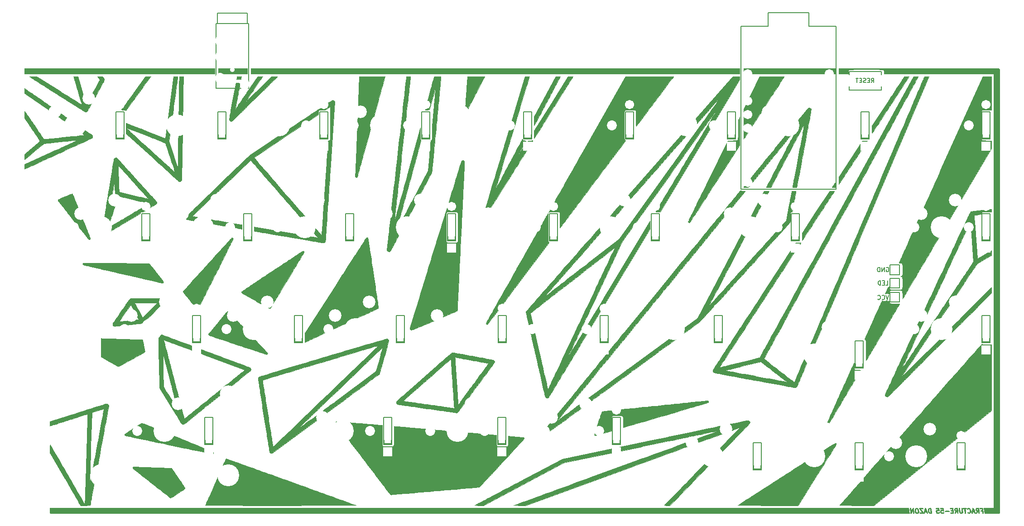
<source format=gbr>
G04 #@! TF.GenerationSoftware,KiCad,Pcbnew,(5.1.4)-1*
G04 #@! TF.CreationDate,2020-12-24T16:57:23-08:00*
G04 #@! TF.ProjectId,fracture-pcb-final,66726163-7475-4726-952d-7063622d6669,rev?*
G04 #@! TF.SameCoordinates,Original*
G04 #@! TF.FileFunction,Legend,Bot*
G04 #@! TF.FilePolarity,Positive*
%FSLAX46Y46*%
G04 Gerber Fmt 4.6, Leading zero omitted, Abs format (unit mm)*
G04 Created by KiCad (PCBNEW (5.1.4)-1) date 2020-12-24 16:57:23*
%MOMM*%
%LPD*%
G04 APERTURE LIST*
%ADD10C,0.150000*%
%ADD11C,0.010000*%
%ADD12C,1.702000*%
%ADD13R,1.702000X1.702000*%
%ADD14R,1.302000X1.702000*%
%ADD15C,2.352000*%
%ADD16C,4.089800*%
%ADD17C,1.852000*%
%ADD18R,1.626000X1.626000*%
%ADD19C,2.102000*%
%ADD20C,3.150000*%
%ADD21O,1.702000X2.102000*%
%ADD22C,0.902000*%
G04 APERTURE END LIST*
D10*
X273939000Y-78613000D02*
X256159000Y-78613000D01*
X273939000Y-48133000D02*
X273939000Y-78613000D01*
X268859000Y-48133000D02*
X273939000Y-48133000D01*
X268859000Y-45593000D02*
X268859000Y-48133000D01*
X261239000Y-45593000D02*
X268859000Y-45593000D01*
X261239000Y-48133000D02*
X261239000Y-45593000D01*
X256159000Y-48133000D02*
X261239000Y-48133000D01*
X256159000Y-48133000D02*
X256159000Y-78613000D01*
X273939000Y-48133000D02*
X273939000Y-78613000D01*
X268859000Y-48133000D02*
X273939000Y-48133000D01*
X268859000Y-45593000D02*
X268859000Y-48133000D01*
X261239000Y-45593000D02*
X268859000Y-45593000D01*
X261239000Y-48133000D02*
X261239000Y-45593000D01*
X256159000Y-48133000D02*
X261239000Y-48133000D01*
X256159000Y-78613000D02*
X256159000Y-48133000D01*
X273939000Y-78613000D02*
X256159000Y-78613000D01*
X301244000Y-102235000D02*
X301244000Y-107315000D01*
X301244000Y-107315000D02*
X302768000Y-107315000D01*
X302768000Y-107315000D02*
X302768000Y-102235000D01*
X302768000Y-102235000D02*
X301244000Y-102235000D01*
X301244000Y-106934000D02*
X302768000Y-106934000D01*
X302768000Y-107061000D02*
X301244000Y-107061000D01*
X301244000Y-107188000D02*
X302768000Y-107188000D01*
X302768000Y-106807000D02*
X301244000Y-106807000D01*
X301244000Y-106680000D02*
X302768000Y-106680000D01*
X301244000Y-106553000D02*
X302768000Y-106553000D01*
X277495000Y-126047500D02*
X277495000Y-131127500D01*
X277495000Y-131127500D02*
X279019000Y-131127500D01*
X279019000Y-131127500D02*
X279019000Y-126047500D01*
X279019000Y-126047500D02*
X277495000Y-126047500D01*
X277495000Y-130746500D02*
X279019000Y-130746500D01*
X279019000Y-130873500D02*
X277495000Y-130873500D01*
X277495000Y-131000500D02*
X279019000Y-131000500D01*
X279019000Y-130619500D02*
X277495000Y-130619500D01*
X277495000Y-130492500D02*
X279019000Y-130492500D01*
X277495000Y-130365500D02*
X279019000Y-130365500D01*
X253619000Y-64135000D02*
X253619000Y-69215000D01*
X253619000Y-69215000D02*
X255143000Y-69215000D01*
X255143000Y-69215000D02*
X255143000Y-64135000D01*
X255143000Y-64135000D02*
X253619000Y-64135000D01*
X253619000Y-68834000D02*
X255143000Y-68834000D01*
X255143000Y-68961000D02*
X253619000Y-68961000D01*
X253619000Y-69088000D02*
X255143000Y-69088000D01*
X255143000Y-68707000D02*
X253619000Y-68707000D01*
X253619000Y-68580000D02*
X255143000Y-68580000D01*
X253619000Y-68453000D02*
X255143000Y-68453000D01*
X278638000Y-64135000D02*
X278638000Y-69215000D01*
X278638000Y-69215000D02*
X280162000Y-69215000D01*
X280162000Y-69215000D02*
X280162000Y-64135000D01*
X280162000Y-64135000D02*
X278638000Y-64135000D01*
X278638000Y-68834000D02*
X280162000Y-68834000D01*
X280162000Y-68961000D02*
X278638000Y-68961000D01*
X278638000Y-69088000D02*
X280162000Y-69088000D01*
X280162000Y-68707000D02*
X278638000Y-68707000D01*
X278638000Y-68580000D02*
X280162000Y-68580000D01*
X278638000Y-68453000D02*
X280162000Y-68453000D01*
X296545000Y-126047500D02*
X296545000Y-131127500D01*
X296545000Y-131127500D02*
X298069000Y-131127500D01*
X298069000Y-131127500D02*
X298069000Y-126047500D01*
X298069000Y-126047500D02*
X296545000Y-126047500D01*
X296545000Y-130746500D02*
X298069000Y-130746500D01*
X298069000Y-130873500D02*
X296545000Y-130873500D01*
X296545000Y-131000500D02*
X298069000Y-131000500D01*
X298069000Y-130619500D02*
X296545000Y-130619500D01*
X296545000Y-130492500D02*
X298069000Y-130492500D01*
X296545000Y-130365500D02*
X298069000Y-130365500D01*
X258445000Y-126047500D02*
X258445000Y-131127500D01*
X258445000Y-131127500D02*
X259969000Y-131127500D01*
X259969000Y-131127500D02*
X259969000Y-126047500D01*
X259969000Y-126047500D02*
X258445000Y-126047500D01*
X258445000Y-130746500D02*
X259969000Y-130746500D01*
X259969000Y-130873500D02*
X258445000Y-130873500D01*
X258445000Y-131000500D02*
X259969000Y-131000500D01*
X259969000Y-130619500D02*
X258445000Y-130619500D01*
X258445000Y-130492500D02*
X259969000Y-130492500D01*
X258445000Y-130365500D02*
X259969000Y-130365500D01*
X251206000Y-102235000D02*
X251206000Y-107315000D01*
X251206000Y-107315000D02*
X252730000Y-107315000D01*
X252730000Y-107315000D02*
X252730000Y-102235000D01*
X252730000Y-102235000D02*
X251206000Y-102235000D01*
X251206000Y-106934000D02*
X252730000Y-106934000D01*
X252730000Y-107061000D02*
X251206000Y-107061000D01*
X251206000Y-107188000D02*
X252730000Y-107188000D01*
X252730000Y-106807000D02*
X251206000Y-106807000D01*
X251206000Y-106680000D02*
X252730000Y-106680000D01*
X251206000Y-106553000D02*
X252730000Y-106553000D01*
X239395000Y-83185000D02*
X239395000Y-88265000D01*
X239395000Y-88265000D02*
X240919000Y-88265000D01*
X240919000Y-88265000D02*
X240919000Y-83185000D01*
X240919000Y-83185000D02*
X239395000Y-83185000D01*
X239395000Y-87884000D02*
X240919000Y-87884000D01*
X240919000Y-88011000D02*
X239395000Y-88011000D01*
X239395000Y-88138000D02*
X240919000Y-88138000D01*
X240919000Y-87757000D02*
X239395000Y-87757000D01*
X239395000Y-87630000D02*
X240919000Y-87630000D01*
X239395000Y-87503000D02*
X240919000Y-87503000D01*
X301244000Y-64135000D02*
X301244000Y-69215000D01*
X301244000Y-69215000D02*
X302768000Y-69215000D01*
X302768000Y-69215000D02*
X302768000Y-64135000D01*
X302768000Y-64135000D02*
X301244000Y-64135000D01*
X301244000Y-68834000D02*
X302768000Y-68834000D01*
X302768000Y-68961000D02*
X301244000Y-68961000D01*
X301244000Y-69088000D02*
X302768000Y-69088000D01*
X302768000Y-68707000D02*
X301244000Y-68707000D01*
X301244000Y-68580000D02*
X302768000Y-68580000D01*
X301244000Y-68453000D02*
X302768000Y-68453000D01*
X265557000Y-83185000D02*
X265557000Y-88265000D01*
X265557000Y-88265000D02*
X267081000Y-88265000D01*
X267081000Y-88265000D02*
X267081000Y-83185000D01*
X267081000Y-83185000D02*
X265557000Y-83185000D01*
X265557000Y-87884000D02*
X267081000Y-87884000D01*
X267081000Y-88011000D02*
X265557000Y-88011000D01*
X265557000Y-88138000D02*
X267081000Y-88138000D01*
X267081000Y-87757000D02*
X265557000Y-87757000D01*
X265557000Y-87630000D02*
X267081000Y-87630000D01*
X265557000Y-87503000D02*
X267081000Y-87503000D01*
X301244000Y-83185000D02*
X301244000Y-88265000D01*
X301244000Y-88265000D02*
X302768000Y-88265000D01*
X302768000Y-88265000D02*
X302768000Y-83185000D01*
X302768000Y-83185000D02*
X301244000Y-83185000D01*
X301244000Y-87884000D02*
X302768000Y-87884000D01*
X302768000Y-88011000D02*
X301244000Y-88011000D01*
X301244000Y-88138000D02*
X302768000Y-88138000D01*
X302768000Y-87757000D02*
X301244000Y-87757000D01*
X301244000Y-87630000D02*
X302768000Y-87630000D01*
X301244000Y-87503000D02*
X302768000Y-87503000D01*
X153670000Y-102235000D02*
X153670000Y-107315000D01*
X153670000Y-107315000D02*
X155194000Y-107315000D01*
X155194000Y-107315000D02*
X155194000Y-102235000D01*
X155194000Y-102235000D02*
X153670000Y-102235000D01*
X153670000Y-106934000D02*
X155194000Y-106934000D01*
X155194000Y-107061000D02*
X153670000Y-107061000D01*
X153670000Y-107188000D02*
X155194000Y-107188000D01*
X155194000Y-106807000D02*
X153670000Y-106807000D01*
X153670000Y-106680000D02*
X155194000Y-106680000D01*
X153670000Y-106553000D02*
X155194000Y-106553000D01*
X158369000Y-64135000D02*
X158369000Y-69215000D01*
X158369000Y-69215000D02*
X159893000Y-69215000D01*
X159893000Y-69215000D02*
X159893000Y-64135000D01*
X159893000Y-64135000D02*
X158369000Y-64135000D01*
X158369000Y-68834000D02*
X159893000Y-68834000D01*
X159893000Y-68961000D02*
X158369000Y-68961000D01*
X158369000Y-69088000D02*
X159893000Y-69088000D01*
X159893000Y-68707000D02*
X158369000Y-68707000D01*
X158369000Y-68580000D02*
X159893000Y-68580000D01*
X158369000Y-68453000D02*
X159893000Y-68453000D01*
X234569000Y-64135000D02*
X234569000Y-69215000D01*
X234569000Y-69215000D02*
X236093000Y-69215000D01*
X236093000Y-69215000D02*
X236093000Y-64135000D01*
X236093000Y-64135000D02*
X234569000Y-64135000D01*
X234569000Y-68834000D02*
X236093000Y-68834000D01*
X236093000Y-68961000D02*
X234569000Y-68961000D01*
X234569000Y-69088000D02*
X236093000Y-69088000D01*
X236093000Y-68707000D02*
X234569000Y-68707000D01*
X234569000Y-68580000D02*
X236093000Y-68580000D01*
X234569000Y-68453000D02*
X236093000Y-68453000D01*
X277495000Y-106997500D02*
X277495000Y-112077500D01*
X277495000Y-112077500D02*
X279019000Y-112077500D01*
X279019000Y-112077500D02*
X279019000Y-106997500D01*
X279019000Y-106997500D02*
X277495000Y-106997500D01*
X277495000Y-111696500D02*
X279019000Y-111696500D01*
X279019000Y-111823500D02*
X277495000Y-111823500D01*
X277495000Y-111950500D02*
X279019000Y-111950500D01*
X279019000Y-111569500D02*
X277495000Y-111569500D01*
X277495000Y-111442500D02*
X279019000Y-111442500D01*
X277495000Y-111315500D02*
X279019000Y-111315500D01*
X232156000Y-121285000D02*
X232156000Y-126365000D01*
X232156000Y-126365000D02*
X233680000Y-126365000D01*
X233680000Y-126365000D02*
X233680000Y-121285000D01*
X233680000Y-121285000D02*
X232156000Y-121285000D01*
X232156000Y-125984000D02*
X233680000Y-125984000D01*
X233680000Y-126111000D02*
X232156000Y-126111000D01*
X232156000Y-126238000D02*
X233680000Y-126238000D01*
X233680000Y-125857000D02*
X232156000Y-125857000D01*
X232156000Y-125730000D02*
X233680000Y-125730000D01*
X232156000Y-125603000D02*
X233680000Y-125603000D01*
X177419000Y-64135000D02*
X177419000Y-69215000D01*
X177419000Y-69215000D02*
X178943000Y-69215000D01*
X178943000Y-69215000D02*
X178943000Y-64135000D01*
X178943000Y-64135000D02*
X177419000Y-64135000D01*
X177419000Y-68834000D02*
X178943000Y-68834000D01*
X178943000Y-68961000D02*
X177419000Y-68961000D01*
X177419000Y-69088000D02*
X178943000Y-69088000D01*
X178943000Y-68707000D02*
X177419000Y-68707000D01*
X177419000Y-68580000D02*
X178943000Y-68580000D01*
X177419000Y-68453000D02*
X178943000Y-68453000D01*
X189357000Y-121285000D02*
X189357000Y-126365000D01*
X189357000Y-126365000D02*
X190881000Y-126365000D01*
X190881000Y-126365000D02*
X190881000Y-121285000D01*
X190881000Y-121285000D02*
X189357000Y-121285000D01*
X189357000Y-125984000D02*
X190881000Y-125984000D01*
X190881000Y-126111000D02*
X189357000Y-126111000D01*
X189357000Y-126238000D02*
X190881000Y-126238000D01*
X190881000Y-125857000D02*
X189357000Y-125857000D01*
X189357000Y-125730000D02*
X190881000Y-125730000D01*
X189357000Y-125603000D02*
X190881000Y-125603000D01*
X172720000Y-102235000D02*
X172720000Y-107315000D01*
X172720000Y-107315000D02*
X174244000Y-107315000D01*
X174244000Y-107315000D02*
X174244000Y-102235000D01*
X174244000Y-102235000D02*
X172720000Y-102235000D01*
X172720000Y-106934000D02*
X174244000Y-106934000D01*
X174244000Y-107061000D02*
X172720000Y-107061000D01*
X172720000Y-107188000D02*
X174244000Y-107188000D01*
X174244000Y-106807000D02*
X172720000Y-106807000D01*
X172720000Y-106680000D02*
X174244000Y-106680000D01*
X172720000Y-106553000D02*
X174244000Y-106553000D01*
X191770000Y-102235000D02*
X191770000Y-107315000D01*
X191770000Y-107315000D02*
X193294000Y-107315000D01*
X193294000Y-107315000D02*
X193294000Y-102235000D01*
X193294000Y-102235000D02*
X191770000Y-102235000D01*
X191770000Y-106934000D02*
X193294000Y-106934000D01*
X193294000Y-107061000D02*
X191770000Y-107061000D01*
X191770000Y-107188000D02*
X193294000Y-107188000D01*
X193294000Y-106807000D02*
X191770000Y-106807000D01*
X191770000Y-106680000D02*
X193294000Y-106680000D01*
X191770000Y-106553000D02*
X193294000Y-106553000D01*
X163195000Y-83185000D02*
X163195000Y-88265000D01*
X163195000Y-88265000D02*
X164719000Y-88265000D01*
X164719000Y-88265000D02*
X164719000Y-83185000D01*
X164719000Y-83185000D02*
X163195000Y-83185000D01*
X163195000Y-87884000D02*
X164719000Y-87884000D01*
X164719000Y-88011000D02*
X163195000Y-88011000D01*
X163195000Y-88138000D02*
X164719000Y-88138000D01*
X164719000Y-87757000D02*
X163195000Y-87757000D01*
X163195000Y-87630000D02*
X164719000Y-87630000D01*
X163195000Y-87503000D02*
X164719000Y-87503000D01*
X215519000Y-64135000D02*
X215519000Y-69215000D01*
X215519000Y-69215000D02*
X217043000Y-69215000D01*
X217043000Y-69215000D02*
X217043000Y-64135000D01*
X217043000Y-64135000D02*
X215519000Y-64135000D01*
X215519000Y-68834000D02*
X217043000Y-68834000D01*
X217043000Y-68961000D02*
X215519000Y-68961000D01*
X215519000Y-69088000D02*
X217043000Y-69088000D01*
X217043000Y-68707000D02*
X215519000Y-68707000D01*
X215519000Y-68580000D02*
X217043000Y-68580000D01*
X215519000Y-68453000D02*
X217043000Y-68453000D01*
X201295000Y-83185000D02*
X201295000Y-88265000D01*
X201295000Y-88265000D02*
X202819000Y-88265000D01*
X202819000Y-88265000D02*
X202819000Y-83185000D01*
X202819000Y-83185000D02*
X201295000Y-83185000D01*
X201295000Y-87884000D02*
X202819000Y-87884000D01*
X202819000Y-88011000D02*
X201295000Y-88011000D01*
X201295000Y-88138000D02*
X202819000Y-88138000D01*
X202819000Y-87757000D02*
X201295000Y-87757000D01*
X201295000Y-87630000D02*
X202819000Y-87630000D01*
X201295000Y-87503000D02*
X202819000Y-87503000D01*
X139319000Y-64135000D02*
X139319000Y-69215000D01*
X139319000Y-69215000D02*
X140843000Y-69215000D01*
X140843000Y-69215000D02*
X140843000Y-64135000D01*
X140843000Y-64135000D02*
X139319000Y-64135000D01*
X139319000Y-68834000D02*
X140843000Y-68834000D01*
X140843000Y-68961000D02*
X139319000Y-68961000D01*
X139319000Y-69088000D02*
X140843000Y-69088000D01*
X140843000Y-68707000D02*
X139319000Y-68707000D01*
X139319000Y-68580000D02*
X140843000Y-68580000D01*
X139319000Y-68453000D02*
X140843000Y-68453000D01*
X144145000Y-83185000D02*
X144145000Y-88265000D01*
X144145000Y-88265000D02*
X145669000Y-88265000D01*
X145669000Y-88265000D02*
X145669000Y-83185000D01*
X145669000Y-83185000D02*
X144145000Y-83185000D01*
X144145000Y-87884000D02*
X145669000Y-87884000D01*
X145669000Y-88011000D02*
X144145000Y-88011000D01*
X144145000Y-88138000D02*
X145669000Y-88138000D01*
X145669000Y-87757000D02*
X144145000Y-87757000D01*
X144145000Y-87630000D02*
X145669000Y-87630000D01*
X144145000Y-87503000D02*
X145669000Y-87503000D01*
X210693000Y-121285000D02*
X210693000Y-126365000D01*
X210693000Y-126365000D02*
X212217000Y-126365000D01*
X212217000Y-126365000D02*
X212217000Y-121285000D01*
X212217000Y-121285000D02*
X210693000Y-121285000D01*
X210693000Y-125984000D02*
X212217000Y-125984000D01*
X212217000Y-126111000D02*
X210693000Y-126111000D01*
X210693000Y-126238000D02*
X212217000Y-126238000D01*
X212217000Y-125857000D02*
X210693000Y-125857000D01*
X210693000Y-125730000D02*
X212217000Y-125730000D01*
X210693000Y-125603000D02*
X212217000Y-125603000D01*
X229870000Y-102235000D02*
X229870000Y-107315000D01*
X229870000Y-107315000D02*
X231394000Y-107315000D01*
X231394000Y-107315000D02*
X231394000Y-102235000D01*
X231394000Y-102235000D02*
X229870000Y-102235000D01*
X229870000Y-106934000D02*
X231394000Y-106934000D01*
X231394000Y-107061000D02*
X229870000Y-107061000D01*
X229870000Y-107188000D02*
X231394000Y-107188000D01*
X231394000Y-106807000D02*
X229870000Y-106807000D01*
X229870000Y-106680000D02*
X231394000Y-106680000D01*
X229870000Y-106553000D02*
X231394000Y-106553000D01*
X182245000Y-83185000D02*
X182245000Y-88265000D01*
X182245000Y-88265000D02*
X183769000Y-88265000D01*
X183769000Y-88265000D02*
X183769000Y-83185000D01*
X183769000Y-83185000D02*
X182245000Y-83185000D01*
X182245000Y-87884000D02*
X183769000Y-87884000D01*
X183769000Y-88011000D02*
X182245000Y-88011000D01*
X182245000Y-88138000D02*
X183769000Y-88138000D01*
X183769000Y-87757000D02*
X182245000Y-87757000D01*
X182245000Y-87630000D02*
X183769000Y-87630000D01*
X182245000Y-87503000D02*
X183769000Y-87503000D01*
X196469000Y-64135000D02*
X196469000Y-69215000D01*
X196469000Y-69215000D02*
X197993000Y-69215000D01*
X197993000Y-69215000D02*
X197993000Y-64135000D01*
X197993000Y-64135000D02*
X196469000Y-64135000D01*
X196469000Y-68834000D02*
X197993000Y-68834000D01*
X197993000Y-68961000D02*
X196469000Y-68961000D01*
X196469000Y-69088000D02*
X197993000Y-69088000D01*
X197993000Y-68707000D02*
X196469000Y-68707000D01*
X196469000Y-68580000D02*
X197993000Y-68580000D01*
X196469000Y-68453000D02*
X197993000Y-68453000D01*
X284056250Y-95262500D02*
X285856250Y-95262500D01*
X285856250Y-95262500D02*
X285856250Y-97062500D01*
X285856250Y-97062500D02*
X284056250Y-97062500D01*
X284056250Y-97062500D02*
X284056250Y-95262500D01*
X284056250Y-92762500D02*
X285856250Y-92762500D01*
X285856250Y-92762500D02*
X285856250Y-94562500D01*
X285856250Y-94562500D02*
X284056250Y-94562500D01*
X284056250Y-94562500D02*
X284056250Y-92762500D01*
X284056250Y-97862500D02*
X285856250Y-97862500D01*
X285856250Y-97862500D02*
X285856250Y-99662500D01*
X285856250Y-99662500D02*
X284056250Y-99662500D01*
X284056250Y-99662500D02*
X284056250Y-97862500D01*
X220345000Y-83185000D02*
X220345000Y-88265000D01*
X220345000Y-88265000D02*
X221869000Y-88265000D01*
X221869000Y-88265000D02*
X221869000Y-83185000D01*
X221869000Y-83185000D02*
X220345000Y-83185000D01*
X220345000Y-87884000D02*
X221869000Y-87884000D01*
X221869000Y-88011000D02*
X220345000Y-88011000D01*
X220345000Y-88138000D02*
X221869000Y-88138000D01*
X221869000Y-87757000D02*
X220345000Y-87757000D01*
X220345000Y-87630000D02*
X221869000Y-87630000D01*
X220345000Y-87503000D02*
X221869000Y-87503000D01*
X282400000Y-60093000D02*
X282400000Y-59393000D01*
X282400000Y-56593000D02*
X282400000Y-57193000D01*
X276400000Y-56593000D02*
X276400000Y-57193000D01*
X276400000Y-60093000D02*
X276400000Y-59393000D01*
X276400000Y-56593000D02*
X282400000Y-56593000D01*
X282400000Y-60093000D02*
X276400000Y-60093000D01*
X282400000Y-60093000D02*
X276500000Y-60093000D01*
X210820000Y-102235000D02*
X210820000Y-107315000D01*
X210820000Y-107315000D02*
X212344000Y-107315000D01*
X212344000Y-107315000D02*
X212344000Y-102235000D01*
X212344000Y-102235000D02*
X210820000Y-102235000D01*
X210820000Y-106934000D02*
X212344000Y-106934000D01*
X212344000Y-107061000D02*
X210820000Y-107061000D01*
X210820000Y-107188000D02*
X212344000Y-107188000D01*
X212344000Y-106807000D02*
X210820000Y-106807000D01*
X210820000Y-106680000D02*
X212344000Y-106680000D01*
X210820000Y-106553000D02*
X212344000Y-106553000D01*
X155956000Y-121285000D02*
X155956000Y-126365000D01*
X155956000Y-126365000D02*
X157480000Y-126365000D01*
X157480000Y-126365000D02*
X157480000Y-121285000D01*
X157480000Y-121285000D02*
X155956000Y-121285000D01*
X155956000Y-125984000D02*
X157480000Y-125984000D01*
X157480000Y-126111000D02*
X155956000Y-126111000D01*
X155956000Y-126238000D02*
X157480000Y-126238000D01*
X157480000Y-125857000D02*
X155956000Y-125857000D01*
X155956000Y-125730000D02*
X157480000Y-125730000D01*
X155956000Y-125603000D02*
X157480000Y-125603000D01*
X164181250Y-47625000D02*
X158081250Y-47625000D01*
X164181250Y-59725000D02*
X158081250Y-59725000D01*
X164181250Y-47625000D02*
X164181250Y-59725000D01*
X158081250Y-47625000D02*
X158081250Y-59725000D01*
X163931250Y-47625000D02*
X163931250Y-45625000D01*
X158331250Y-47625000D02*
X158331250Y-45625000D01*
X163931250Y-45625000D02*
X158331250Y-45625000D01*
D11*
G36*
X287155834Y-57501178D02*
G01*
X287179846Y-57501535D01*
X287630665Y-57508498D01*
X284209494Y-62758848D01*
X283902686Y-63229650D01*
X283602871Y-63689627D01*
X283311256Y-64136934D01*
X283029045Y-64569725D01*
X282757446Y-64986153D01*
X282497664Y-65384371D01*
X282250905Y-65762533D01*
X282018373Y-66118793D01*
X281801276Y-66451303D01*
X281600819Y-66758219D01*
X281418208Y-67037693D01*
X281254648Y-67287879D01*
X281111346Y-67506930D01*
X280989507Y-67693000D01*
X280890337Y-67844242D01*
X280815042Y-67958811D01*
X280764828Y-68034859D01*
X280740899Y-68070541D01*
X280739304Y-68072762D01*
X280724805Y-68090497D01*
X280713477Y-68098238D01*
X280704915Y-68090894D01*
X280698712Y-68063368D01*
X280694463Y-68010567D01*
X280691762Y-67927397D01*
X280690201Y-67808765D01*
X280689377Y-67649575D01*
X280688882Y-67444733D01*
X280688872Y-67439977D01*
X280687459Y-66743628D01*
X283678730Y-62151488D01*
X283965151Y-61711839D01*
X284244387Y-61283335D01*
X284515156Y-60867938D01*
X284776177Y-60467611D01*
X285026169Y-60084313D01*
X285263849Y-59720008D01*
X285487938Y-59376656D01*
X285697153Y-59056220D01*
X285890213Y-58760660D01*
X286065837Y-58491939D01*
X286222744Y-58252018D01*
X286359651Y-58042858D01*
X286475279Y-57866422D01*
X286568345Y-57724670D01*
X286637569Y-57619564D01*
X286681669Y-57553066D01*
X286699363Y-57527138D01*
X286699513Y-57526961D01*
X286724437Y-57514681D01*
X286776890Y-57506262D01*
X286862514Y-57501404D01*
X286986948Y-57499809D01*
X287155834Y-57501178D01*
X287155834Y-57501178D01*
G37*
X287155834Y-57501178D02*
X287179846Y-57501535D01*
X287630665Y-57508498D01*
X284209494Y-62758848D01*
X283902686Y-63229650D01*
X283602871Y-63689627D01*
X283311256Y-64136934D01*
X283029045Y-64569725D01*
X282757446Y-64986153D01*
X282497664Y-65384371D01*
X282250905Y-65762533D01*
X282018373Y-66118793D01*
X281801276Y-66451303D01*
X281600819Y-66758219D01*
X281418208Y-67037693D01*
X281254648Y-67287879D01*
X281111346Y-67506930D01*
X280989507Y-67693000D01*
X280890337Y-67844242D01*
X280815042Y-67958811D01*
X280764828Y-68034859D01*
X280740899Y-68070541D01*
X280739304Y-68072762D01*
X280724805Y-68090497D01*
X280713477Y-68098238D01*
X280704915Y-68090894D01*
X280698712Y-68063368D01*
X280694463Y-68010567D01*
X280691762Y-67927397D01*
X280690201Y-67808765D01*
X280689377Y-67649575D01*
X280688882Y-67444733D01*
X280688872Y-67439977D01*
X280687459Y-66743628D01*
X283678730Y-62151488D01*
X283965151Y-61711839D01*
X284244387Y-61283335D01*
X284515156Y-60867938D01*
X284776177Y-60467611D01*
X285026169Y-60084313D01*
X285263849Y-59720008D01*
X285487938Y-59376656D01*
X285697153Y-59056220D01*
X285890213Y-58760660D01*
X286065837Y-58491939D01*
X286222744Y-58252018D01*
X286359651Y-58042858D01*
X286475279Y-57866422D01*
X286568345Y-57724670D01*
X286637569Y-57619564D01*
X286681669Y-57553066D01*
X286699363Y-57527138D01*
X286699513Y-57526961D01*
X286724437Y-57514681D01*
X286776890Y-57506262D01*
X286862514Y-57501404D01*
X286986948Y-57499809D01*
X287155834Y-57501178D01*
G36*
X131161396Y-79453626D02*
G01*
X131209603Y-79482422D01*
X131226518Y-79511987D01*
X131260718Y-79585897D01*
X131311034Y-79701209D01*
X131376298Y-79854983D01*
X131455340Y-80044277D01*
X131546992Y-80266149D01*
X131650086Y-80517658D01*
X131763453Y-80795863D01*
X131885925Y-81097821D01*
X132016332Y-81420592D01*
X132153506Y-81761234D01*
X132296279Y-82116806D01*
X132443483Y-82484365D01*
X132593947Y-82860971D01*
X132746505Y-83243681D01*
X132899987Y-83629555D01*
X133053224Y-84015651D01*
X133205049Y-84399028D01*
X133354292Y-84776743D01*
X133499786Y-85145856D01*
X133640360Y-85503425D01*
X133774848Y-85846508D01*
X133902079Y-86172164D01*
X134020887Y-86477452D01*
X134130101Y-86759430D01*
X134228553Y-87015156D01*
X134315076Y-87241689D01*
X134388500Y-87436087D01*
X134447656Y-87595409D01*
X134491377Y-87716714D01*
X134518492Y-87797060D01*
X134527835Y-87833505D01*
X134527743Y-87834643D01*
X134486561Y-87914893D01*
X134409604Y-87965868D01*
X134322307Y-87980870D01*
X134270777Y-87973599D01*
X134222417Y-87945976D01*
X134164560Y-87889294D01*
X134128156Y-87847387D01*
X134084350Y-87794225D01*
X134012700Y-87705585D01*
X133915138Y-87583916D01*
X133793595Y-87431671D01*
X133650004Y-87251299D01*
X133486296Y-87045251D01*
X133304402Y-86815978D01*
X133106256Y-86565931D01*
X132893788Y-86297559D01*
X132668931Y-86013314D01*
X132433616Y-85715646D01*
X132189776Y-85407006D01*
X131939341Y-85089845D01*
X131684244Y-84766612D01*
X131426417Y-84439760D01*
X131167791Y-84111737D01*
X130910299Y-83784996D01*
X130655871Y-83461987D01*
X130406441Y-83145159D01*
X130163939Y-82836965D01*
X129930298Y-82539854D01*
X129707450Y-82256277D01*
X129497325Y-81988686D01*
X129301857Y-81739529D01*
X129122977Y-81511259D01*
X128962616Y-81306325D01*
X128822707Y-81127178D01*
X128705181Y-80976270D01*
X128611971Y-80856049D01*
X128545007Y-80768969D01*
X128506223Y-80717477D01*
X128496791Y-80703695D01*
X128497615Y-80648297D01*
X128515713Y-80583461D01*
X128525513Y-80565773D01*
X128542696Y-80547046D01*
X128571013Y-80525495D01*
X128614212Y-80499335D01*
X128676043Y-80466781D01*
X128760256Y-80426048D01*
X128870600Y-80375353D01*
X129010824Y-80312908D01*
X129184677Y-80236931D01*
X129395910Y-80145636D01*
X129648271Y-80037238D01*
X129797213Y-79973427D01*
X130036008Y-79871597D01*
X130261832Y-79776106D01*
X130470171Y-79688806D01*
X130656509Y-79611552D01*
X130816331Y-79546199D01*
X130945122Y-79494599D01*
X131038367Y-79458607D01*
X131091550Y-79440077D01*
X131101370Y-79437928D01*
X131161396Y-79453626D01*
X131161396Y-79453626D01*
G37*
X131161396Y-79453626D02*
X131209603Y-79482422D01*
X131226518Y-79511987D01*
X131260718Y-79585897D01*
X131311034Y-79701209D01*
X131376298Y-79854983D01*
X131455340Y-80044277D01*
X131546992Y-80266149D01*
X131650086Y-80517658D01*
X131763453Y-80795863D01*
X131885925Y-81097821D01*
X132016332Y-81420592D01*
X132153506Y-81761234D01*
X132296279Y-82116806D01*
X132443483Y-82484365D01*
X132593947Y-82860971D01*
X132746505Y-83243681D01*
X132899987Y-83629555D01*
X133053224Y-84015651D01*
X133205049Y-84399028D01*
X133354292Y-84776743D01*
X133499786Y-85145856D01*
X133640360Y-85503425D01*
X133774848Y-85846508D01*
X133902079Y-86172164D01*
X134020887Y-86477452D01*
X134130101Y-86759430D01*
X134228553Y-87015156D01*
X134315076Y-87241689D01*
X134388500Y-87436087D01*
X134447656Y-87595409D01*
X134491377Y-87716714D01*
X134518492Y-87797060D01*
X134527835Y-87833505D01*
X134527743Y-87834643D01*
X134486561Y-87914893D01*
X134409604Y-87965868D01*
X134322307Y-87980870D01*
X134270777Y-87973599D01*
X134222417Y-87945976D01*
X134164560Y-87889294D01*
X134128156Y-87847387D01*
X134084350Y-87794225D01*
X134012700Y-87705585D01*
X133915138Y-87583916D01*
X133793595Y-87431671D01*
X133650004Y-87251299D01*
X133486296Y-87045251D01*
X133304402Y-86815978D01*
X133106256Y-86565931D01*
X132893788Y-86297559D01*
X132668931Y-86013314D01*
X132433616Y-85715646D01*
X132189776Y-85407006D01*
X131939341Y-85089845D01*
X131684244Y-84766612D01*
X131426417Y-84439760D01*
X131167791Y-84111737D01*
X130910299Y-83784996D01*
X130655871Y-83461987D01*
X130406441Y-83145159D01*
X130163939Y-82836965D01*
X129930298Y-82539854D01*
X129707450Y-82256277D01*
X129497325Y-81988686D01*
X129301857Y-81739529D01*
X129122977Y-81511259D01*
X128962616Y-81306325D01*
X128822707Y-81127178D01*
X128705181Y-80976270D01*
X128611971Y-80856049D01*
X128545007Y-80768969D01*
X128506223Y-80717477D01*
X128496791Y-80703695D01*
X128497615Y-80648297D01*
X128515713Y-80583461D01*
X128525513Y-80565773D01*
X128542696Y-80547046D01*
X128571013Y-80525495D01*
X128614212Y-80499335D01*
X128676043Y-80466781D01*
X128760256Y-80426048D01*
X128870600Y-80375353D01*
X129010824Y-80312908D01*
X129184677Y-80236931D01*
X129395910Y-80145636D01*
X129648271Y-80037238D01*
X129797213Y-79973427D01*
X130036008Y-79871597D01*
X130261832Y-79776106D01*
X130470171Y-79688806D01*
X130656509Y-79611552D01*
X130816331Y-79546199D01*
X130945122Y-79494599D01*
X131038367Y-79458607D01*
X131091550Y-79440077D01*
X131101370Y-79437928D01*
X131161396Y-79453626D01*
G36*
X273361488Y-78904674D02*
G01*
X273487741Y-78906564D01*
X273586586Y-78909435D01*
X273649970Y-78913061D01*
X273670042Y-78916826D01*
X273656393Y-78939391D01*
X273616472Y-79002162D01*
X273551821Y-79102778D01*
X273463980Y-79238873D01*
X273354490Y-79408085D01*
X273224892Y-79608050D01*
X273076726Y-79836404D01*
X272911535Y-80090784D01*
X272730858Y-80368825D01*
X272536235Y-80668165D01*
X272329209Y-80986440D01*
X272111320Y-81321285D01*
X271884109Y-81670338D01*
X271649116Y-82031234D01*
X271407883Y-82401611D01*
X271161950Y-82779104D01*
X270912858Y-83161350D01*
X270662147Y-83545985D01*
X270411360Y-83930646D01*
X270162036Y-84312969D01*
X269915716Y-84690590D01*
X269673942Y-85061145D01*
X269438253Y-85422272D01*
X269210192Y-85771606D01*
X268991298Y-86106784D01*
X268783113Y-86425442D01*
X268587177Y-86725216D01*
X268405031Y-87003744D01*
X268238216Y-87258660D01*
X268088273Y-87487603D01*
X267956743Y-87688207D01*
X267845166Y-87858109D01*
X267755083Y-87994946D01*
X267688036Y-88096355D01*
X267645565Y-88159970D01*
X267629275Y-88183366D01*
X267618531Y-88188840D01*
X267610120Y-88177054D01*
X267603770Y-88143025D01*
X267599207Y-88081768D01*
X267596159Y-87988300D01*
X267594354Y-87857637D01*
X267593519Y-87684795D01*
X267593365Y-87526918D01*
X267593365Y-86833241D01*
X270177542Y-82868617D01*
X272761719Y-78903994D01*
X273215881Y-78903994D01*
X273361488Y-78904674D01*
X273361488Y-78904674D01*
G37*
X273361488Y-78904674D02*
X273487741Y-78906564D01*
X273586586Y-78909435D01*
X273649970Y-78913061D01*
X273670042Y-78916826D01*
X273656393Y-78939391D01*
X273616472Y-79002162D01*
X273551821Y-79102778D01*
X273463980Y-79238873D01*
X273354490Y-79408085D01*
X273224892Y-79608050D01*
X273076726Y-79836404D01*
X272911535Y-80090784D01*
X272730858Y-80368825D01*
X272536235Y-80668165D01*
X272329209Y-80986440D01*
X272111320Y-81321285D01*
X271884109Y-81670338D01*
X271649116Y-82031234D01*
X271407883Y-82401611D01*
X271161950Y-82779104D01*
X270912858Y-83161350D01*
X270662147Y-83545985D01*
X270411360Y-83930646D01*
X270162036Y-84312969D01*
X269915716Y-84690590D01*
X269673942Y-85061145D01*
X269438253Y-85422272D01*
X269210192Y-85771606D01*
X268991298Y-86106784D01*
X268783113Y-86425442D01*
X268587177Y-86725216D01*
X268405031Y-87003744D01*
X268238216Y-87258660D01*
X268088273Y-87487603D01*
X267956743Y-87688207D01*
X267845166Y-87858109D01*
X267755083Y-87994946D01*
X267688036Y-88096355D01*
X267645565Y-88159970D01*
X267629275Y-88183366D01*
X267618531Y-88188840D01*
X267610120Y-88177054D01*
X267603770Y-88143025D01*
X267599207Y-88081768D01*
X267596159Y-87988300D01*
X267594354Y-87857637D01*
X267593519Y-87684795D01*
X267593365Y-87526918D01*
X267593365Y-86833241D01*
X270177542Y-82868617D01*
X272761719Y-78903994D01*
X273215881Y-78903994D01*
X273361488Y-78904674D01*
G36*
X255972625Y-67694008D02*
G01*
X255973946Y-70353593D01*
X251333372Y-77533648D01*
X250976537Y-78085615D01*
X250626425Y-78626903D01*
X250284064Y-79155931D01*
X249950484Y-79671121D01*
X249626711Y-80170890D01*
X249313774Y-80653659D01*
X249012702Y-81117847D01*
X248724523Y-81561874D01*
X248450265Y-81984160D01*
X248190955Y-82383123D01*
X247947623Y-82757184D01*
X247721296Y-83104762D01*
X247513004Y-83424277D01*
X247323773Y-83714149D01*
X247154632Y-83972796D01*
X247006609Y-84198639D01*
X246880733Y-84390097D01*
X246778032Y-84545590D01*
X246699534Y-84663537D01*
X246646267Y-84742358D01*
X246619259Y-84780472D01*
X246616555Y-84783623D01*
X246537722Y-84839198D01*
X246466784Y-84847974D01*
X246393120Y-84810511D01*
X246375744Y-84796336D01*
X246318597Y-84717865D01*
X246306927Y-84657662D01*
X246313189Y-84636427D01*
X246332756Y-84588792D01*
X246366081Y-84513823D01*
X246413622Y-84410588D01*
X246475834Y-84278155D01*
X246553173Y-84115590D01*
X246646095Y-83921960D01*
X246755056Y-83696334D01*
X246880511Y-83437777D01*
X247022917Y-83145358D01*
X247182728Y-82818144D01*
X247360402Y-82455201D01*
X247556394Y-82055598D01*
X247771160Y-81618401D01*
X248005155Y-81142677D01*
X248258836Y-80627494D01*
X248532658Y-80071919D01*
X248827078Y-79475019D01*
X249142550Y-78835862D01*
X249479531Y-78153514D01*
X249838478Y-77427044D01*
X250028418Y-77042747D01*
X253752224Y-69509299D01*
X254606198Y-69496586D01*
X254837800Y-69493000D01*
X255023957Y-69489614D01*
X255170070Y-69486053D01*
X255281541Y-69481939D01*
X255363772Y-69476895D01*
X255422165Y-69470545D01*
X255462121Y-69462511D01*
X255489044Y-69452417D01*
X255508333Y-69439885D01*
X255516259Y-69433083D01*
X255540287Y-69411454D01*
X255561083Y-69390736D01*
X255578882Y-69367300D01*
X255593921Y-69337513D01*
X255606434Y-69297745D01*
X255616660Y-69244365D01*
X255624833Y-69173743D01*
X255631190Y-69082248D01*
X255635967Y-68966248D01*
X255639400Y-68822114D01*
X255641725Y-68646214D01*
X255643178Y-68434917D01*
X255643996Y-68184593D01*
X255644414Y-67891611D01*
X255644669Y-67552339D01*
X255644736Y-67457458D01*
X255646057Y-65670060D01*
X255808681Y-65352242D01*
X255971304Y-65034424D01*
X255972625Y-67694008D01*
X255972625Y-67694008D01*
G37*
X255972625Y-67694008D02*
X255973946Y-70353593D01*
X251333372Y-77533648D01*
X250976537Y-78085615D01*
X250626425Y-78626903D01*
X250284064Y-79155931D01*
X249950484Y-79671121D01*
X249626711Y-80170890D01*
X249313774Y-80653659D01*
X249012702Y-81117847D01*
X248724523Y-81561874D01*
X248450265Y-81984160D01*
X248190955Y-82383123D01*
X247947623Y-82757184D01*
X247721296Y-83104762D01*
X247513004Y-83424277D01*
X247323773Y-83714149D01*
X247154632Y-83972796D01*
X247006609Y-84198639D01*
X246880733Y-84390097D01*
X246778032Y-84545590D01*
X246699534Y-84663537D01*
X246646267Y-84742358D01*
X246619259Y-84780472D01*
X246616555Y-84783623D01*
X246537722Y-84839198D01*
X246466784Y-84847974D01*
X246393120Y-84810511D01*
X246375744Y-84796336D01*
X246318597Y-84717865D01*
X246306927Y-84657662D01*
X246313189Y-84636427D01*
X246332756Y-84588792D01*
X246366081Y-84513823D01*
X246413622Y-84410588D01*
X246475834Y-84278155D01*
X246553173Y-84115590D01*
X246646095Y-83921960D01*
X246755056Y-83696334D01*
X246880511Y-83437777D01*
X247022917Y-83145358D01*
X247182728Y-82818144D01*
X247360402Y-82455201D01*
X247556394Y-82055598D01*
X247771160Y-81618401D01*
X248005155Y-81142677D01*
X248258836Y-80627494D01*
X248532658Y-80071919D01*
X248827078Y-79475019D01*
X249142550Y-78835862D01*
X249479531Y-78153514D01*
X249838478Y-77427044D01*
X250028418Y-77042747D01*
X253752224Y-69509299D01*
X254606198Y-69496586D01*
X254837800Y-69493000D01*
X255023957Y-69489614D01*
X255170070Y-69486053D01*
X255281541Y-69481939D01*
X255363772Y-69476895D01*
X255422165Y-69470545D01*
X255462121Y-69462511D01*
X255489044Y-69452417D01*
X255508333Y-69439885D01*
X255516259Y-69433083D01*
X255540287Y-69411454D01*
X255561083Y-69390736D01*
X255578882Y-69367300D01*
X255593921Y-69337513D01*
X255606434Y-69297745D01*
X255616660Y-69244365D01*
X255624833Y-69173743D01*
X255631190Y-69082248D01*
X255635967Y-68966248D01*
X255639400Y-68822114D01*
X255641725Y-68646214D01*
X255643178Y-68434917D01*
X255643996Y-68184593D01*
X255644414Y-67891611D01*
X255644669Y-67552339D01*
X255644736Y-67457458D01*
X255646057Y-65670060D01*
X255808681Y-65352242D01*
X255971304Y-65034424D01*
X255972625Y-67694008D01*
G36*
X128778744Y-60176484D02*
G01*
X129200395Y-60444700D01*
X129610471Y-60705327D01*
X130006923Y-60957072D01*
X130387704Y-61198645D01*
X130750766Y-61428753D01*
X131094062Y-61646105D01*
X131415545Y-61849408D01*
X131713166Y-62037371D01*
X131984877Y-62208701D01*
X132228633Y-62362107D01*
X132442383Y-62496297D01*
X132624082Y-62609979D01*
X132771682Y-62701861D01*
X132883135Y-62770652D01*
X132956392Y-62815058D01*
X132989408Y-62833789D01*
X132991163Y-62834242D01*
X132984022Y-62807280D01*
X132963225Y-62734778D01*
X132929714Y-62619907D01*
X132884427Y-62465838D01*
X132828304Y-62275741D01*
X132762287Y-62052789D01*
X132687316Y-61800152D01*
X132604329Y-61521002D01*
X132514268Y-61218508D01*
X132418073Y-60895843D01*
X132316683Y-60556177D01*
X132211040Y-60202682D01*
X132202975Y-60175713D01*
X132097051Y-59821312D01*
X131995310Y-59480504D01*
X131898693Y-59156461D01*
X131808140Y-58852354D01*
X131724591Y-58571353D01*
X131648986Y-58316630D01*
X131582265Y-58091355D01*
X131525369Y-57898698D01*
X131479236Y-57741832D01*
X131444809Y-57623927D01*
X131423026Y-57548153D01*
X131414828Y-57517681D01*
X131414787Y-57517310D01*
X131438855Y-57509777D01*
X131505691Y-57504258D01*
X131607236Y-57501072D01*
X131735437Y-57500536D01*
X131814882Y-57501496D01*
X132214976Y-57508498D01*
X132993208Y-60108530D01*
X133098585Y-60460311D01*
X133199996Y-60798315D01*
X133296479Y-61119364D01*
X133387073Y-61420281D01*
X133470814Y-61697886D01*
X133546741Y-61949001D01*
X133613891Y-62170449D01*
X133671303Y-62359051D01*
X133718013Y-62511629D01*
X133753060Y-62625004D01*
X133775481Y-62695999D01*
X133784307Y-62721429D01*
X133790548Y-62714962D01*
X133806251Y-62690904D01*
X133832295Y-62647675D01*
X133869559Y-62583693D01*
X133918919Y-62497378D01*
X133981256Y-62387150D01*
X134057445Y-62251427D01*
X134148367Y-62088629D01*
X134254899Y-61897175D01*
X134377918Y-61675485D01*
X134518304Y-61421978D01*
X134676935Y-61135073D01*
X134854688Y-60813189D01*
X135052442Y-60454746D01*
X135271075Y-60058164D01*
X135511466Y-59621860D01*
X135774491Y-59144256D01*
X136061031Y-58623770D01*
X136083750Y-58582494D01*
X136318290Y-58156390D01*
X136173368Y-57959571D01*
X136095755Y-57853964D01*
X136016152Y-57745324D01*
X135948425Y-57652582D01*
X135931463Y-57629269D01*
X135834480Y-57495785D01*
X136799047Y-57495785D01*
X136955722Y-57711428D01*
X137046765Y-57841751D01*
X137108041Y-57943796D01*
X137143656Y-58027209D01*
X137157717Y-58101639D01*
X137154330Y-58176732D01*
X137154197Y-58177698D01*
X137139744Y-58215046D01*
X137101022Y-58295671D01*
X137038615Y-58418485D01*
X136953106Y-58582403D01*
X136845078Y-58786335D01*
X136715114Y-59029196D01*
X136563798Y-59309898D01*
X136391713Y-59627354D01*
X136199441Y-59980476D01*
X135987567Y-60368178D01*
X135756674Y-60789371D01*
X135610552Y-61055345D01*
X135417812Y-61405774D01*
X135231101Y-61744981D01*
X135051963Y-62070171D01*
X134881945Y-62378552D01*
X134722591Y-62667327D01*
X134575448Y-62933704D01*
X134442059Y-63174888D01*
X134323970Y-63388084D01*
X134222728Y-63570499D01*
X134139876Y-63719339D01*
X134076960Y-63831808D01*
X134035526Y-63905114D01*
X134017577Y-63935767D01*
X133921984Y-64042730D01*
X133804399Y-64109498D01*
X133674292Y-64132792D01*
X133541134Y-64109334D01*
X133529271Y-64104796D01*
X133502845Y-64089248D01*
X133436021Y-64047947D01*
X133331054Y-63982326D01*
X133190198Y-63893821D01*
X133015710Y-63783864D01*
X132809845Y-63653891D01*
X132574859Y-63505335D01*
X132313006Y-63339629D01*
X132026542Y-63158208D01*
X131717723Y-62962507D01*
X131388804Y-62753958D01*
X131042041Y-62533996D01*
X130679689Y-62304055D01*
X130304003Y-62065568D01*
X129917238Y-61819971D01*
X129521651Y-61568696D01*
X129119497Y-61313178D01*
X128713031Y-61054850D01*
X128304508Y-60795148D01*
X127896184Y-60535504D01*
X127490315Y-60277353D01*
X127089156Y-60022128D01*
X126694962Y-59771264D01*
X126309988Y-59526195D01*
X125936491Y-59288354D01*
X125576725Y-59059176D01*
X125232946Y-58840095D01*
X124907410Y-58632544D01*
X124602371Y-58437958D01*
X124320086Y-58257770D01*
X124062809Y-58093415D01*
X123832797Y-57946326D01*
X123632304Y-57817937D01*
X123463587Y-57709683D01*
X123328899Y-57622998D01*
X123230498Y-57559315D01*
X123170638Y-57520068D01*
X123151524Y-57506722D01*
X123175873Y-57503882D01*
X123244620Y-57501316D01*
X123351311Y-57499124D01*
X123489492Y-57497406D01*
X123652711Y-57496262D01*
X123834513Y-57495792D01*
X123858924Y-57495785D01*
X124566325Y-57495785D01*
X128778744Y-60176484D01*
X128778744Y-60176484D01*
G37*
X128778744Y-60176484D02*
X129200395Y-60444700D01*
X129610471Y-60705327D01*
X130006923Y-60957072D01*
X130387704Y-61198645D01*
X130750766Y-61428753D01*
X131094062Y-61646105D01*
X131415545Y-61849408D01*
X131713166Y-62037371D01*
X131984877Y-62208701D01*
X132228633Y-62362107D01*
X132442383Y-62496297D01*
X132624082Y-62609979D01*
X132771682Y-62701861D01*
X132883135Y-62770652D01*
X132956392Y-62815058D01*
X132989408Y-62833789D01*
X132991163Y-62834242D01*
X132984022Y-62807280D01*
X132963225Y-62734778D01*
X132929714Y-62619907D01*
X132884427Y-62465838D01*
X132828304Y-62275741D01*
X132762287Y-62052789D01*
X132687316Y-61800152D01*
X132604329Y-61521002D01*
X132514268Y-61218508D01*
X132418073Y-60895843D01*
X132316683Y-60556177D01*
X132211040Y-60202682D01*
X132202975Y-60175713D01*
X132097051Y-59821312D01*
X131995310Y-59480504D01*
X131898693Y-59156461D01*
X131808140Y-58852354D01*
X131724591Y-58571353D01*
X131648986Y-58316630D01*
X131582265Y-58091355D01*
X131525369Y-57898698D01*
X131479236Y-57741832D01*
X131444809Y-57623927D01*
X131423026Y-57548153D01*
X131414828Y-57517681D01*
X131414787Y-57517310D01*
X131438855Y-57509777D01*
X131505691Y-57504258D01*
X131607236Y-57501072D01*
X131735437Y-57500536D01*
X131814882Y-57501496D01*
X132214976Y-57508498D01*
X132993208Y-60108530D01*
X133098585Y-60460311D01*
X133199996Y-60798315D01*
X133296479Y-61119364D01*
X133387073Y-61420281D01*
X133470814Y-61697886D01*
X133546741Y-61949001D01*
X133613891Y-62170449D01*
X133671303Y-62359051D01*
X133718013Y-62511629D01*
X133753060Y-62625004D01*
X133775481Y-62695999D01*
X133784307Y-62721429D01*
X133790548Y-62714962D01*
X133806251Y-62690904D01*
X133832295Y-62647675D01*
X133869559Y-62583693D01*
X133918919Y-62497378D01*
X133981256Y-62387150D01*
X134057445Y-62251427D01*
X134148367Y-62088629D01*
X134254899Y-61897175D01*
X134377918Y-61675485D01*
X134518304Y-61421978D01*
X134676935Y-61135073D01*
X134854688Y-60813189D01*
X135052442Y-60454746D01*
X135271075Y-60058164D01*
X135511466Y-59621860D01*
X135774491Y-59144256D01*
X136061031Y-58623770D01*
X136083750Y-58582494D01*
X136318290Y-58156390D01*
X136173368Y-57959571D01*
X136095755Y-57853964D01*
X136016152Y-57745324D01*
X135948425Y-57652582D01*
X135931463Y-57629269D01*
X135834480Y-57495785D01*
X136799047Y-57495785D01*
X136955722Y-57711428D01*
X137046765Y-57841751D01*
X137108041Y-57943796D01*
X137143656Y-58027209D01*
X137157717Y-58101639D01*
X137154330Y-58176732D01*
X137154197Y-58177698D01*
X137139744Y-58215046D01*
X137101022Y-58295671D01*
X137038615Y-58418485D01*
X136953106Y-58582403D01*
X136845078Y-58786335D01*
X136715114Y-59029196D01*
X136563798Y-59309898D01*
X136391713Y-59627354D01*
X136199441Y-59980476D01*
X135987567Y-60368178D01*
X135756674Y-60789371D01*
X135610552Y-61055345D01*
X135417812Y-61405774D01*
X135231101Y-61744981D01*
X135051963Y-62070171D01*
X134881945Y-62378552D01*
X134722591Y-62667327D01*
X134575448Y-62933704D01*
X134442059Y-63174888D01*
X134323970Y-63388084D01*
X134222728Y-63570499D01*
X134139876Y-63719339D01*
X134076960Y-63831808D01*
X134035526Y-63905114D01*
X134017577Y-63935767D01*
X133921984Y-64042730D01*
X133804399Y-64109498D01*
X133674292Y-64132792D01*
X133541134Y-64109334D01*
X133529271Y-64104796D01*
X133502845Y-64089248D01*
X133436021Y-64047947D01*
X133331054Y-63982326D01*
X133190198Y-63893821D01*
X133015710Y-63783864D01*
X132809845Y-63653891D01*
X132574859Y-63505335D01*
X132313006Y-63339629D01*
X132026542Y-63158208D01*
X131717723Y-62962507D01*
X131388804Y-62753958D01*
X131042041Y-62533996D01*
X130679689Y-62304055D01*
X130304003Y-62065568D01*
X129917238Y-61819971D01*
X129521651Y-61568696D01*
X129119497Y-61313178D01*
X128713031Y-61054850D01*
X128304508Y-60795148D01*
X127896184Y-60535504D01*
X127490315Y-60277353D01*
X127089156Y-60022128D01*
X126694962Y-59771264D01*
X126309988Y-59526195D01*
X125936491Y-59288354D01*
X125576725Y-59059176D01*
X125232946Y-58840095D01*
X124907410Y-58632544D01*
X124602371Y-58437958D01*
X124320086Y-58257770D01*
X124062809Y-58093415D01*
X123832797Y-57946326D01*
X123632304Y-57817937D01*
X123463587Y-57709683D01*
X123328899Y-57622998D01*
X123230498Y-57559315D01*
X123170638Y-57520068D01*
X123151524Y-57506722D01*
X123175873Y-57503882D01*
X123244620Y-57501316D01*
X123351311Y-57499124D01*
X123489492Y-57497406D01*
X123652711Y-57496262D01*
X123834513Y-57495792D01*
X123858924Y-57495785D01*
X124566325Y-57495785D01*
X128778744Y-60176484D01*
G36*
X166463191Y-57496487D02*
G01*
X166587452Y-57498844D01*
X166671499Y-57503235D01*
X166720642Y-57510038D01*
X166740191Y-57519632D01*
X166739528Y-57527567D01*
X166722834Y-57552656D01*
X166679593Y-57617007D01*
X166611740Y-57717755D01*
X166521209Y-57852034D01*
X166409935Y-58016980D01*
X166279850Y-58209726D01*
X166132890Y-58427408D01*
X165970987Y-58667161D01*
X165796076Y-58926118D01*
X165610092Y-59201415D01*
X165414967Y-59490187D01*
X165285087Y-59682372D01*
X165080383Y-59985307D01*
X164880331Y-60281453D01*
X164687208Y-60567438D01*
X164503286Y-60839889D01*
X164330840Y-61095435D01*
X164172146Y-61330701D01*
X164029478Y-61542316D01*
X163905110Y-61726908D01*
X163801317Y-61881103D01*
X163720373Y-62001530D01*
X163664554Y-62084816D01*
X163647426Y-62110500D01*
X163444605Y-62415605D01*
X163593910Y-62272587D01*
X163630368Y-62237158D01*
X163700718Y-62168294D01*
X163802648Y-62068269D01*
X163933847Y-61939358D01*
X164092005Y-61783836D01*
X164274811Y-61603977D01*
X164479953Y-61402056D01*
X164705122Y-61180347D01*
X164948005Y-60941126D01*
X165206293Y-60686667D01*
X165477674Y-60419244D01*
X165759838Y-60141133D01*
X166050473Y-59854608D01*
X166092999Y-59812677D01*
X168442782Y-57495785D01*
X168985141Y-57495785D01*
X169145023Y-57496166D01*
X169286235Y-57497231D01*
X169401406Y-57498863D01*
X169483167Y-57500948D01*
X169524148Y-57503369D01*
X169527500Y-57504317D01*
X169509666Y-57524209D01*
X169457457Y-57577789D01*
X169372813Y-57663148D01*
X169257674Y-57778380D01*
X169113978Y-57921575D01*
X168943666Y-58090826D01*
X168748676Y-58284225D01*
X168530949Y-58499863D01*
X168292424Y-58735833D01*
X168035041Y-58990226D01*
X167760739Y-59261135D01*
X167471457Y-59546650D01*
X167169135Y-59844865D01*
X166855714Y-60153871D01*
X166533131Y-60471760D01*
X166203327Y-60796623D01*
X165868241Y-61126554D01*
X165529813Y-61459643D01*
X165189983Y-61793983D01*
X164850689Y-62127666D01*
X164513872Y-62458783D01*
X164181470Y-62785427D01*
X163855424Y-63105689D01*
X163537673Y-63417661D01*
X163230157Y-63719435D01*
X162934815Y-64009104D01*
X162653586Y-64284758D01*
X162388411Y-64544491D01*
X162141228Y-64786393D01*
X161913977Y-65008558D01*
X161708598Y-65209076D01*
X161527031Y-65386039D01*
X161371214Y-65537541D01*
X161243088Y-65661671D01*
X161144591Y-65756523D01*
X161077664Y-65820189D01*
X161044246Y-65850760D01*
X161040932Y-65853247D01*
X160916243Y-65882136D01*
X160785374Y-65866321D01*
X160741755Y-65850412D01*
X160647784Y-65787600D01*
X160568156Y-65695465D01*
X160518411Y-65593068D01*
X160512727Y-65569521D01*
X160513742Y-65536617D01*
X160522304Y-65465953D01*
X160538597Y-65356481D01*
X160562810Y-65207157D01*
X160595126Y-65016934D01*
X160635733Y-64784767D01*
X160684816Y-64509611D01*
X160742561Y-64190418D01*
X160809153Y-63826145D01*
X160884780Y-63415745D01*
X160969627Y-62958172D01*
X161063880Y-62452380D01*
X161127440Y-62112412D01*
X161758349Y-58741631D01*
X162146928Y-58741631D01*
X162304110Y-58742689D01*
X162415983Y-58746161D01*
X162488054Y-58752499D01*
X162525828Y-58762154D01*
X162535081Y-58773413D01*
X162530437Y-58802403D01*
X162517052Y-58877926D01*
X162495563Y-58996537D01*
X162466608Y-59154792D01*
X162430822Y-59349244D01*
X162388844Y-59576449D01*
X162341310Y-59832962D01*
X162288858Y-60115336D01*
X162232123Y-60420128D01*
X162171744Y-60743892D01*
X162108357Y-61083182D01*
X162078154Y-61244647D01*
X162013737Y-61589322D01*
X161952167Y-61919629D01*
X161894069Y-62232168D01*
X161840067Y-62523540D01*
X161790786Y-62790348D01*
X161746850Y-63029191D01*
X161708884Y-63236672D01*
X161677512Y-63409391D01*
X161653359Y-63543949D01*
X161637050Y-63636948D01*
X161629208Y-63684989D01*
X161628632Y-63691078D01*
X161643411Y-63671208D01*
X161685066Y-63611510D01*
X161752021Y-63514303D01*
X161842698Y-63381906D01*
X161955523Y-63216637D01*
X162088919Y-63020815D01*
X162241311Y-62796759D01*
X162411122Y-62546788D01*
X162596776Y-62273220D01*
X162796698Y-61978374D01*
X163009311Y-61664569D01*
X163233040Y-61334123D01*
X163466307Y-60989356D01*
X163707539Y-60632586D01*
X163731645Y-60596921D01*
X165827680Y-57495785D01*
X166293405Y-57495785D01*
X166463191Y-57496487D01*
X166463191Y-57496487D01*
G37*
X166463191Y-57496487D02*
X166587452Y-57498844D01*
X166671499Y-57503235D01*
X166720642Y-57510038D01*
X166740191Y-57519632D01*
X166739528Y-57527567D01*
X166722834Y-57552656D01*
X166679593Y-57617007D01*
X166611740Y-57717755D01*
X166521209Y-57852034D01*
X166409935Y-58016980D01*
X166279850Y-58209726D01*
X166132890Y-58427408D01*
X165970987Y-58667161D01*
X165796076Y-58926118D01*
X165610092Y-59201415D01*
X165414967Y-59490187D01*
X165285087Y-59682372D01*
X165080383Y-59985307D01*
X164880331Y-60281453D01*
X164687208Y-60567438D01*
X164503286Y-60839889D01*
X164330840Y-61095435D01*
X164172146Y-61330701D01*
X164029478Y-61542316D01*
X163905110Y-61726908D01*
X163801317Y-61881103D01*
X163720373Y-62001530D01*
X163664554Y-62084816D01*
X163647426Y-62110500D01*
X163444605Y-62415605D01*
X163593910Y-62272587D01*
X163630368Y-62237158D01*
X163700718Y-62168294D01*
X163802648Y-62068269D01*
X163933847Y-61939358D01*
X164092005Y-61783836D01*
X164274811Y-61603977D01*
X164479953Y-61402056D01*
X164705122Y-61180347D01*
X164948005Y-60941126D01*
X165206293Y-60686667D01*
X165477674Y-60419244D01*
X165759838Y-60141133D01*
X166050473Y-59854608D01*
X166092999Y-59812677D01*
X168442782Y-57495785D01*
X168985141Y-57495785D01*
X169145023Y-57496166D01*
X169286235Y-57497231D01*
X169401406Y-57498863D01*
X169483167Y-57500948D01*
X169524148Y-57503369D01*
X169527500Y-57504317D01*
X169509666Y-57524209D01*
X169457457Y-57577789D01*
X169372813Y-57663148D01*
X169257674Y-57778380D01*
X169113978Y-57921575D01*
X168943666Y-58090826D01*
X168748676Y-58284225D01*
X168530949Y-58499863D01*
X168292424Y-58735833D01*
X168035041Y-58990226D01*
X167760739Y-59261135D01*
X167471457Y-59546650D01*
X167169135Y-59844865D01*
X166855714Y-60153871D01*
X166533131Y-60471760D01*
X166203327Y-60796623D01*
X165868241Y-61126554D01*
X165529813Y-61459643D01*
X165189983Y-61793983D01*
X164850689Y-62127666D01*
X164513872Y-62458783D01*
X164181470Y-62785427D01*
X163855424Y-63105689D01*
X163537673Y-63417661D01*
X163230157Y-63719435D01*
X162934815Y-64009104D01*
X162653586Y-64284758D01*
X162388411Y-64544491D01*
X162141228Y-64786393D01*
X161913977Y-65008558D01*
X161708598Y-65209076D01*
X161527031Y-65386039D01*
X161371214Y-65537541D01*
X161243088Y-65661671D01*
X161144591Y-65756523D01*
X161077664Y-65820189D01*
X161044246Y-65850760D01*
X161040932Y-65853247D01*
X160916243Y-65882136D01*
X160785374Y-65866321D01*
X160741755Y-65850412D01*
X160647784Y-65787600D01*
X160568156Y-65695465D01*
X160518411Y-65593068D01*
X160512727Y-65569521D01*
X160513742Y-65536617D01*
X160522304Y-65465953D01*
X160538597Y-65356481D01*
X160562810Y-65207157D01*
X160595126Y-65016934D01*
X160635733Y-64784767D01*
X160684816Y-64509611D01*
X160742561Y-64190418D01*
X160809153Y-63826145D01*
X160884780Y-63415745D01*
X160969627Y-62958172D01*
X161063880Y-62452380D01*
X161127440Y-62112412D01*
X161758349Y-58741631D01*
X162146928Y-58741631D01*
X162304110Y-58742689D01*
X162415983Y-58746161D01*
X162488054Y-58752499D01*
X162525828Y-58762154D01*
X162535081Y-58773413D01*
X162530437Y-58802403D01*
X162517052Y-58877926D01*
X162495563Y-58996537D01*
X162466608Y-59154792D01*
X162430822Y-59349244D01*
X162388844Y-59576449D01*
X162341310Y-59832962D01*
X162288858Y-60115336D01*
X162232123Y-60420128D01*
X162171744Y-60743892D01*
X162108357Y-61083182D01*
X162078154Y-61244647D01*
X162013737Y-61589322D01*
X161952167Y-61919629D01*
X161894069Y-62232168D01*
X161840067Y-62523540D01*
X161790786Y-62790348D01*
X161746850Y-63029191D01*
X161708884Y-63236672D01*
X161677512Y-63409391D01*
X161653359Y-63543949D01*
X161637050Y-63636948D01*
X161629208Y-63684989D01*
X161628632Y-63691078D01*
X161643411Y-63671208D01*
X161685066Y-63611510D01*
X161752021Y-63514303D01*
X161842698Y-63381906D01*
X161955523Y-63216637D01*
X162088919Y-63020815D01*
X162241311Y-62796759D01*
X162411122Y-62546788D01*
X162596776Y-62273220D01*
X162796698Y-61978374D01*
X163009311Y-61664569D01*
X163233040Y-61334123D01*
X163466307Y-60989356D01*
X163707539Y-60632586D01*
X163731645Y-60596921D01*
X165827680Y-57495785D01*
X166293405Y-57495785D01*
X166463191Y-57496487D01*
G36*
X224470769Y-57496541D02*
G01*
X224596511Y-57498250D01*
X224694794Y-57500883D01*
X224757540Y-57504231D01*
X224776949Y-57507662D01*
X224763662Y-57530308D01*
X224724700Y-57593877D01*
X224661411Y-57696216D01*
X224575144Y-57835173D01*
X224467246Y-58008595D01*
X224339067Y-58214329D01*
X224191954Y-58450221D01*
X224027255Y-58714120D01*
X223846319Y-59003872D01*
X223650495Y-59317325D01*
X223441129Y-59652325D01*
X223219572Y-60006720D01*
X222987170Y-60378357D01*
X222745272Y-60765082D01*
X222495227Y-61164745D01*
X222238383Y-61575190D01*
X221976087Y-61994266D01*
X221709689Y-62419820D01*
X221440536Y-62849698D01*
X221169977Y-63281749D01*
X220899360Y-63713819D01*
X220630034Y-64143755D01*
X220363346Y-64569404D01*
X220100645Y-64988614D01*
X219843279Y-65399232D01*
X219592597Y-65799105D01*
X219349946Y-66186080D01*
X219116675Y-66558004D01*
X218894132Y-66912724D01*
X218683666Y-67248088D01*
X218486625Y-67561943D01*
X218304357Y-67852135D01*
X218138210Y-68116512D01*
X217989532Y-68352922D01*
X217859672Y-68559211D01*
X217749979Y-68733226D01*
X217661799Y-68872815D01*
X217596483Y-68975825D01*
X217555377Y-69040102D01*
X217539878Y-69063446D01*
X217529630Y-69067995D01*
X217521566Y-69053853D01*
X217515440Y-69016207D01*
X217511008Y-68950246D01*
X217508023Y-68851155D01*
X217506242Y-68714122D01*
X217505417Y-68534334D01*
X217505277Y-68384823D01*
X217505277Y-67668970D01*
X220689812Y-62582557D01*
X223874346Y-57496145D01*
X224325648Y-57495965D01*
X224470769Y-57496541D01*
X224470769Y-57496541D01*
G37*
X224470769Y-57496541D02*
X224596511Y-57498250D01*
X224694794Y-57500883D01*
X224757540Y-57504231D01*
X224776949Y-57507662D01*
X224763662Y-57530308D01*
X224724700Y-57593877D01*
X224661411Y-57696216D01*
X224575144Y-57835173D01*
X224467246Y-58008595D01*
X224339067Y-58214329D01*
X224191954Y-58450221D01*
X224027255Y-58714120D01*
X223846319Y-59003872D01*
X223650495Y-59317325D01*
X223441129Y-59652325D01*
X223219572Y-60006720D01*
X222987170Y-60378357D01*
X222745272Y-60765082D01*
X222495227Y-61164745D01*
X222238383Y-61575190D01*
X221976087Y-61994266D01*
X221709689Y-62419820D01*
X221440536Y-62849698D01*
X221169977Y-63281749D01*
X220899360Y-63713819D01*
X220630034Y-64143755D01*
X220363346Y-64569404D01*
X220100645Y-64988614D01*
X219843279Y-65399232D01*
X219592597Y-65799105D01*
X219349946Y-66186080D01*
X219116675Y-66558004D01*
X218894132Y-66912724D01*
X218683666Y-67248088D01*
X218486625Y-67561943D01*
X218304357Y-67852135D01*
X218138210Y-68116512D01*
X217989532Y-68352922D01*
X217859672Y-68559211D01*
X217749979Y-68733226D01*
X217661799Y-68872815D01*
X217596483Y-68975825D01*
X217555377Y-69040102D01*
X217539878Y-69063446D01*
X217529630Y-69067995D01*
X217521566Y-69053853D01*
X217515440Y-69016207D01*
X217511008Y-68950246D01*
X217508023Y-68851155D01*
X217506242Y-68714122D01*
X217505417Y-68534334D01*
X217505277Y-68384823D01*
X217505277Y-67668970D01*
X220689812Y-62582557D01*
X223874346Y-57496145D01*
X224325648Y-57495965D01*
X224470769Y-57496541D01*
G36*
X206065542Y-57500393D02*
G01*
X206327147Y-57500840D01*
X206604962Y-57501704D01*
X206667673Y-57501951D01*
X208271194Y-57508498D01*
X206631914Y-60673964D01*
X206436957Y-61049970D01*
X206247750Y-61413993D01*
X206065673Y-61763421D01*
X205892106Y-62095641D01*
X205728429Y-62408042D01*
X205576022Y-62698011D01*
X205436265Y-62962937D01*
X205310539Y-63200206D01*
X205200222Y-63407207D01*
X205106697Y-63581327D01*
X205031341Y-63719955D01*
X204975537Y-63820477D01*
X204940663Y-63880283D01*
X204929319Y-63896636D01*
X204845708Y-63945719D01*
X204759408Y-63944055D01*
X204681579Y-63901147D01*
X204640607Y-63860899D01*
X204620807Y-63812093D01*
X204615275Y-63735540D01*
X204615264Y-63716813D01*
X204617120Y-63670308D01*
X204622279Y-63578403D01*
X204630477Y-63444854D01*
X204641451Y-63273415D01*
X204654935Y-63067843D01*
X204670666Y-62831894D01*
X204688380Y-62569323D01*
X204707812Y-62283885D01*
X204728699Y-61979338D01*
X204750777Y-61659436D01*
X204773780Y-61327935D01*
X204797446Y-60988591D01*
X204821509Y-60645160D01*
X204845707Y-60301397D01*
X204869774Y-59961058D01*
X204893447Y-59627899D01*
X204916461Y-59305676D01*
X204938553Y-58998144D01*
X204959458Y-58709059D01*
X204978912Y-58442177D01*
X204996651Y-58201253D01*
X205012411Y-57990044D01*
X205025927Y-57812305D01*
X205036937Y-57671791D01*
X205045174Y-57572259D01*
X205050377Y-57517464D01*
X205051925Y-57507629D01*
X205078817Y-57505591D01*
X205152228Y-57503862D01*
X205267830Y-57502458D01*
X205421292Y-57501393D01*
X205608285Y-57500684D01*
X205824478Y-57500346D01*
X206065542Y-57500393D01*
X206065542Y-57500393D01*
G37*
X206065542Y-57500393D02*
X206327147Y-57500840D01*
X206604962Y-57501704D01*
X206667673Y-57501951D01*
X208271194Y-57508498D01*
X206631914Y-60673964D01*
X206436957Y-61049970D01*
X206247750Y-61413993D01*
X206065673Y-61763421D01*
X205892106Y-62095641D01*
X205728429Y-62408042D01*
X205576022Y-62698011D01*
X205436265Y-62962937D01*
X205310539Y-63200206D01*
X205200222Y-63407207D01*
X205106697Y-63581327D01*
X205031341Y-63719955D01*
X204975537Y-63820477D01*
X204940663Y-63880283D01*
X204929319Y-63896636D01*
X204845708Y-63945719D01*
X204759408Y-63944055D01*
X204681579Y-63901147D01*
X204640607Y-63860899D01*
X204620807Y-63812093D01*
X204615275Y-63735540D01*
X204615264Y-63716813D01*
X204617120Y-63670308D01*
X204622279Y-63578403D01*
X204630477Y-63444854D01*
X204641451Y-63273415D01*
X204654935Y-63067843D01*
X204670666Y-62831894D01*
X204688380Y-62569323D01*
X204707812Y-62283885D01*
X204728699Y-61979338D01*
X204750777Y-61659436D01*
X204773780Y-61327935D01*
X204797446Y-60988591D01*
X204821509Y-60645160D01*
X204845707Y-60301397D01*
X204869774Y-59961058D01*
X204893447Y-59627899D01*
X204916461Y-59305676D01*
X204938553Y-58998144D01*
X204959458Y-58709059D01*
X204978912Y-58442177D01*
X204996651Y-58201253D01*
X205012411Y-57990044D01*
X205025927Y-57812305D01*
X205036937Y-57671791D01*
X205045174Y-57572259D01*
X205050377Y-57517464D01*
X205051925Y-57507629D01*
X205078817Y-57505591D01*
X205152228Y-57503862D01*
X205267830Y-57502458D01*
X205421292Y-57501393D01*
X205608285Y-57500684D01*
X205824478Y-57500346D01*
X206065542Y-57500393D01*
G36*
X222118471Y-57497594D02*
G01*
X222240836Y-57500563D01*
X222335043Y-57505264D01*
X222393125Y-57511321D01*
X222408147Y-57517236D01*
X222393021Y-57547811D01*
X222355516Y-57620213D01*
X222297001Y-57731874D01*
X222218844Y-57880227D01*
X222122416Y-58062705D01*
X222009085Y-58276741D01*
X221880221Y-58519768D01*
X221737193Y-58789218D01*
X221581370Y-59082526D01*
X221414122Y-59397123D01*
X221236817Y-59730442D01*
X221050825Y-60079917D01*
X220857515Y-60442980D01*
X220658256Y-60817065D01*
X220454419Y-61199604D01*
X220247371Y-61588030D01*
X220038482Y-61979775D01*
X219829122Y-62372274D01*
X219620659Y-62762958D01*
X219414463Y-63149261D01*
X219211904Y-63528616D01*
X219014349Y-63898455D01*
X218823170Y-64256212D01*
X218639734Y-64599319D01*
X218465411Y-64925209D01*
X218301571Y-65231316D01*
X218149583Y-65515071D01*
X218010815Y-65773909D01*
X217886637Y-66005261D01*
X217778419Y-66206561D01*
X217687529Y-66375242D01*
X217615338Y-66508736D01*
X217563213Y-66604477D01*
X217532525Y-66659897D01*
X217524346Y-66673483D01*
X217519663Y-66649295D01*
X217515396Y-66580337D01*
X217511693Y-66472689D01*
X217508700Y-66332431D01*
X217506561Y-66165642D01*
X217505424Y-65978404D01*
X217505277Y-65879802D01*
X217505277Y-65085241D01*
X221535207Y-57497687D01*
X221975915Y-57496736D01*
X222118471Y-57497594D01*
X222118471Y-57497594D01*
G37*
X222118471Y-57497594D02*
X222240836Y-57500563D01*
X222335043Y-57505264D01*
X222393125Y-57511321D01*
X222408147Y-57517236D01*
X222393021Y-57547811D01*
X222355516Y-57620213D01*
X222297001Y-57731874D01*
X222218844Y-57880227D01*
X222122416Y-58062705D01*
X222009085Y-58276741D01*
X221880221Y-58519768D01*
X221737193Y-58789218D01*
X221581370Y-59082526D01*
X221414122Y-59397123D01*
X221236817Y-59730442D01*
X221050825Y-60079917D01*
X220857515Y-60442980D01*
X220658256Y-60817065D01*
X220454419Y-61199604D01*
X220247371Y-61588030D01*
X220038482Y-61979775D01*
X219829122Y-62372274D01*
X219620659Y-62762958D01*
X219414463Y-63149261D01*
X219211904Y-63528616D01*
X219014349Y-63898455D01*
X218823170Y-64256212D01*
X218639734Y-64599319D01*
X218465411Y-64925209D01*
X218301571Y-65231316D01*
X218149583Y-65515071D01*
X218010815Y-65773909D01*
X217886637Y-66005261D01*
X217778419Y-66206561D01*
X217687529Y-66375242D01*
X217615338Y-66508736D01*
X217563213Y-66604477D01*
X217532525Y-66659897D01*
X217524346Y-66673483D01*
X217519663Y-66649295D01*
X217515396Y-66580337D01*
X217511693Y-66472689D01*
X217508700Y-66332431D01*
X217506561Y-66165642D01*
X217505424Y-65978404D01*
X217505277Y-65879802D01*
X217505277Y-65085241D01*
X221535207Y-57497687D01*
X221975915Y-57496736D01*
X222118471Y-57497594D01*
G36*
X189613500Y-57565705D02*
G01*
X189605162Y-57595039D01*
X189583799Y-57671698D01*
X189549881Y-57793980D01*
X189503876Y-57960182D01*
X189446255Y-58168601D01*
X189377486Y-58417535D01*
X189298039Y-58705281D01*
X189208384Y-59030137D01*
X189108990Y-59390400D01*
X189000327Y-59784367D01*
X188882863Y-60210337D01*
X188757068Y-60666606D01*
X188623412Y-61151472D01*
X188482364Y-61663233D01*
X188334394Y-62200185D01*
X188179970Y-62760626D01*
X188019563Y-63342854D01*
X187853642Y-63945166D01*
X187682675Y-64565860D01*
X187507134Y-65203233D01*
X187327486Y-65855582D01*
X187144202Y-66521205D01*
X187032026Y-66928618D01*
X186846717Y-67601409D01*
X186664649Y-68261922D01*
X186486295Y-68908454D01*
X186312129Y-69539305D01*
X186142623Y-70152773D01*
X185978252Y-70747157D01*
X185819489Y-71320755D01*
X185666807Y-71871866D01*
X185520680Y-72398789D01*
X185381581Y-72899822D01*
X185249983Y-73373263D01*
X185126361Y-73817412D01*
X185011187Y-74230567D01*
X184904934Y-74611027D01*
X184808077Y-74957090D01*
X184721089Y-75267055D01*
X184644443Y-75539220D01*
X184578612Y-75771885D01*
X184524070Y-75963347D01*
X184481291Y-76111905D01*
X184450747Y-76215858D01*
X184432913Y-76273505D01*
X184428497Y-76285175D01*
X184374663Y-76334112D01*
X184293877Y-76355279D01*
X184280945Y-76356416D01*
X184206985Y-76355426D01*
X184157719Y-76331796D01*
X184121857Y-76292852D01*
X184093615Y-76251850D01*
X184078232Y-76208539D01*
X184073480Y-76148401D01*
X184077135Y-76056921D01*
X184079748Y-76018208D01*
X184081849Y-75977861D01*
X184085950Y-75888551D01*
X184091973Y-75752121D01*
X184099843Y-75570417D01*
X184109481Y-75345282D01*
X184120812Y-75078562D01*
X184133759Y-74772102D01*
X184148243Y-74427745D01*
X184164190Y-74047336D01*
X184181522Y-73632721D01*
X184200162Y-73185743D01*
X184220033Y-72708247D01*
X184241058Y-72202078D01*
X184263161Y-71669081D01*
X184286265Y-71111099D01*
X184310292Y-70529978D01*
X184335167Y-69927563D01*
X184360812Y-69305697D01*
X184387150Y-68666225D01*
X184414105Y-68010993D01*
X184441599Y-67341844D01*
X184469557Y-66660623D01*
X184469775Y-66655295D01*
X184845456Y-57495785D01*
X189636366Y-57495785D01*
X189613500Y-57565705D01*
X189613500Y-57565705D01*
G37*
X189613500Y-57565705D02*
X189605162Y-57595039D01*
X189583799Y-57671698D01*
X189549881Y-57793980D01*
X189503876Y-57960182D01*
X189446255Y-58168601D01*
X189377486Y-58417535D01*
X189298039Y-58705281D01*
X189208384Y-59030137D01*
X189108990Y-59390400D01*
X189000327Y-59784367D01*
X188882863Y-60210337D01*
X188757068Y-60666606D01*
X188623412Y-61151472D01*
X188482364Y-61663233D01*
X188334394Y-62200185D01*
X188179970Y-62760626D01*
X188019563Y-63342854D01*
X187853642Y-63945166D01*
X187682675Y-64565860D01*
X187507134Y-65203233D01*
X187327486Y-65855582D01*
X187144202Y-66521205D01*
X187032026Y-66928618D01*
X186846717Y-67601409D01*
X186664649Y-68261922D01*
X186486295Y-68908454D01*
X186312129Y-69539305D01*
X186142623Y-70152773D01*
X185978252Y-70747157D01*
X185819489Y-71320755D01*
X185666807Y-71871866D01*
X185520680Y-72398789D01*
X185381581Y-72899822D01*
X185249983Y-73373263D01*
X185126361Y-73817412D01*
X185011187Y-74230567D01*
X184904934Y-74611027D01*
X184808077Y-74957090D01*
X184721089Y-75267055D01*
X184644443Y-75539220D01*
X184578612Y-75771885D01*
X184524070Y-75963347D01*
X184481291Y-76111905D01*
X184450747Y-76215858D01*
X184432913Y-76273505D01*
X184428497Y-76285175D01*
X184374663Y-76334112D01*
X184293877Y-76355279D01*
X184280945Y-76356416D01*
X184206985Y-76355426D01*
X184157719Y-76331796D01*
X184121857Y-76292852D01*
X184093615Y-76251850D01*
X184078232Y-76208539D01*
X184073480Y-76148401D01*
X184077135Y-76056921D01*
X184079748Y-76018208D01*
X184081849Y-75977861D01*
X184085950Y-75888551D01*
X184091973Y-75752121D01*
X184099843Y-75570417D01*
X184109481Y-75345282D01*
X184120812Y-75078562D01*
X184133759Y-74772102D01*
X184148243Y-74427745D01*
X184164190Y-74047336D01*
X184181522Y-73632721D01*
X184200162Y-73185743D01*
X184220033Y-72708247D01*
X184241058Y-72202078D01*
X184263161Y-71669081D01*
X184286265Y-71111099D01*
X184310292Y-70529978D01*
X184335167Y-69927563D01*
X184360812Y-69305697D01*
X184387150Y-68666225D01*
X184414105Y-68010993D01*
X184441599Y-67341844D01*
X184469557Y-66660623D01*
X184469775Y-66655295D01*
X184845456Y-57495785D01*
X189636366Y-57495785D01*
X189613500Y-57565705D01*
G36*
X239556609Y-57495856D02*
G01*
X240017558Y-57496063D01*
X240462095Y-57496400D01*
X240887664Y-57496859D01*
X241291709Y-57497433D01*
X241671676Y-57498115D01*
X242025006Y-57498897D01*
X242349146Y-57499772D01*
X242641539Y-57500733D01*
X242899629Y-57501773D01*
X243120860Y-57502885D01*
X243302677Y-57504061D01*
X243442524Y-57505294D01*
X243537844Y-57506577D01*
X243586083Y-57507903D01*
X243591764Y-57508545D01*
X243576748Y-57530417D01*
X243532801Y-57590717D01*
X243461574Y-57687245D01*
X243364719Y-57817803D01*
X243243887Y-57980190D01*
X243100729Y-58172209D01*
X242936896Y-58391658D01*
X242754039Y-58636340D01*
X242553810Y-58904055D01*
X242337861Y-59192604D01*
X242107841Y-59499788D01*
X241865403Y-59823407D01*
X241612198Y-60161262D01*
X241349877Y-60511154D01*
X241080091Y-60870884D01*
X240804491Y-61238252D01*
X240524730Y-61611060D01*
X240242457Y-61987108D01*
X239959325Y-62364197D01*
X239676984Y-62740127D01*
X239397085Y-63112700D01*
X239121281Y-63479717D01*
X238851222Y-63838977D01*
X238588560Y-64188282D01*
X238334945Y-64525433D01*
X238092029Y-64848230D01*
X237861464Y-65154474D01*
X237644900Y-65441966D01*
X237443989Y-65708507D01*
X237260381Y-65951898D01*
X237095729Y-66169939D01*
X236951684Y-66360431D01*
X236829896Y-66521174D01*
X236732017Y-66649971D01*
X236659699Y-66744621D01*
X236614592Y-66802925D01*
X236598384Y-66822679D01*
X236593054Y-66799618D01*
X236588308Y-66728016D01*
X236584188Y-66610181D01*
X236580733Y-66448419D01*
X236577982Y-66245039D01*
X236575974Y-66002348D01*
X236574749Y-65722652D01*
X236574346Y-65416662D01*
X236574350Y-65101219D01*
X236574096Y-64832600D01*
X236573185Y-64606774D01*
X236571217Y-64419714D01*
X236567794Y-64267391D01*
X236562516Y-64145777D01*
X236554984Y-64050844D01*
X236544800Y-63978564D01*
X236531564Y-63924907D01*
X236514877Y-63885846D01*
X236494340Y-63857353D01*
X236469554Y-63835398D01*
X236440119Y-63815955D01*
X236414203Y-63800262D01*
X236389596Y-63786840D01*
X236360782Y-63776075D01*
X236322225Y-63767674D01*
X236268388Y-63761346D01*
X236193734Y-63756798D01*
X236092727Y-63753738D01*
X235959829Y-63751875D01*
X235789505Y-63750915D01*
X235576218Y-63750569D01*
X235471341Y-63750535D01*
X235238511Y-63750641D01*
X235050982Y-63751216D01*
X234903202Y-63752562D01*
X234789624Y-63754979D01*
X234704696Y-63758770D01*
X234642868Y-63764233D01*
X234598591Y-63771672D01*
X234566315Y-63781387D01*
X234540489Y-63793679D01*
X234526810Y-63801779D01*
X234500793Y-63817233D01*
X234477669Y-63831528D01*
X234457269Y-63847589D01*
X234439422Y-63868341D01*
X234423960Y-63896710D01*
X234410712Y-63935621D01*
X234399510Y-63987998D01*
X234390183Y-64056766D01*
X234382563Y-64144852D01*
X234376479Y-64255178D01*
X234371763Y-64390672D01*
X234368244Y-64554257D01*
X234365754Y-64748859D01*
X234364122Y-64977402D01*
X234363179Y-65242813D01*
X234362757Y-65548015D01*
X234362684Y-65895934D01*
X234362792Y-66289496D01*
X234362893Y-66630384D01*
X234363020Y-67049818D01*
X234363246Y-67421428D01*
X234363623Y-67748244D01*
X234364203Y-68033292D01*
X234365040Y-68279601D01*
X234366187Y-68490199D01*
X234367697Y-68668114D01*
X234369622Y-68816373D01*
X234372017Y-68938004D01*
X234374933Y-69036036D01*
X234378423Y-69113496D01*
X234382542Y-69173412D01*
X234387341Y-69218812D01*
X234392874Y-69252724D01*
X234399193Y-69278176D01*
X234406352Y-69298195D01*
X234409705Y-69305895D01*
X234454735Y-69378807D01*
X234509689Y-69434681D01*
X234524501Y-69444178D01*
X234570557Y-69478563D01*
X234585818Y-69510321D01*
X234585747Y-69510631D01*
X234570056Y-69533296D01*
X234525106Y-69594904D01*
X234452141Y-69693793D01*
X234352407Y-69828302D01*
X234227150Y-69996771D01*
X234077614Y-70197539D01*
X233905047Y-70428945D01*
X233710692Y-70689328D01*
X233495797Y-70977027D01*
X233261606Y-71290382D01*
X233009364Y-71627732D01*
X232740318Y-71987416D01*
X232455714Y-72367773D01*
X232156795Y-72767143D01*
X231844809Y-73183864D01*
X231521001Y-73616277D01*
X231186615Y-74062719D01*
X230842899Y-74521530D01*
X230491097Y-74991051D01*
X230132454Y-75469618D01*
X229768217Y-75955573D01*
X229399632Y-76447254D01*
X229027942Y-76943000D01*
X228654395Y-77441150D01*
X228280235Y-77940045D01*
X227906709Y-78438022D01*
X227535062Y-78933421D01*
X227166538Y-79424582D01*
X226802385Y-79909843D01*
X226443847Y-80387545D01*
X226092170Y-80856025D01*
X225748600Y-81313623D01*
X225414381Y-81758678D01*
X225090761Y-82189531D01*
X224778983Y-82604518D01*
X224480295Y-83001981D01*
X224195940Y-83380259D01*
X223927166Y-83737689D01*
X223675217Y-84072612D01*
X223441338Y-84383367D01*
X223226777Y-84668293D01*
X223032777Y-84925730D01*
X222860585Y-85154015D01*
X222711447Y-85351490D01*
X222586607Y-85516492D01*
X222487311Y-85647361D01*
X222414805Y-85742436D01*
X222370335Y-85800057D01*
X222355177Y-85818595D01*
X222351588Y-85794154D01*
X222348216Y-85723479D01*
X222345124Y-85611186D01*
X222342378Y-85461892D01*
X222340042Y-85280214D01*
X222338179Y-85070768D01*
X222336854Y-84838170D01*
X222336131Y-84587038D01*
X222336013Y-84440380D01*
X222335928Y-84140023D01*
X222335621Y-83886290D01*
X222334949Y-83674958D01*
X222333767Y-83501798D01*
X222331932Y-83362587D01*
X222329300Y-83253098D01*
X222325727Y-83169106D01*
X222321070Y-83106384D01*
X222315184Y-83060708D01*
X222307925Y-83027851D01*
X222299151Y-83003588D01*
X222288716Y-82983693D01*
X222286287Y-82979652D01*
X222260116Y-82938670D01*
X222233069Y-82905352D01*
X222199887Y-82878906D01*
X222155308Y-82858537D01*
X222094072Y-82843453D01*
X222010921Y-82832861D01*
X221900592Y-82825967D01*
X221757827Y-82821978D01*
X221577365Y-82820100D01*
X221353946Y-82819542D01*
X221224309Y-82819509D01*
X220988226Y-82819764D01*
X220797737Y-82820682D01*
X220647587Y-82822498D01*
X220532521Y-82825444D01*
X220447284Y-82829754D01*
X220386622Y-82835661D01*
X220345279Y-82843397D01*
X220318001Y-82853196D01*
X220306087Y-82860241D01*
X220261366Y-82886931D01*
X220239488Y-82892022D01*
X220251379Y-82869563D01*
X220287591Y-82804071D01*
X220347424Y-82696786D01*
X220430180Y-82548946D01*
X220535160Y-82361790D01*
X220661667Y-82136557D01*
X220809001Y-81874486D01*
X220976465Y-81576814D01*
X221163360Y-81244781D01*
X221368987Y-80879626D01*
X221592649Y-80482587D01*
X221833647Y-80054903D01*
X222091281Y-79597812D01*
X222364855Y-79112554D01*
X222653670Y-78600367D01*
X222957027Y-78062489D01*
X223274227Y-77500160D01*
X223604573Y-76914617D01*
X223947366Y-76307101D01*
X224301908Y-75678849D01*
X224667500Y-75031100D01*
X225043443Y-74365093D01*
X225429040Y-73682066D01*
X225823592Y-72983258D01*
X226226401Y-72269909D01*
X226636768Y-71543256D01*
X227053995Y-70804538D01*
X227401443Y-70189429D01*
X234571845Y-57495785D01*
X239081805Y-57495785D01*
X239556609Y-57495856D01*
X239556609Y-57495856D01*
G37*
X239556609Y-57495856D02*
X240017558Y-57496063D01*
X240462095Y-57496400D01*
X240887664Y-57496859D01*
X241291709Y-57497433D01*
X241671676Y-57498115D01*
X242025006Y-57498897D01*
X242349146Y-57499772D01*
X242641539Y-57500733D01*
X242899629Y-57501773D01*
X243120860Y-57502885D01*
X243302677Y-57504061D01*
X243442524Y-57505294D01*
X243537844Y-57506577D01*
X243586083Y-57507903D01*
X243591764Y-57508545D01*
X243576748Y-57530417D01*
X243532801Y-57590717D01*
X243461574Y-57687245D01*
X243364719Y-57817803D01*
X243243887Y-57980190D01*
X243100729Y-58172209D01*
X242936896Y-58391658D01*
X242754039Y-58636340D01*
X242553810Y-58904055D01*
X242337861Y-59192604D01*
X242107841Y-59499788D01*
X241865403Y-59823407D01*
X241612198Y-60161262D01*
X241349877Y-60511154D01*
X241080091Y-60870884D01*
X240804491Y-61238252D01*
X240524730Y-61611060D01*
X240242457Y-61987108D01*
X239959325Y-62364197D01*
X239676984Y-62740127D01*
X239397085Y-63112700D01*
X239121281Y-63479717D01*
X238851222Y-63838977D01*
X238588560Y-64188282D01*
X238334945Y-64525433D01*
X238092029Y-64848230D01*
X237861464Y-65154474D01*
X237644900Y-65441966D01*
X237443989Y-65708507D01*
X237260381Y-65951898D01*
X237095729Y-66169939D01*
X236951684Y-66360431D01*
X236829896Y-66521174D01*
X236732017Y-66649971D01*
X236659699Y-66744621D01*
X236614592Y-66802925D01*
X236598384Y-66822679D01*
X236593054Y-66799618D01*
X236588308Y-66728016D01*
X236584188Y-66610181D01*
X236580733Y-66448419D01*
X236577982Y-66245039D01*
X236575974Y-66002348D01*
X236574749Y-65722652D01*
X236574346Y-65416662D01*
X236574350Y-65101219D01*
X236574096Y-64832600D01*
X236573185Y-64606774D01*
X236571217Y-64419714D01*
X236567794Y-64267391D01*
X236562516Y-64145777D01*
X236554984Y-64050844D01*
X236544800Y-63978564D01*
X236531564Y-63924907D01*
X236514877Y-63885846D01*
X236494340Y-63857353D01*
X236469554Y-63835398D01*
X236440119Y-63815955D01*
X236414203Y-63800262D01*
X236389596Y-63786840D01*
X236360782Y-63776075D01*
X236322225Y-63767674D01*
X236268388Y-63761346D01*
X236193734Y-63756798D01*
X236092727Y-63753738D01*
X235959829Y-63751875D01*
X235789505Y-63750915D01*
X235576218Y-63750569D01*
X235471341Y-63750535D01*
X235238511Y-63750641D01*
X235050982Y-63751216D01*
X234903202Y-63752562D01*
X234789624Y-63754979D01*
X234704696Y-63758770D01*
X234642868Y-63764233D01*
X234598591Y-63771672D01*
X234566315Y-63781387D01*
X234540489Y-63793679D01*
X234526810Y-63801779D01*
X234500793Y-63817233D01*
X234477669Y-63831528D01*
X234457269Y-63847589D01*
X234439422Y-63868341D01*
X234423960Y-63896710D01*
X234410712Y-63935621D01*
X234399510Y-63987998D01*
X234390183Y-64056766D01*
X234382563Y-64144852D01*
X234376479Y-64255178D01*
X234371763Y-64390672D01*
X234368244Y-64554257D01*
X234365754Y-64748859D01*
X234364122Y-64977402D01*
X234363179Y-65242813D01*
X234362757Y-65548015D01*
X234362684Y-65895934D01*
X234362792Y-66289496D01*
X234362893Y-66630384D01*
X234363020Y-67049818D01*
X234363246Y-67421428D01*
X234363623Y-67748244D01*
X234364203Y-68033292D01*
X234365040Y-68279601D01*
X234366187Y-68490199D01*
X234367697Y-68668114D01*
X234369622Y-68816373D01*
X234372017Y-68938004D01*
X234374933Y-69036036D01*
X234378423Y-69113496D01*
X234382542Y-69173412D01*
X234387341Y-69218812D01*
X234392874Y-69252724D01*
X234399193Y-69278176D01*
X234406352Y-69298195D01*
X234409705Y-69305895D01*
X234454735Y-69378807D01*
X234509689Y-69434681D01*
X234524501Y-69444178D01*
X234570557Y-69478563D01*
X234585818Y-69510321D01*
X234585747Y-69510631D01*
X234570056Y-69533296D01*
X234525106Y-69594904D01*
X234452141Y-69693793D01*
X234352407Y-69828302D01*
X234227150Y-69996771D01*
X234077614Y-70197539D01*
X233905047Y-70428945D01*
X233710692Y-70689328D01*
X233495797Y-70977027D01*
X233261606Y-71290382D01*
X233009364Y-71627732D01*
X232740318Y-71987416D01*
X232455714Y-72367773D01*
X232156795Y-72767143D01*
X231844809Y-73183864D01*
X231521001Y-73616277D01*
X231186615Y-74062719D01*
X230842899Y-74521530D01*
X230491097Y-74991051D01*
X230132454Y-75469618D01*
X229768217Y-75955573D01*
X229399632Y-76447254D01*
X229027942Y-76943000D01*
X228654395Y-77441150D01*
X228280235Y-77940045D01*
X227906709Y-78438022D01*
X227535062Y-78933421D01*
X227166538Y-79424582D01*
X226802385Y-79909843D01*
X226443847Y-80387545D01*
X226092170Y-80856025D01*
X225748600Y-81313623D01*
X225414381Y-81758678D01*
X225090761Y-82189531D01*
X224778983Y-82604518D01*
X224480295Y-83001981D01*
X224195940Y-83380259D01*
X223927166Y-83737689D01*
X223675217Y-84072612D01*
X223441338Y-84383367D01*
X223226777Y-84668293D01*
X223032777Y-84925730D01*
X222860585Y-85154015D01*
X222711447Y-85351490D01*
X222586607Y-85516492D01*
X222487311Y-85647361D01*
X222414805Y-85742436D01*
X222370335Y-85800057D01*
X222355177Y-85818595D01*
X222351588Y-85794154D01*
X222348216Y-85723479D01*
X222345124Y-85611186D01*
X222342378Y-85461892D01*
X222340042Y-85280214D01*
X222338179Y-85070768D01*
X222336854Y-84838170D01*
X222336131Y-84587038D01*
X222336013Y-84440380D01*
X222335928Y-84140023D01*
X222335621Y-83886290D01*
X222334949Y-83674958D01*
X222333767Y-83501798D01*
X222331932Y-83362587D01*
X222329300Y-83253098D01*
X222325727Y-83169106D01*
X222321070Y-83106384D01*
X222315184Y-83060708D01*
X222307925Y-83027851D01*
X222299151Y-83003588D01*
X222288716Y-82983693D01*
X222286287Y-82979652D01*
X222260116Y-82938670D01*
X222233069Y-82905352D01*
X222199887Y-82878906D01*
X222155308Y-82858537D01*
X222094072Y-82843453D01*
X222010921Y-82832861D01*
X221900592Y-82825967D01*
X221757827Y-82821978D01*
X221577365Y-82820100D01*
X221353946Y-82819542D01*
X221224309Y-82819509D01*
X220988226Y-82819764D01*
X220797737Y-82820682D01*
X220647587Y-82822498D01*
X220532521Y-82825444D01*
X220447284Y-82829754D01*
X220386622Y-82835661D01*
X220345279Y-82843397D01*
X220318001Y-82853196D01*
X220306087Y-82860241D01*
X220261366Y-82886931D01*
X220239488Y-82892022D01*
X220251379Y-82869563D01*
X220287591Y-82804071D01*
X220347424Y-82696786D01*
X220430180Y-82548946D01*
X220535160Y-82361790D01*
X220661667Y-82136557D01*
X220809001Y-81874486D01*
X220976465Y-81576814D01*
X221163360Y-81244781D01*
X221368987Y-80879626D01*
X221592649Y-80482587D01*
X221833647Y-80054903D01*
X222091281Y-79597812D01*
X222364855Y-79112554D01*
X222653670Y-78600367D01*
X222957027Y-78062489D01*
X223274227Y-77500160D01*
X223604573Y-76914617D01*
X223947366Y-76307101D01*
X224301908Y-75678849D01*
X224667500Y-75031100D01*
X225043443Y-74365093D01*
X225429040Y-73682066D01*
X225823592Y-72983258D01*
X226226401Y-72269909D01*
X226636768Y-71543256D01*
X227053995Y-70804538D01*
X227401443Y-70189429D01*
X234571845Y-57495785D01*
X239081805Y-57495785D01*
X239556609Y-57495856D01*
G36*
X151932001Y-58023363D02*
G01*
X151931510Y-58088164D01*
X151930224Y-58201877D01*
X151928172Y-58362571D01*
X151925384Y-58568312D01*
X151921888Y-58817170D01*
X151917716Y-59107212D01*
X151912895Y-59436506D01*
X151907457Y-59803120D01*
X151901429Y-60205122D01*
X151894843Y-60640580D01*
X151887727Y-61107563D01*
X151880111Y-61604138D01*
X151872024Y-62128373D01*
X151863496Y-62678336D01*
X151854556Y-63252095D01*
X151845235Y-63847718D01*
X151835561Y-64463274D01*
X151825564Y-65096829D01*
X151815274Y-65746453D01*
X151804720Y-66410213D01*
X151793932Y-67086177D01*
X151783753Y-67721663D01*
X151636610Y-76892386D01*
X151576260Y-76980461D01*
X151478961Y-77084681D01*
X151363348Y-77145481D01*
X151236821Y-77160179D01*
X151138628Y-77139124D01*
X151063993Y-77101602D01*
X150978972Y-77043805D01*
X150935224Y-77007772D01*
X150907066Y-76982249D01*
X150842939Y-76923958D01*
X150744466Y-76834376D01*
X150613269Y-76714982D01*
X150450971Y-76567252D01*
X150259194Y-76392665D01*
X150039561Y-76192697D01*
X149793694Y-75968825D01*
X149523216Y-75722529D01*
X149229749Y-75455284D01*
X148914915Y-75168568D01*
X148580336Y-74863859D01*
X148227637Y-74542634D01*
X147858437Y-74206371D01*
X147474361Y-73856547D01*
X147077031Y-73494640D01*
X146668068Y-73122126D01*
X146249096Y-72740484D01*
X146028050Y-72539128D01*
X141229001Y-68167538D01*
X141229001Y-67648279D01*
X141229884Y-67492953D01*
X141232351Y-67357341D01*
X141236126Y-67248746D01*
X141240936Y-67174467D01*
X141246505Y-67141806D01*
X141248070Y-67141048D01*
X141268332Y-67159023D01*
X141324558Y-67209769D01*
X141415124Y-67291810D01*
X141538406Y-67403669D01*
X141692782Y-67543868D01*
X141876627Y-67710930D01*
X142088317Y-67903378D01*
X142326230Y-68119736D01*
X142588741Y-68358525D01*
X142874226Y-68618269D01*
X143181063Y-68897490D01*
X143507627Y-69194712D01*
X143852294Y-69508458D01*
X144213442Y-69837250D01*
X144589446Y-70179611D01*
X144978683Y-70534064D01*
X145379529Y-70899132D01*
X145790361Y-71273338D01*
X145830919Y-71310283D01*
X146242416Y-71685088D01*
X146643977Y-72050778D01*
X147033985Y-72405884D01*
X147410824Y-72748935D01*
X147772878Y-73078463D01*
X148118530Y-73392998D01*
X148446163Y-73691070D01*
X148754162Y-73971210D01*
X149040909Y-74231948D01*
X149304789Y-74471814D01*
X149544184Y-74689340D01*
X149757479Y-74883054D01*
X149943057Y-75051489D01*
X150099301Y-75193173D01*
X150224596Y-75306639D01*
X150317324Y-75390415D01*
X150375869Y-75443033D01*
X150398615Y-75463023D01*
X150398860Y-75463170D01*
X150391595Y-75439015D01*
X150369323Y-75370353D01*
X150333281Y-75260863D01*
X150284704Y-75114226D01*
X150224825Y-74934122D01*
X150154882Y-74724230D01*
X150076109Y-74488231D01*
X149989741Y-74229805D01*
X149897014Y-73952632D01*
X149799162Y-73660392D01*
X149697422Y-73356765D01*
X149593027Y-73045430D01*
X149487214Y-72730069D01*
X149381217Y-72414361D01*
X149276272Y-72101986D01*
X149173614Y-71796624D01*
X149074479Y-71501955D01*
X148980100Y-71221660D01*
X148891714Y-70959417D01*
X148810556Y-70718908D01*
X148737861Y-70503813D01*
X148674865Y-70317811D01*
X148622801Y-70164582D01*
X148582907Y-70047807D01*
X148556416Y-69971165D01*
X148544564Y-69938337D01*
X148544147Y-69937453D01*
X148519389Y-69925880D01*
X148449858Y-69896750D01*
X148338119Y-69851085D01*
X148186734Y-69789902D01*
X147998268Y-69714224D01*
X147775283Y-69625068D01*
X147520345Y-69523456D01*
X147236016Y-69410408D01*
X146924860Y-69286943D01*
X146589441Y-69154081D01*
X146232322Y-69012843D01*
X145856067Y-68864248D01*
X145463241Y-68709317D01*
X145056405Y-68549069D01*
X144879943Y-68479625D01*
X141229001Y-67043257D01*
X141229001Y-66628268D01*
X141229370Y-66474312D01*
X141230987Y-66364300D01*
X141234619Y-66291327D01*
X141241033Y-66248489D01*
X141250997Y-66228882D01*
X141265276Y-66225600D01*
X141273496Y-66227668D01*
X141301838Y-66238475D01*
X141374884Y-66266903D01*
X141490029Y-66311925D01*
X141644665Y-66372520D01*
X141836188Y-66447661D01*
X142061991Y-66536325D01*
X142319468Y-66637488D01*
X142606014Y-66750126D01*
X142919023Y-66873214D01*
X143255888Y-67005729D01*
X143614005Y-67146645D01*
X143990767Y-67294939D01*
X144383567Y-67449587D01*
X144789801Y-67609565D01*
X144927964Y-67663983D01*
X148537938Y-69085910D01*
X150118102Y-57508498D01*
X150504382Y-57501480D01*
X150659239Y-57499618D01*
X150769339Y-57500810D01*
X150840706Y-57505453D01*
X150879363Y-57513941D01*
X150891335Y-57526670D01*
X150891342Y-57526905D01*
X150888015Y-57554714D01*
X150878106Y-57630708D01*
X150861913Y-57752687D01*
X150839734Y-57918454D01*
X150811868Y-58125808D01*
X150778612Y-58372552D01*
X150740264Y-58656486D01*
X150697122Y-58975412D01*
X150649484Y-59327131D01*
X150597649Y-59709444D01*
X150541913Y-60120152D01*
X150482576Y-60557056D01*
X150419935Y-61017958D01*
X150354287Y-61500659D01*
X150285932Y-62002960D01*
X150215166Y-62522662D01*
X150142288Y-63057566D01*
X150072154Y-63572051D01*
X149252285Y-69584753D01*
X150903375Y-74510451D01*
X150909902Y-74132898D01*
X150911910Y-74014567D01*
X150914612Y-73851839D01*
X150917973Y-73647042D01*
X150921955Y-73402501D01*
X150926521Y-73120545D01*
X150931636Y-72803499D01*
X150937261Y-72453691D01*
X150943360Y-72073448D01*
X150949896Y-71665096D01*
X150956833Y-71230963D01*
X150964135Y-70773375D01*
X150971763Y-70294658D01*
X150979681Y-69797141D01*
X150987853Y-69283149D01*
X150996242Y-68755010D01*
X151004811Y-68215051D01*
X151013523Y-67665598D01*
X151022342Y-67108978D01*
X151031230Y-66547518D01*
X151040151Y-65983545D01*
X151049069Y-65419386D01*
X151057945Y-64857368D01*
X151066745Y-64299817D01*
X151075430Y-63749061D01*
X151083965Y-63207426D01*
X151092312Y-62677239D01*
X151100434Y-62160827D01*
X151108296Y-61660518D01*
X151115859Y-61178636D01*
X151123088Y-60717511D01*
X151129945Y-60279468D01*
X151136394Y-59866834D01*
X151142398Y-59481937D01*
X151147920Y-59127102D01*
X151152923Y-58804658D01*
X151157371Y-58516930D01*
X151161228Y-58266246D01*
X151164455Y-58054933D01*
X151167017Y-57885317D01*
X151168876Y-57759726D01*
X151169996Y-57680485D01*
X151170342Y-57650419D01*
X151170342Y-57495785D01*
X151933105Y-57495785D01*
X151932001Y-58023363D01*
X151932001Y-58023363D01*
G37*
X151932001Y-58023363D02*
X151931510Y-58088164D01*
X151930224Y-58201877D01*
X151928172Y-58362571D01*
X151925384Y-58568312D01*
X151921888Y-58817170D01*
X151917716Y-59107212D01*
X151912895Y-59436506D01*
X151907457Y-59803120D01*
X151901429Y-60205122D01*
X151894843Y-60640580D01*
X151887727Y-61107563D01*
X151880111Y-61604138D01*
X151872024Y-62128373D01*
X151863496Y-62678336D01*
X151854556Y-63252095D01*
X151845235Y-63847718D01*
X151835561Y-64463274D01*
X151825564Y-65096829D01*
X151815274Y-65746453D01*
X151804720Y-66410213D01*
X151793932Y-67086177D01*
X151783753Y-67721663D01*
X151636610Y-76892386D01*
X151576260Y-76980461D01*
X151478961Y-77084681D01*
X151363348Y-77145481D01*
X151236821Y-77160179D01*
X151138628Y-77139124D01*
X151063993Y-77101602D01*
X150978972Y-77043805D01*
X150935224Y-77007772D01*
X150907066Y-76982249D01*
X150842939Y-76923958D01*
X150744466Y-76834376D01*
X150613269Y-76714982D01*
X150450971Y-76567252D01*
X150259194Y-76392665D01*
X150039561Y-76192697D01*
X149793694Y-75968825D01*
X149523216Y-75722529D01*
X149229749Y-75455284D01*
X148914915Y-75168568D01*
X148580336Y-74863859D01*
X148227637Y-74542634D01*
X147858437Y-74206371D01*
X147474361Y-73856547D01*
X147077031Y-73494640D01*
X146668068Y-73122126D01*
X146249096Y-72740484D01*
X146028050Y-72539128D01*
X141229001Y-68167538D01*
X141229001Y-67648279D01*
X141229884Y-67492953D01*
X141232351Y-67357341D01*
X141236126Y-67248746D01*
X141240936Y-67174467D01*
X141246505Y-67141806D01*
X141248070Y-67141048D01*
X141268332Y-67159023D01*
X141324558Y-67209769D01*
X141415124Y-67291810D01*
X141538406Y-67403669D01*
X141692782Y-67543868D01*
X141876627Y-67710930D01*
X142088317Y-67903378D01*
X142326230Y-68119736D01*
X142588741Y-68358525D01*
X142874226Y-68618269D01*
X143181063Y-68897490D01*
X143507627Y-69194712D01*
X143852294Y-69508458D01*
X144213442Y-69837250D01*
X144589446Y-70179611D01*
X144978683Y-70534064D01*
X145379529Y-70899132D01*
X145790361Y-71273338D01*
X145830919Y-71310283D01*
X146242416Y-71685088D01*
X146643977Y-72050778D01*
X147033985Y-72405884D01*
X147410824Y-72748935D01*
X147772878Y-73078463D01*
X148118530Y-73392998D01*
X148446163Y-73691070D01*
X148754162Y-73971210D01*
X149040909Y-74231948D01*
X149304789Y-74471814D01*
X149544184Y-74689340D01*
X149757479Y-74883054D01*
X149943057Y-75051489D01*
X150099301Y-75193173D01*
X150224596Y-75306639D01*
X150317324Y-75390415D01*
X150375869Y-75443033D01*
X150398615Y-75463023D01*
X150398860Y-75463170D01*
X150391595Y-75439015D01*
X150369323Y-75370353D01*
X150333281Y-75260863D01*
X150284704Y-75114226D01*
X150224825Y-74934122D01*
X150154882Y-74724230D01*
X150076109Y-74488231D01*
X149989741Y-74229805D01*
X149897014Y-73952632D01*
X149799162Y-73660392D01*
X149697422Y-73356765D01*
X149593027Y-73045430D01*
X149487214Y-72730069D01*
X149381217Y-72414361D01*
X149276272Y-72101986D01*
X149173614Y-71796624D01*
X149074479Y-71501955D01*
X148980100Y-71221660D01*
X148891714Y-70959417D01*
X148810556Y-70718908D01*
X148737861Y-70503813D01*
X148674865Y-70317811D01*
X148622801Y-70164582D01*
X148582907Y-70047807D01*
X148556416Y-69971165D01*
X148544564Y-69938337D01*
X148544147Y-69937453D01*
X148519389Y-69925880D01*
X148449858Y-69896750D01*
X148338119Y-69851085D01*
X148186734Y-69789902D01*
X147998268Y-69714224D01*
X147775283Y-69625068D01*
X147520345Y-69523456D01*
X147236016Y-69410408D01*
X146924860Y-69286943D01*
X146589441Y-69154081D01*
X146232322Y-69012843D01*
X145856067Y-68864248D01*
X145463241Y-68709317D01*
X145056405Y-68549069D01*
X144879943Y-68479625D01*
X141229001Y-67043257D01*
X141229001Y-66628268D01*
X141229370Y-66474312D01*
X141230987Y-66364300D01*
X141234619Y-66291327D01*
X141241033Y-66248489D01*
X141250997Y-66228882D01*
X141265276Y-66225600D01*
X141273496Y-66227668D01*
X141301838Y-66238475D01*
X141374884Y-66266903D01*
X141490029Y-66311925D01*
X141644665Y-66372520D01*
X141836188Y-66447661D01*
X142061991Y-66536325D01*
X142319468Y-66637488D01*
X142606014Y-66750126D01*
X142919023Y-66873214D01*
X143255888Y-67005729D01*
X143614005Y-67146645D01*
X143990767Y-67294939D01*
X144383567Y-67449587D01*
X144789801Y-67609565D01*
X144927964Y-67663983D01*
X148537938Y-69085910D01*
X150118102Y-57508498D01*
X150504382Y-57501480D01*
X150659239Y-57499618D01*
X150769339Y-57500810D01*
X150840706Y-57505453D01*
X150879363Y-57513941D01*
X150891335Y-57526670D01*
X150891342Y-57526905D01*
X150888015Y-57554714D01*
X150878106Y-57630708D01*
X150861913Y-57752687D01*
X150839734Y-57918454D01*
X150811868Y-58125808D01*
X150778612Y-58372552D01*
X150740264Y-58656486D01*
X150697122Y-58975412D01*
X150649484Y-59327131D01*
X150597649Y-59709444D01*
X150541913Y-60120152D01*
X150482576Y-60557056D01*
X150419935Y-61017958D01*
X150354287Y-61500659D01*
X150285932Y-62002960D01*
X150215166Y-62522662D01*
X150142288Y-63057566D01*
X150072154Y-63572051D01*
X149252285Y-69584753D01*
X150903375Y-74510451D01*
X150909902Y-74132898D01*
X150911910Y-74014567D01*
X150914612Y-73851839D01*
X150917973Y-73647042D01*
X150921955Y-73402501D01*
X150926521Y-73120545D01*
X150931636Y-72803499D01*
X150937261Y-72453691D01*
X150943360Y-72073448D01*
X150949896Y-71665096D01*
X150956833Y-71230963D01*
X150964135Y-70773375D01*
X150971763Y-70294658D01*
X150979681Y-69797141D01*
X150987853Y-69283149D01*
X150996242Y-68755010D01*
X151004811Y-68215051D01*
X151013523Y-67665598D01*
X151022342Y-67108978D01*
X151031230Y-66547518D01*
X151040151Y-65983545D01*
X151049069Y-65419386D01*
X151057945Y-64857368D01*
X151066745Y-64299817D01*
X151075430Y-63749061D01*
X151083965Y-63207426D01*
X151092312Y-62677239D01*
X151100434Y-62160827D01*
X151108296Y-61660518D01*
X151115859Y-61178636D01*
X151123088Y-60717511D01*
X151129945Y-60279468D01*
X151136394Y-59866834D01*
X151142398Y-59481937D01*
X151147920Y-59127102D01*
X151152923Y-58804658D01*
X151157371Y-58516930D01*
X151161228Y-58266246D01*
X151164455Y-58054933D01*
X151167017Y-57885317D01*
X151168876Y-57759726D01*
X151169996Y-57680485D01*
X151170342Y-57650419D01*
X151170342Y-57495785D01*
X151933105Y-57495785D01*
X151932001Y-58023363D01*
G36*
X139411848Y-72713160D02*
G01*
X139515773Y-72757939D01*
X139543317Y-72779878D01*
X139573284Y-72810522D01*
X139634956Y-72876297D01*
X139726416Y-72975088D01*
X139845747Y-73104778D01*
X139991031Y-73263250D01*
X140160351Y-73448389D01*
X140351789Y-73658078D01*
X140563427Y-73890201D01*
X140793347Y-74142642D01*
X141039634Y-74413285D01*
X141300367Y-74700013D01*
X141573631Y-75000711D01*
X141857508Y-75313261D01*
X142150079Y-75635548D01*
X142449428Y-75965456D01*
X142753637Y-76300868D01*
X143060788Y-76639669D01*
X143368963Y-76979741D01*
X143676246Y-77318969D01*
X143980718Y-77655237D01*
X144280462Y-77986428D01*
X144573561Y-78310426D01*
X144858096Y-78625115D01*
X145132151Y-78928379D01*
X145393807Y-79218101D01*
X145641148Y-79492165D01*
X145872254Y-79748456D01*
X146085210Y-79984856D01*
X146278097Y-80199250D01*
X146448998Y-80389522D01*
X146595996Y-80553555D01*
X146717172Y-80689232D01*
X146810608Y-80794439D01*
X146874389Y-80867058D01*
X146906595Y-80904974D01*
X146910148Y-80909827D01*
X146946107Y-81030146D01*
X146939765Y-81156686D01*
X146892057Y-81270936D01*
X146891911Y-81271155D01*
X146868272Y-81297263D01*
X146824141Y-81333961D01*
X146756685Y-81383075D01*
X146663071Y-81446432D01*
X146540466Y-81525860D01*
X146386040Y-81623184D01*
X146196958Y-81740232D01*
X145970390Y-81878831D01*
X145703502Y-82040808D01*
X145626996Y-82087075D01*
X144419892Y-82816602D01*
X144258550Y-82818056D01*
X144123888Y-82829567D01*
X144024087Y-82866331D01*
X143946331Y-82935922D01*
X143879947Y-83041759D01*
X143809682Y-83177177D01*
X140508535Y-85159504D01*
X140065352Y-85425625D01*
X139663632Y-85666795D01*
X139301243Y-85884241D01*
X138976055Y-86079193D01*
X138685936Y-86252879D01*
X138428756Y-86406526D01*
X138202382Y-86541363D01*
X138004683Y-86658618D01*
X137833529Y-86759520D01*
X137686789Y-86845296D01*
X137562330Y-86917175D01*
X137458022Y-86976385D01*
X137371733Y-87024154D01*
X137301332Y-87061711D01*
X137244689Y-87090283D01*
X137199671Y-87111099D01*
X137164148Y-87125387D01*
X137135989Y-87134376D01*
X137113061Y-87139293D01*
X137093234Y-87141366D01*
X137074377Y-87141825D01*
X137068762Y-87141831D01*
X136983520Y-87138136D01*
X136923620Y-87120835D01*
X136865891Y-87080601D01*
X136824943Y-87043709D01*
X136764274Y-86982565D01*
X136731322Y-86929910D01*
X136715993Y-86863936D01*
X136710192Y-86795811D01*
X136711370Y-86765952D01*
X136717183Y-86709209D01*
X136727827Y-86624349D01*
X136743497Y-86510134D01*
X136764389Y-86365331D01*
X136790698Y-86188703D01*
X136822621Y-85979016D01*
X136837034Y-85885818D01*
X137792581Y-85885818D01*
X137815798Y-85871865D01*
X137880416Y-85833075D01*
X137984229Y-85770770D01*
X138125032Y-85686274D01*
X138300620Y-85580910D01*
X138508787Y-85456000D01*
X138747330Y-85312868D01*
X139014043Y-85152837D01*
X139306720Y-84977230D01*
X139623157Y-84787370D01*
X139961148Y-84584580D01*
X140318488Y-84370183D01*
X140692973Y-84145503D01*
X141082397Y-83911861D01*
X141484555Y-83670583D01*
X141673946Y-83556957D01*
X142081044Y-83312708D01*
X142476308Y-83075541D01*
X142857540Y-82846775D01*
X143222546Y-82627729D01*
X143569128Y-82419722D01*
X143895090Y-82224071D01*
X144198236Y-82042096D01*
X144476370Y-81875115D01*
X144727296Y-81724446D01*
X144948817Y-81591409D01*
X145138737Y-81477321D01*
X145294861Y-81383502D01*
X145414991Y-81311270D01*
X145496932Y-81261942D01*
X145538487Y-81236839D01*
X145543441Y-81233785D01*
X145519847Y-81227449D01*
X145449838Y-81210129D01*
X145336480Y-81182557D01*
X145182839Y-81145469D01*
X144991983Y-81099597D01*
X144766977Y-81045676D01*
X144510890Y-80984438D01*
X144226786Y-80916618D01*
X143917733Y-80842950D01*
X143586798Y-80764166D01*
X143237047Y-80681001D01*
X142871547Y-80594189D01*
X142674709Y-80547475D01*
X142301977Y-80459129D01*
X141943217Y-80374260D01*
X141601509Y-80293588D01*
X141279935Y-80217835D01*
X140981575Y-80147719D01*
X140709512Y-80083963D01*
X140466826Y-80027285D01*
X140256599Y-79978405D01*
X140081912Y-79938046D01*
X139945846Y-79906925D01*
X139851482Y-79885764D01*
X139801902Y-79875284D01*
X139794842Y-79874294D01*
X139784901Y-79900664D01*
X139760255Y-79971448D01*
X139722077Y-80083126D01*
X139671537Y-80232181D01*
X139609809Y-80415094D01*
X139538063Y-80628345D01*
X139457472Y-80868418D01*
X139369208Y-81131792D01*
X139274442Y-81414950D01*
X139174347Y-81714372D01*
X139070095Y-82026541D01*
X138962857Y-82347938D01*
X138853805Y-82675043D01*
X138744112Y-83004339D01*
X138634949Y-83332307D01*
X138527488Y-83655429D01*
X138422902Y-83970185D01*
X138322362Y-84273057D01*
X138227039Y-84560527D01*
X138138107Y-84829076D01*
X138056736Y-85075185D01*
X137984100Y-85295337D01*
X137921369Y-85486011D01*
X137869716Y-85643690D01*
X137830312Y-85764855D01*
X137804330Y-85845988D01*
X137792942Y-85883570D01*
X137792581Y-85885818D01*
X136837034Y-85885818D01*
X136860353Y-85735034D01*
X136904089Y-85455521D01*
X136954025Y-85139242D01*
X137010358Y-84784963D01*
X137073282Y-84391447D01*
X137142993Y-83957459D01*
X137219688Y-83481765D01*
X137303560Y-82963127D01*
X137394808Y-82400313D01*
X137452691Y-82044034D01*
X138228801Y-82044034D01*
X138241514Y-82056746D01*
X138254226Y-82044034D01*
X138241514Y-82031321D01*
X138228801Y-82044034D01*
X137452691Y-82044034D01*
X137467095Y-81955377D01*
X138259105Y-81955377D01*
X138260955Y-81961238D01*
X138266672Y-81953664D01*
X138277474Y-81929268D01*
X138294576Y-81884659D01*
X138319198Y-81816450D01*
X138352556Y-81721252D01*
X138395868Y-81595676D01*
X138450351Y-81436334D01*
X138517222Y-81239836D01*
X138597699Y-81002795D01*
X138692998Y-80721822D01*
X138718835Y-80645635D01*
X139149955Y-79374364D01*
X139106710Y-78204794D01*
X139097789Y-77966252D01*
X139089275Y-77743836D01*
X139081376Y-77542589D01*
X139074299Y-77367555D01*
X139068251Y-77223776D01*
X139063440Y-77116295D01*
X139060071Y-77050156D01*
X139058466Y-77030157D01*
X139053790Y-77053822D01*
X139041682Y-77123542D01*
X139022815Y-77235170D01*
X138997866Y-77384561D01*
X138967511Y-77567569D01*
X138932424Y-77780047D01*
X138893282Y-78017851D01*
X138850760Y-78276833D01*
X138805534Y-78552849D01*
X138758280Y-78841753D01*
X138709672Y-79139398D01*
X138660387Y-79441640D01*
X138611100Y-79744331D01*
X138562487Y-80043326D01*
X138515223Y-80334480D01*
X138469984Y-80613646D01*
X138427445Y-80876678D01*
X138388283Y-81119432D01*
X138353173Y-81337760D01*
X138322789Y-81527517D01*
X138297809Y-81684558D01*
X138278907Y-81804736D01*
X138266759Y-81883905D01*
X138262135Y-81916907D01*
X138259904Y-81939470D01*
X138259105Y-81955377D01*
X137467095Y-81955377D01*
X137493625Y-81792085D01*
X137600207Y-81137208D01*
X137714751Y-80434448D01*
X137818111Y-79801029D01*
X137934502Y-79088352D01*
X138043049Y-78424272D01*
X138144023Y-77807188D01*
X138237694Y-77235500D01*
X138324334Y-76707606D01*
X138404212Y-76221904D01*
X138477600Y-75776794D01*
X138544766Y-75370673D01*
X138605983Y-75001941D01*
X138661519Y-74668996D01*
X138711646Y-74370236D01*
X138751638Y-74133625D01*
X139737443Y-74133625D01*
X139737757Y-74158899D01*
X139739856Y-74231417D01*
X139743614Y-74347608D01*
X139748905Y-74503901D01*
X139755602Y-74696725D01*
X139763579Y-74922510D01*
X139772710Y-75177683D01*
X139782869Y-75458676D01*
X139793930Y-75761915D01*
X139805765Y-76083831D01*
X139818250Y-76420853D01*
X139819350Y-76450440D01*
X139832035Y-76793003D01*
X139844172Y-77123889D01*
X139855625Y-77439185D01*
X139866255Y-77734976D01*
X139875927Y-78007348D01*
X139884504Y-78252386D01*
X139891847Y-78466176D01*
X139897821Y-78644804D01*
X139902288Y-78784356D01*
X139905111Y-78880916D01*
X139906153Y-78930541D01*
X139906879Y-79096928D01*
X142646468Y-79748089D01*
X143010618Y-79834619D01*
X143360962Y-79917822D01*
X143694322Y-79996947D01*
X144007516Y-80071239D01*
X144297367Y-80139948D01*
X144560695Y-80202319D01*
X144794320Y-80257601D01*
X144995063Y-80305041D01*
X145159745Y-80343886D01*
X145285186Y-80373383D01*
X145368206Y-80392780D01*
X145405627Y-80401324D01*
X145407416Y-80401672D01*
X145403179Y-80385707D01*
X145371649Y-80341494D01*
X145319615Y-80278530D01*
X145318427Y-80277163D01*
X145285322Y-80239910D01*
X145221305Y-80168685D01*
X145128562Y-80065892D01*
X145009277Y-79933936D01*
X144865635Y-79775222D01*
X144699819Y-79592155D01*
X144514016Y-79387139D01*
X144310409Y-79162579D01*
X144091182Y-78920880D01*
X143858522Y-78664447D01*
X143614611Y-78395684D01*
X143361634Y-78116996D01*
X143101777Y-77830788D01*
X142837224Y-77539465D01*
X142570158Y-77245431D01*
X142302766Y-76951092D01*
X142037230Y-76658851D01*
X141775737Y-76371114D01*
X141520470Y-76090286D01*
X141273614Y-75818770D01*
X141037354Y-75558973D01*
X140813874Y-75313299D01*
X140605358Y-75084152D01*
X140413992Y-74873937D01*
X140241959Y-74685059D01*
X140091445Y-74519923D01*
X139964634Y-74380934D01*
X139863710Y-74270496D01*
X139790858Y-74191014D01*
X139748263Y-74144892D01*
X139737443Y-74133625D01*
X138751638Y-74133625D01*
X138756635Y-74104061D01*
X138796755Y-73868869D01*
X138832277Y-73663058D01*
X138863472Y-73485027D01*
X138890609Y-73333176D01*
X138913960Y-73205901D01*
X138933794Y-73101603D01*
X138950383Y-73018680D01*
X138963996Y-72955530D01*
X138974904Y-72910552D01*
X138983378Y-72882144D01*
X138988568Y-72870302D01*
X139067841Y-72785090D01*
X139174040Y-72728991D01*
X139293323Y-72704262D01*
X139411848Y-72713160D01*
X139411848Y-72713160D01*
G37*
X139411848Y-72713160D02*
X139515773Y-72757939D01*
X139543317Y-72779878D01*
X139573284Y-72810522D01*
X139634956Y-72876297D01*
X139726416Y-72975088D01*
X139845747Y-73104778D01*
X139991031Y-73263250D01*
X140160351Y-73448389D01*
X140351789Y-73658078D01*
X140563427Y-73890201D01*
X140793347Y-74142642D01*
X141039634Y-74413285D01*
X141300367Y-74700013D01*
X141573631Y-75000711D01*
X141857508Y-75313261D01*
X142150079Y-75635548D01*
X142449428Y-75965456D01*
X142753637Y-76300868D01*
X143060788Y-76639669D01*
X143368963Y-76979741D01*
X143676246Y-77318969D01*
X143980718Y-77655237D01*
X144280462Y-77986428D01*
X144573561Y-78310426D01*
X144858096Y-78625115D01*
X145132151Y-78928379D01*
X145393807Y-79218101D01*
X145641148Y-79492165D01*
X145872254Y-79748456D01*
X146085210Y-79984856D01*
X146278097Y-80199250D01*
X146448998Y-80389522D01*
X146595996Y-80553555D01*
X146717172Y-80689232D01*
X146810608Y-80794439D01*
X146874389Y-80867058D01*
X146906595Y-80904974D01*
X146910148Y-80909827D01*
X146946107Y-81030146D01*
X146939765Y-81156686D01*
X146892057Y-81270936D01*
X146891911Y-81271155D01*
X146868272Y-81297263D01*
X146824141Y-81333961D01*
X146756685Y-81383075D01*
X146663071Y-81446432D01*
X146540466Y-81525860D01*
X146386040Y-81623184D01*
X146196958Y-81740232D01*
X145970390Y-81878831D01*
X145703502Y-82040808D01*
X145626996Y-82087075D01*
X144419892Y-82816602D01*
X144258550Y-82818056D01*
X144123888Y-82829567D01*
X144024087Y-82866331D01*
X143946331Y-82935922D01*
X143879947Y-83041759D01*
X143809682Y-83177177D01*
X140508535Y-85159504D01*
X140065352Y-85425625D01*
X139663632Y-85666795D01*
X139301243Y-85884241D01*
X138976055Y-86079193D01*
X138685936Y-86252879D01*
X138428756Y-86406526D01*
X138202382Y-86541363D01*
X138004683Y-86658618D01*
X137833529Y-86759520D01*
X137686789Y-86845296D01*
X137562330Y-86917175D01*
X137458022Y-86976385D01*
X137371733Y-87024154D01*
X137301332Y-87061711D01*
X137244689Y-87090283D01*
X137199671Y-87111099D01*
X137164148Y-87125387D01*
X137135989Y-87134376D01*
X137113061Y-87139293D01*
X137093234Y-87141366D01*
X137074377Y-87141825D01*
X137068762Y-87141831D01*
X136983520Y-87138136D01*
X136923620Y-87120835D01*
X136865891Y-87080601D01*
X136824943Y-87043709D01*
X136764274Y-86982565D01*
X136731322Y-86929910D01*
X136715993Y-86863936D01*
X136710192Y-86795811D01*
X136711370Y-86765952D01*
X136717183Y-86709209D01*
X136727827Y-86624349D01*
X136743497Y-86510134D01*
X136764389Y-86365331D01*
X136790698Y-86188703D01*
X136822621Y-85979016D01*
X136837034Y-85885818D01*
X137792581Y-85885818D01*
X137815798Y-85871865D01*
X137880416Y-85833075D01*
X137984229Y-85770770D01*
X138125032Y-85686274D01*
X138300620Y-85580910D01*
X138508787Y-85456000D01*
X138747330Y-85312868D01*
X139014043Y-85152837D01*
X139306720Y-84977230D01*
X139623157Y-84787370D01*
X139961148Y-84584580D01*
X140318488Y-84370183D01*
X140692973Y-84145503D01*
X141082397Y-83911861D01*
X141484555Y-83670583D01*
X141673946Y-83556957D01*
X142081044Y-83312708D01*
X142476308Y-83075541D01*
X142857540Y-82846775D01*
X143222546Y-82627729D01*
X143569128Y-82419722D01*
X143895090Y-82224071D01*
X144198236Y-82042096D01*
X144476370Y-81875115D01*
X144727296Y-81724446D01*
X144948817Y-81591409D01*
X145138737Y-81477321D01*
X145294861Y-81383502D01*
X145414991Y-81311270D01*
X145496932Y-81261942D01*
X145538487Y-81236839D01*
X145543441Y-81233785D01*
X145519847Y-81227449D01*
X145449838Y-81210129D01*
X145336480Y-81182557D01*
X145182839Y-81145469D01*
X144991983Y-81099597D01*
X144766977Y-81045676D01*
X144510890Y-80984438D01*
X144226786Y-80916618D01*
X143917733Y-80842950D01*
X143586798Y-80764166D01*
X143237047Y-80681001D01*
X142871547Y-80594189D01*
X142674709Y-80547475D01*
X142301977Y-80459129D01*
X141943217Y-80374260D01*
X141601509Y-80293588D01*
X141279935Y-80217835D01*
X140981575Y-80147719D01*
X140709512Y-80083963D01*
X140466826Y-80027285D01*
X140256599Y-79978405D01*
X140081912Y-79938046D01*
X139945846Y-79906925D01*
X139851482Y-79885764D01*
X139801902Y-79875284D01*
X139794842Y-79874294D01*
X139784901Y-79900664D01*
X139760255Y-79971448D01*
X139722077Y-80083126D01*
X139671537Y-80232181D01*
X139609809Y-80415094D01*
X139538063Y-80628345D01*
X139457472Y-80868418D01*
X139369208Y-81131792D01*
X139274442Y-81414950D01*
X139174347Y-81714372D01*
X139070095Y-82026541D01*
X138962857Y-82347938D01*
X138853805Y-82675043D01*
X138744112Y-83004339D01*
X138634949Y-83332307D01*
X138527488Y-83655429D01*
X138422902Y-83970185D01*
X138322362Y-84273057D01*
X138227039Y-84560527D01*
X138138107Y-84829076D01*
X138056736Y-85075185D01*
X137984100Y-85295337D01*
X137921369Y-85486011D01*
X137869716Y-85643690D01*
X137830312Y-85764855D01*
X137804330Y-85845988D01*
X137792942Y-85883570D01*
X137792581Y-85885818D01*
X136837034Y-85885818D01*
X136860353Y-85735034D01*
X136904089Y-85455521D01*
X136954025Y-85139242D01*
X137010358Y-84784963D01*
X137073282Y-84391447D01*
X137142993Y-83957459D01*
X137219688Y-83481765D01*
X137303560Y-82963127D01*
X137394808Y-82400313D01*
X137452691Y-82044034D01*
X138228801Y-82044034D01*
X138241514Y-82056746D01*
X138254226Y-82044034D01*
X138241514Y-82031321D01*
X138228801Y-82044034D01*
X137452691Y-82044034D01*
X137467095Y-81955377D01*
X138259105Y-81955377D01*
X138260955Y-81961238D01*
X138266672Y-81953664D01*
X138277474Y-81929268D01*
X138294576Y-81884659D01*
X138319198Y-81816450D01*
X138352556Y-81721252D01*
X138395868Y-81595676D01*
X138450351Y-81436334D01*
X138517222Y-81239836D01*
X138597699Y-81002795D01*
X138692998Y-80721822D01*
X138718835Y-80645635D01*
X139149955Y-79374364D01*
X139106710Y-78204794D01*
X139097789Y-77966252D01*
X139089275Y-77743836D01*
X139081376Y-77542589D01*
X139074299Y-77367555D01*
X139068251Y-77223776D01*
X139063440Y-77116295D01*
X139060071Y-77050156D01*
X139058466Y-77030157D01*
X139053790Y-77053822D01*
X139041682Y-77123542D01*
X139022815Y-77235170D01*
X138997866Y-77384561D01*
X138967511Y-77567569D01*
X138932424Y-77780047D01*
X138893282Y-78017851D01*
X138850760Y-78276833D01*
X138805534Y-78552849D01*
X138758280Y-78841753D01*
X138709672Y-79139398D01*
X138660387Y-79441640D01*
X138611100Y-79744331D01*
X138562487Y-80043326D01*
X138515223Y-80334480D01*
X138469984Y-80613646D01*
X138427445Y-80876678D01*
X138388283Y-81119432D01*
X138353173Y-81337760D01*
X138322789Y-81527517D01*
X138297809Y-81684558D01*
X138278907Y-81804736D01*
X138266759Y-81883905D01*
X138262135Y-81916907D01*
X138259904Y-81939470D01*
X138259105Y-81955377D01*
X137467095Y-81955377D01*
X137493625Y-81792085D01*
X137600207Y-81137208D01*
X137714751Y-80434448D01*
X137818111Y-79801029D01*
X137934502Y-79088352D01*
X138043049Y-78424272D01*
X138144023Y-77807188D01*
X138237694Y-77235500D01*
X138324334Y-76707606D01*
X138404212Y-76221904D01*
X138477600Y-75776794D01*
X138544766Y-75370673D01*
X138605983Y-75001941D01*
X138661519Y-74668996D01*
X138711646Y-74370236D01*
X138751638Y-74133625D01*
X139737443Y-74133625D01*
X139737757Y-74158899D01*
X139739856Y-74231417D01*
X139743614Y-74347608D01*
X139748905Y-74503901D01*
X139755602Y-74696725D01*
X139763579Y-74922510D01*
X139772710Y-75177683D01*
X139782869Y-75458676D01*
X139793930Y-75761915D01*
X139805765Y-76083831D01*
X139818250Y-76420853D01*
X139819350Y-76450440D01*
X139832035Y-76793003D01*
X139844172Y-77123889D01*
X139855625Y-77439185D01*
X139866255Y-77734976D01*
X139875927Y-78007348D01*
X139884504Y-78252386D01*
X139891847Y-78466176D01*
X139897821Y-78644804D01*
X139902288Y-78784356D01*
X139905111Y-78880916D01*
X139906153Y-78930541D01*
X139906879Y-79096928D01*
X142646468Y-79748089D01*
X143010618Y-79834619D01*
X143360962Y-79917822D01*
X143694322Y-79996947D01*
X144007516Y-80071239D01*
X144297367Y-80139948D01*
X144560695Y-80202319D01*
X144794320Y-80257601D01*
X144995063Y-80305041D01*
X145159745Y-80343886D01*
X145285186Y-80373383D01*
X145368206Y-80392780D01*
X145405627Y-80401324D01*
X145407416Y-80401672D01*
X145403179Y-80385707D01*
X145371649Y-80341494D01*
X145319615Y-80278530D01*
X145318427Y-80277163D01*
X145285322Y-80239910D01*
X145221305Y-80168685D01*
X145128562Y-80065892D01*
X145009277Y-79933936D01*
X144865635Y-79775222D01*
X144699819Y-79592155D01*
X144514016Y-79387139D01*
X144310409Y-79162579D01*
X144091182Y-78920880D01*
X143858522Y-78664447D01*
X143614611Y-78395684D01*
X143361634Y-78116996D01*
X143101777Y-77830788D01*
X142837224Y-77539465D01*
X142570158Y-77245431D01*
X142302766Y-76951092D01*
X142037230Y-76658851D01*
X141775737Y-76371114D01*
X141520470Y-76090286D01*
X141273614Y-75818770D01*
X141037354Y-75558973D01*
X140813874Y-75313299D01*
X140605358Y-75084152D01*
X140413992Y-74873937D01*
X140241959Y-74685059D01*
X140091445Y-74519923D01*
X139964634Y-74380934D01*
X139863710Y-74270496D01*
X139790858Y-74191014D01*
X139748263Y-74144892D01*
X139737443Y-74133625D01*
X138751638Y-74133625D01*
X138756635Y-74104061D01*
X138796755Y-73868869D01*
X138832277Y-73663058D01*
X138863472Y-73485027D01*
X138890609Y-73333176D01*
X138913960Y-73205901D01*
X138933794Y-73101603D01*
X138950383Y-73018680D01*
X138963996Y-72955530D01*
X138974904Y-72910552D01*
X138983378Y-72882144D01*
X138988568Y-72870302D01*
X139067841Y-72785090D01*
X139174040Y-72728991D01*
X139293323Y-72704262D01*
X139411848Y-72713160D01*
G36*
X279613908Y-69501442D02*
G01*
X279713151Y-69503526D01*
X279776997Y-69507091D01*
X279797570Y-69511554D01*
X279783943Y-69534281D01*
X279744159Y-69597064D01*
X279679861Y-69697379D01*
X279592692Y-69832702D01*
X279484294Y-70000512D01*
X279356313Y-70198284D01*
X279210389Y-70423495D01*
X279048168Y-70673623D01*
X278871291Y-70946144D01*
X278681402Y-71238534D01*
X278480145Y-71548271D01*
X278269163Y-71872832D01*
X278050098Y-72209692D01*
X277824594Y-72556330D01*
X277594294Y-72910222D01*
X277360842Y-73268844D01*
X277125880Y-73629674D01*
X276891051Y-73990188D01*
X276658000Y-74347863D01*
X276428369Y-74700176D01*
X276203802Y-75044603D01*
X275985941Y-75378623D01*
X275776429Y-75699710D01*
X275576911Y-76005343D01*
X275389029Y-76292997D01*
X275214426Y-76560151D01*
X275054746Y-76804280D01*
X274911631Y-77022861D01*
X274786726Y-77213371D01*
X274681673Y-77373288D01*
X274598115Y-77500087D01*
X274537696Y-77591246D01*
X274502058Y-77644241D01*
X274492774Y-77657240D01*
X274482433Y-77661865D01*
X274474334Y-77647615D01*
X274468226Y-77609631D01*
X274463860Y-77543054D01*
X274460984Y-77443024D01*
X274459347Y-77304684D01*
X274458700Y-77123173D01*
X274458679Y-76996179D01*
X274459127Y-76297887D01*
X278885165Y-69509299D01*
X279341367Y-69502369D01*
X279487303Y-69501003D01*
X279613908Y-69501442D01*
X279613908Y-69501442D01*
G37*
X279613908Y-69501442D02*
X279713151Y-69503526D01*
X279776997Y-69507091D01*
X279797570Y-69511554D01*
X279783943Y-69534281D01*
X279744159Y-69597064D01*
X279679861Y-69697379D01*
X279592692Y-69832702D01*
X279484294Y-70000512D01*
X279356313Y-70198284D01*
X279210389Y-70423495D01*
X279048168Y-70673623D01*
X278871291Y-70946144D01*
X278681402Y-71238534D01*
X278480145Y-71548271D01*
X278269163Y-71872832D01*
X278050098Y-72209692D01*
X277824594Y-72556330D01*
X277594294Y-72910222D01*
X277360842Y-73268844D01*
X277125880Y-73629674D01*
X276891051Y-73990188D01*
X276658000Y-74347863D01*
X276428369Y-74700176D01*
X276203802Y-75044603D01*
X275985941Y-75378623D01*
X275776429Y-75699710D01*
X275576911Y-76005343D01*
X275389029Y-76292997D01*
X275214426Y-76560151D01*
X275054746Y-76804280D01*
X274911631Y-77022861D01*
X274786726Y-77213371D01*
X274681673Y-77373288D01*
X274598115Y-77500087D01*
X274537696Y-77591246D01*
X274502058Y-77644241D01*
X274492774Y-77657240D01*
X274482433Y-77661865D01*
X274474334Y-77647615D01*
X274468226Y-77609631D01*
X274463860Y-77543054D01*
X274460984Y-77443024D01*
X274459347Y-77304684D01*
X274458700Y-77123173D01*
X274458679Y-76996179D01*
X274459127Y-76297887D01*
X278885165Y-69509299D01*
X279341367Y-69502369D01*
X279487303Y-69501003D01*
X279613908Y-69501442D01*
G36*
X145763283Y-57594728D02*
G01*
X145740220Y-57626392D01*
X145688932Y-57696825D01*
X145611122Y-57803686D01*
X145508497Y-57944634D01*
X145382759Y-58117328D01*
X145235614Y-58319426D01*
X145068766Y-58548588D01*
X144883919Y-58802473D01*
X144682778Y-59078740D01*
X144467047Y-59375047D01*
X144238430Y-59689055D01*
X143998633Y-60018421D01*
X143749359Y-60360804D01*
X143492312Y-60713865D01*
X143441013Y-60784326D01*
X143183886Y-61137378D01*
X142934888Y-61479034D01*
X142695663Y-61807050D01*
X142467855Y-62119180D01*
X142253107Y-62413180D01*
X142053065Y-62686804D01*
X141869372Y-62937808D01*
X141703672Y-63163947D01*
X141557609Y-63362976D01*
X141432828Y-63532650D01*
X141330973Y-63670724D01*
X141253687Y-63774953D01*
X141202615Y-63843093D01*
X141179401Y-63872898D01*
X141178150Y-63874097D01*
X141151381Y-63860144D01*
X141099721Y-63826289D01*
X141079045Y-63811826D01*
X141039963Y-63786468D01*
X140999971Y-63769238D01*
X140948532Y-63758580D01*
X140875111Y-63752937D01*
X140769170Y-63750749D01*
X140663763Y-63750440D01*
X140524208Y-63748618D01*
X140421100Y-63743408D01*
X140359402Y-63735195D01*
X140343349Y-63725640D01*
X140359046Y-63702613D01*
X140403082Y-63640774D01*
X140473816Y-63542385D01*
X140569607Y-63409705D01*
X140688811Y-63244996D01*
X140829788Y-63050519D01*
X140990895Y-62828534D01*
X141170491Y-62581302D01*
X141366934Y-62311084D01*
X141578583Y-62020140D01*
X141803795Y-61710732D01*
X142040929Y-61385120D01*
X142288343Y-61045565D01*
X142544396Y-60694327D01*
X142614412Y-60598313D01*
X144877000Y-57495785D01*
X145835402Y-57495785D01*
X145763283Y-57594728D01*
X145763283Y-57594728D01*
G37*
X145763283Y-57594728D02*
X145740220Y-57626392D01*
X145688932Y-57696825D01*
X145611122Y-57803686D01*
X145508497Y-57944634D01*
X145382759Y-58117328D01*
X145235614Y-58319426D01*
X145068766Y-58548588D01*
X144883919Y-58802473D01*
X144682778Y-59078740D01*
X144467047Y-59375047D01*
X144238430Y-59689055D01*
X143998633Y-60018421D01*
X143749359Y-60360804D01*
X143492312Y-60713865D01*
X143441013Y-60784326D01*
X143183886Y-61137378D01*
X142934888Y-61479034D01*
X142695663Y-61807050D01*
X142467855Y-62119180D01*
X142253107Y-62413180D01*
X142053065Y-62686804D01*
X141869372Y-62937808D01*
X141703672Y-63163947D01*
X141557609Y-63362976D01*
X141432828Y-63532650D01*
X141330973Y-63670724D01*
X141253687Y-63774953D01*
X141202615Y-63843093D01*
X141179401Y-63872898D01*
X141178150Y-63874097D01*
X141151381Y-63860144D01*
X141099721Y-63826289D01*
X141079045Y-63811826D01*
X141039963Y-63786468D01*
X140999971Y-63769238D01*
X140948532Y-63758580D01*
X140875111Y-63752937D01*
X140769170Y-63750749D01*
X140663763Y-63750440D01*
X140524208Y-63748618D01*
X140421100Y-63743408D01*
X140359402Y-63735195D01*
X140343349Y-63725640D01*
X140359046Y-63702613D01*
X140403082Y-63640774D01*
X140473816Y-63542385D01*
X140569607Y-63409705D01*
X140688811Y-63244996D01*
X140829788Y-63050519D01*
X140990895Y-62828534D01*
X141170491Y-62581302D01*
X141366934Y-62311084D01*
X141578583Y-62020140D01*
X141803795Y-61710732D01*
X142040929Y-61385120D01*
X142288343Y-61045565D01*
X142544396Y-60694327D01*
X142614412Y-60598313D01*
X144877000Y-57495785D01*
X145835402Y-57495785D01*
X145763283Y-57594728D01*
G36*
X122294234Y-59747501D02*
G01*
X122356233Y-59789424D01*
X122456060Y-59857630D01*
X122591746Y-59950751D01*
X122761323Y-60067426D01*
X122962824Y-60206288D01*
X123194279Y-60365973D01*
X123453722Y-60545116D01*
X123739183Y-60742354D01*
X124048696Y-60956321D01*
X124380291Y-61185653D01*
X124732000Y-61428985D01*
X125101857Y-61684953D01*
X125487891Y-61952192D01*
X125888136Y-62229338D01*
X126300624Y-62515026D01*
X126723385Y-62807892D01*
X127154453Y-63106570D01*
X127591858Y-63409697D01*
X128033634Y-63715908D01*
X128477811Y-64023838D01*
X128922422Y-64332123D01*
X129365499Y-64639398D01*
X129805073Y-64944299D01*
X130239177Y-65245460D01*
X130665842Y-65541518D01*
X131083101Y-65831108D01*
X131488984Y-66112866D01*
X131881525Y-66385426D01*
X132258755Y-66647424D01*
X132618706Y-66897497D01*
X132959409Y-67134278D01*
X133278897Y-67356404D01*
X133575202Y-67562510D01*
X133846356Y-67751231D01*
X134090390Y-67921203D01*
X134305336Y-68071062D01*
X134489227Y-68199442D01*
X134640094Y-68304979D01*
X134755969Y-68386309D01*
X134834884Y-68442068D01*
X134874871Y-68470889D01*
X134879407Y-68474453D01*
X134953806Y-68576574D01*
X134986059Y-68695126D01*
X134976442Y-68818500D01*
X134925232Y-68935091D01*
X134866780Y-69004587D01*
X134841336Y-69020771D01*
X134783994Y-69051169D01*
X134693913Y-69096171D01*
X134570249Y-69156164D01*
X134412161Y-69231538D01*
X134218806Y-69322682D01*
X133989342Y-69429984D01*
X133722927Y-69553835D01*
X133418719Y-69694622D01*
X133075874Y-69852735D01*
X132693552Y-70028562D01*
X132270909Y-70222494D01*
X131807103Y-70434917D01*
X131301293Y-70666223D01*
X130752636Y-70916798D01*
X130160289Y-71187034D01*
X129523410Y-71477317D01*
X128841158Y-71788038D01*
X128719692Y-71843335D01*
X128190551Y-72084214D01*
X127672252Y-72320159D01*
X127166794Y-72550261D01*
X126676173Y-72773611D01*
X126202387Y-72989299D01*
X125747434Y-73196416D01*
X125313312Y-73394051D01*
X124902017Y-73581297D01*
X124515548Y-73757243D01*
X124155902Y-73920980D01*
X123825077Y-74071598D01*
X123525071Y-74208188D01*
X123257881Y-74329840D01*
X123025504Y-74435646D01*
X122829939Y-74524695D01*
X122673182Y-74596078D01*
X122557233Y-74648886D01*
X122484087Y-74682209D01*
X122458681Y-74693794D01*
X122261634Y-74783791D01*
X122261634Y-73932507D01*
X127256287Y-71658016D01*
X127733521Y-71440658D01*
X128198321Y-71228900D01*
X128648579Y-71023705D01*
X129082190Y-70826033D01*
X129497048Y-70636847D01*
X129891047Y-70457110D01*
X130262080Y-70287783D01*
X130608041Y-70129828D01*
X130926824Y-69984208D01*
X131216323Y-69851885D01*
X131474432Y-69733821D01*
X131699045Y-69630978D01*
X131888054Y-69544318D01*
X132039355Y-69474803D01*
X132150841Y-69423395D01*
X132220406Y-69391057D01*
X132245943Y-69378750D01*
X132246027Y-69378663D01*
X132220621Y-69380643D01*
X132147687Y-69387614D01*
X132030267Y-69399262D01*
X131871407Y-69415274D01*
X131674150Y-69435339D01*
X131441543Y-69459143D01*
X131176627Y-69486372D01*
X130882449Y-69516715D01*
X130562052Y-69549858D01*
X130218481Y-69585488D01*
X129854780Y-69623293D01*
X129473993Y-69662960D01*
X129101073Y-69701886D01*
X128705836Y-69743138D01*
X128324093Y-69782897D01*
X127958955Y-69820841D01*
X127613530Y-69856652D01*
X127290930Y-69890011D01*
X126994265Y-69920597D01*
X126726645Y-69948092D01*
X126491179Y-69972175D01*
X126290979Y-69992526D01*
X126129154Y-70008828D01*
X126008814Y-70020759D01*
X125933070Y-70028000D01*
X125905431Y-70030245D01*
X125875016Y-70046904D01*
X125806745Y-70096476D01*
X125701151Y-70178527D01*
X125558765Y-70292621D01*
X125380120Y-70438322D01*
X125165747Y-70615195D01*
X124916178Y-70822803D01*
X124631946Y-71060712D01*
X124313583Y-71328486D01*
X124100226Y-71508522D01*
X123842007Y-71726669D01*
X123594310Y-71935952D01*
X123359968Y-72133974D01*
X123141817Y-72318340D01*
X122942689Y-72486655D01*
X122765418Y-72636522D01*
X122612838Y-72765546D01*
X122487783Y-72871331D01*
X122393086Y-72951482D01*
X122331581Y-73003603D01*
X122306128Y-73025276D01*
X122291011Y-73035892D01*
X122279765Y-73033704D01*
X122271820Y-73012711D01*
X122266607Y-72966911D01*
X122263554Y-72890303D01*
X122262093Y-72776885D01*
X122261652Y-72620654D01*
X122261634Y-72556842D01*
X122261634Y-72049656D01*
X125157428Y-69599392D01*
X124504981Y-68639030D01*
X124354342Y-68417315D01*
X124181432Y-68162846D01*
X123992570Y-67884923D01*
X123794076Y-67592844D01*
X123592268Y-67295909D01*
X123393467Y-67003415D01*
X123203993Y-66724662D01*
X123057458Y-66509099D01*
X122262382Y-65339529D01*
X122262008Y-64654314D01*
X122262695Y-64462466D01*
X122264865Y-64296557D01*
X122268347Y-64161704D01*
X122272970Y-64063023D01*
X122278564Y-64005631D01*
X122284072Y-63993253D01*
X122300928Y-64016958D01*
X122344582Y-64080175D01*
X122413284Y-64180335D01*
X122505285Y-64314869D01*
X122618834Y-64481209D01*
X122752182Y-64676785D01*
X122903577Y-64899029D01*
X123071271Y-65145372D01*
X123253513Y-65413244D01*
X123448554Y-65700078D01*
X123654642Y-66003303D01*
X123870029Y-66320352D01*
X124067263Y-66610800D01*
X124289526Y-66938061D01*
X124504128Y-67253832D01*
X124709313Y-67555537D01*
X124903322Y-67840602D01*
X125084400Y-68106452D01*
X125250788Y-68350513D01*
X125400731Y-68570209D01*
X125532469Y-68762967D01*
X125644248Y-68926211D01*
X125734309Y-69057367D01*
X125800895Y-69153860D01*
X125842249Y-69213115D01*
X125856386Y-69232423D01*
X125875289Y-69234980D01*
X125924378Y-69233966D01*
X126005165Y-69229234D01*
X126119163Y-69220637D01*
X126267885Y-69208031D01*
X126452843Y-69191267D01*
X126675551Y-69170201D01*
X126937522Y-69144685D01*
X127240268Y-69114573D01*
X127585302Y-69079719D01*
X127974138Y-69039977D01*
X128408287Y-68995199D01*
X128889264Y-68945241D01*
X129418581Y-68889955D01*
X129678411Y-68862726D01*
X130112404Y-68817135D01*
X130532530Y-68772867D01*
X130936014Y-68730219D01*
X131320080Y-68689492D01*
X131681953Y-68650984D01*
X132018856Y-68614994D01*
X132328015Y-68581820D01*
X132606653Y-68551761D01*
X132851996Y-68525116D01*
X133061268Y-68502183D01*
X133231693Y-68483263D01*
X133360496Y-68468652D01*
X133444901Y-68458650D01*
X133482132Y-68453557D01*
X133483726Y-68453116D01*
X133464112Y-68437835D01*
X133404383Y-68394807D01*
X133306243Y-68325218D01*
X133171395Y-68230253D01*
X133001544Y-68111100D01*
X132798391Y-67968942D01*
X132563640Y-67804967D01*
X132298995Y-67620359D01*
X132006159Y-67416306D01*
X131686834Y-67193991D01*
X131342725Y-66954603D01*
X130975535Y-66699325D01*
X130586967Y-66429344D01*
X130178724Y-66145847D01*
X129752510Y-65850017D01*
X129310027Y-65543043D01*
X128852980Y-65226108D01*
X128383071Y-64900400D01*
X127902003Y-64567103D01*
X127879248Y-64551341D01*
X122263107Y-60661251D01*
X122262370Y-60197237D01*
X122262677Y-60049969D01*
X122263974Y-59921970D01*
X122266097Y-59821206D01*
X122268880Y-59755646D01*
X122272030Y-59733223D01*
X122294234Y-59747501D01*
X122294234Y-59747501D01*
G37*
X122294234Y-59747501D02*
X122356233Y-59789424D01*
X122456060Y-59857630D01*
X122591746Y-59950751D01*
X122761323Y-60067426D01*
X122962824Y-60206288D01*
X123194279Y-60365973D01*
X123453722Y-60545116D01*
X123739183Y-60742354D01*
X124048696Y-60956321D01*
X124380291Y-61185653D01*
X124732000Y-61428985D01*
X125101857Y-61684953D01*
X125487891Y-61952192D01*
X125888136Y-62229338D01*
X126300624Y-62515026D01*
X126723385Y-62807892D01*
X127154453Y-63106570D01*
X127591858Y-63409697D01*
X128033634Y-63715908D01*
X128477811Y-64023838D01*
X128922422Y-64332123D01*
X129365499Y-64639398D01*
X129805073Y-64944299D01*
X130239177Y-65245460D01*
X130665842Y-65541518D01*
X131083101Y-65831108D01*
X131488984Y-66112866D01*
X131881525Y-66385426D01*
X132258755Y-66647424D01*
X132618706Y-66897497D01*
X132959409Y-67134278D01*
X133278897Y-67356404D01*
X133575202Y-67562510D01*
X133846356Y-67751231D01*
X134090390Y-67921203D01*
X134305336Y-68071062D01*
X134489227Y-68199442D01*
X134640094Y-68304979D01*
X134755969Y-68386309D01*
X134834884Y-68442068D01*
X134874871Y-68470889D01*
X134879407Y-68474453D01*
X134953806Y-68576574D01*
X134986059Y-68695126D01*
X134976442Y-68818500D01*
X134925232Y-68935091D01*
X134866780Y-69004587D01*
X134841336Y-69020771D01*
X134783994Y-69051169D01*
X134693913Y-69096171D01*
X134570249Y-69156164D01*
X134412161Y-69231538D01*
X134218806Y-69322682D01*
X133989342Y-69429984D01*
X133722927Y-69553835D01*
X133418719Y-69694622D01*
X133075874Y-69852735D01*
X132693552Y-70028562D01*
X132270909Y-70222494D01*
X131807103Y-70434917D01*
X131301293Y-70666223D01*
X130752636Y-70916798D01*
X130160289Y-71187034D01*
X129523410Y-71477317D01*
X128841158Y-71788038D01*
X128719692Y-71843335D01*
X128190551Y-72084214D01*
X127672252Y-72320159D01*
X127166794Y-72550261D01*
X126676173Y-72773611D01*
X126202387Y-72989299D01*
X125747434Y-73196416D01*
X125313312Y-73394051D01*
X124902017Y-73581297D01*
X124515548Y-73757243D01*
X124155902Y-73920980D01*
X123825077Y-74071598D01*
X123525071Y-74208188D01*
X123257881Y-74329840D01*
X123025504Y-74435646D01*
X122829939Y-74524695D01*
X122673182Y-74596078D01*
X122557233Y-74648886D01*
X122484087Y-74682209D01*
X122458681Y-74693794D01*
X122261634Y-74783791D01*
X122261634Y-73932507D01*
X127256287Y-71658016D01*
X127733521Y-71440658D01*
X128198321Y-71228900D01*
X128648579Y-71023705D01*
X129082190Y-70826033D01*
X129497048Y-70636847D01*
X129891047Y-70457110D01*
X130262080Y-70287783D01*
X130608041Y-70129828D01*
X130926824Y-69984208D01*
X131216323Y-69851885D01*
X131474432Y-69733821D01*
X131699045Y-69630978D01*
X131888054Y-69544318D01*
X132039355Y-69474803D01*
X132150841Y-69423395D01*
X132220406Y-69391057D01*
X132245943Y-69378750D01*
X132246027Y-69378663D01*
X132220621Y-69380643D01*
X132147687Y-69387614D01*
X132030267Y-69399262D01*
X131871407Y-69415274D01*
X131674150Y-69435339D01*
X131441543Y-69459143D01*
X131176627Y-69486372D01*
X130882449Y-69516715D01*
X130562052Y-69549858D01*
X130218481Y-69585488D01*
X129854780Y-69623293D01*
X129473993Y-69662960D01*
X129101073Y-69701886D01*
X128705836Y-69743138D01*
X128324093Y-69782897D01*
X127958955Y-69820841D01*
X127613530Y-69856652D01*
X127290930Y-69890011D01*
X126994265Y-69920597D01*
X126726645Y-69948092D01*
X126491179Y-69972175D01*
X126290979Y-69992526D01*
X126129154Y-70008828D01*
X126008814Y-70020759D01*
X125933070Y-70028000D01*
X125905431Y-70030245D01*
X125875016Y-70046904D01*
X125806745Y-70096476D01*
X125701151Y-70178527D01*
X125558765Y-70292621D01*
X125380120Y-70438322D01*
X125165747Y-70615195D01*
X124916178Y-70822803D01*
X124631946Y-71060712D01*
X124313583Y-71328486D01*
X124100226Y-71508522D01*
X123842007Y-71726669D01*
X123594310Y-71935952D01*
X123359968Y-72133974D01*
X123141817Y-72318340D01*
X122942689Y-72486655D01*
X122765418Y-72636522D01*
X122612838Y-72765546D01*
X122487783Y-72871331D01*
X122393086Y-72951482D01*
X122331581Y-73003603D01*
X122306128Y-73025276D01*
X122291011Y-73035892D01*
X122279765Y-73033704D01*
X122271820Y-73012711D01*
X122266607Y-72966911D01*
X122263554Y-72890303D01*
X122262093Y-72776885D01*
X122261652Y-72620654D01*
X122261634Y-72556842D01*
X122261634Y-72049656D01*
X125157428Y-69599392D01*
X124504981Y-68639030D01*
X124354342Y-68417315D01*
X124181432Y-68162846D01*
X123992570Y-67884923D01*
X123794076Y-67592844D01*
X123592268Y-67295909D01*
X123393467Y-67003415D01*
X123203993Y-66724662D01*
X123057458Y-66509099D01*
X122262382Y-65339529D01*
X122262008Y-64654314D01*
X122262695Y-64462466D01*
X122264865Y-64296557D01*
X122268347Y-64161704D01*
X122272970Y-64063023D01*
X122278564Y-64005631D01*
X122284072Y-63993253D01*
X122300928Y-64016958D01*
X122344582Y-64080175D01*
X122413284Y-64180335D01*
X122505285Y-64314869D01*
X122618834Y-64481209D01*
X122752182Y-64676785D01*
X122903577Y-64899029D01*
X123071271Y-65145372D01*
X123253513Y-65413244D01*
X123448554Y-65700078D01*
X123654642Y-66003303D01*
X123870029Y-66320352D01*
X124067263Y-66610800D01*
X124289526Y-66938061D01*
X124504128Y-67253832D01*
X124709313Y-67555537D01*
X124903322Y-67840602D01*
X125084400Y-68106452D01*
X125250788Y-68350513D01*
X125400731Y-68570209D01*
X125532469Y-68762967D01*
X125644248Y-68926211D01*
X125734309Y-69057367D01*
X125800895Y-69153860D01*
X125842249Y-69213115D01*
X125856386Y-69232423D01*
X125875289Y-69234980D01*
X125924378Y-69233966D01*
X126005165Y-69229234D01*
X126119163Y-69220637D01*
X126267885Y-69208031D01*
X126452843Y-69191267D01*
X126675551Y-69170201D01*
X126937522Y-69144685D01*
X127240268Y-69114573D01*
X127585302Y-69079719D01*
X127974138Y-69039977D01*
X128408287Y-68995199D01*
X128889264Y-68945241D01*
X129418581Y-68889955D01*
X129678411Y-68862726D01*
X130112404Y-68817135D01*
X130532530Y-68772867D01*
X130936014Y-68730219D01*
X131320080Y-68689492D01*
X131681953Y-68650984D01*
X132018856Y-68614994D01*
X132328015Y-68581820D01*
X132606653Y-68551761D01*
X132851996Y-68525116D01*
X133061268Y-68502183D01*
X133231693Y-68483263D01*
X133360496Y-68468652D01*
X133444901Y-68458650D01*
X133482132Y-68453557D01*
X133483726Y-68453116D01*
X133464112Y-68437835D01*
X133404383Y-68394807D01*
X133306243Y-68325218D01*
X133171395Y-68230253D01*
X133001544Y-68111100D01*
X132798391Y-67968942D01*
X132563640Y-67804967D01*
X132298995Y-67620359D01*
X132006159Y-67416306D01*
X131686834Y-67193991D01*
X131342725Y-66954603D01*
X130975535Y-66699325D01*
X130586967Y-66429344D01*
X130178724Y-66145847D01*
X129752510Y-65850017D01*
X129310027Y-65543043D01*
X128852980Y-65226108D01*
X128383071Y-64900400D01*
X127902003Y-64567103D01*
X127879248Y-64551341D01*
X122263107Y-60661251D01*
X122262370Y-60197237D01*
X122262677Y-60049969D01*
X122263974Y-59921970D01*
X122266097Y-59821206D01*
X122268880Y-59755646D01*
X122272030Y-59733223D01*
X122294234Y-59747501D01*
G36*
X216482924Y-57502306D02*
G01*
X216567721Y-57507095D01*
X216611110Y-57514437D01*
X216615387Y-57518160D01*
X216608134Y-57543858D01*
X216586687Y-57616676D01*
X216551518Y-57735045D01*
X216503099Y-57897396D01*
X216441901Y-58102157D01*
X216368397Y-58347760D01*
X216283056Y-58632634D01*
X216186352Y-58955211D01*
X216078754Y-59313919D01*
X215960736Y-59707189D01*
X215832768Y-60133452D01*
X215695321Y-60591138D01*
X215548868Y-61078676D01*
X215393880Y-61594498D01*
X215230828Y-62137032D01*
X215060184Y-62704710D01*
X214882420Y-63295962D01*
X214698006Y-63909218D01*
X214507414Y-64542907D01*
X214311117Y-65195461D01*
X214109584Y-65865309D01*
X213903289Y-66550882D01*
X213692702Y-67250610D01*
X213478295Y-67962923D01*
X213437067Y-68099878D01*
X213222043Y-68814259D01*
X213010788Y-69516292D01*
X212803772Y-70204412D01*
X212601466Y-70877051D01*
X212404339Y-71532643D01*
X212212862Y-72169621D01*
X212027504Y-72786418D01*
X211848735Y-73381467D01*
X211677025Y-73953202D01*
X211512844Y-74500055D01*
X211356662Y-75020459D01*
X211208948Y-75512848D01*
X211070174Y-75975655D01*
X210940808Y-76407314D01*
X210821321Y-76806256D01*
X210712182Y-77170916D01*
X210613862Y-77499726D01*
X210526830Y-77791120D01*
X210451556Y-78043530D01*
X210388510Y-78255391D01*
X210338163Y-78425135D01*
X210300983Y-78551194D01*
X210277442Y-78632004D01*
X210268008Y-78665995D01*
X210267852Y-78667035D01*
X210280496Y-78645837D01*
X210315864Y-78581833D01*
X210372830Y-78477127D01*
X210450270Y-78333823D01*
X210547056Y-78154025D01*
X210662064Y-77939840D01*
X210794169Y-77693370D01*
X210942245Y-77416722D01*
X211105166Y-77111998D01*
X211281807Y-76781304D01*
X211471043Y-76426745D01*
X211671748Y-76050425D01*
X211882796Y-75654448D01*
X212103063Y-75240919D01*
X212331422Y-74811943D01*
X212566748Y-74369624D01*
X212700484Y-74118144D01*
X212940548Y-73666671D01*
X213174966Y-73225864D01*
X213380169Y-72840030D01*
X214250823Y-72840030D01*
X214263536Y-72852742D01*
X214276248Y-72840030D01*
X214263536Y-72827317D01*
X214250823Y-72840030D01*
X213380169Y-72840030D01*
X213402559Y-72797933D01*
X213622153Y-72385087D01*
X213832570Y-71989538D01*
X214032635Y-71613495D01*
X214221171Y-71259168D01*
X214397001Y-70928768D01*
X214558950Y-70624505D01*
X214705841Y-70348588D01*
X214836498Y-70103228D01*
X214949745Y-69890635D01*
X215044405Y-69713019D01*
X215119301Y-69572590D01*
X215173259Y-69471558D01*
X215205100Y-69412133D01*
X215212275Y-69398870D01*
X215300538Y-69237590D01*
X215350568Y-69325131D01*
X215402974Y-69400092D01*
X215465871Y-69450363D01*
X215549925Y-69480266D01*
X215665806Y-69494122D01*
X215773915Y-69496586D01*
X215898354Y-69499398D01*
X215974471Y-69508023D01*
X216004496Y-69522744D01*
X216005177Y-69526003D01*
X215993620Y-69551581D01*
X215960485Y-69617674D01*
X215908082Y-69719907D01*
X215838716Y-69853902D01*
X215754696Y-70015282D01*
X215658328Y-70199671D01*
X215551920Y-70402692D01*
X215437780Y-70619967D01*
X215318214Y-70847120D01*
X215195529Y-71079775D01*
X215072035Y-71313553D01*
X214950036Y-71544079D01*
X214831842Y-71766976D01*
X214719759Y-71977866D01*
X214616095Y-72172374D01*
X214523156Y-72346121D01*
X214443251Y-72494731D01*
X214378687Y-72613828D01*
X214345252Y-72674764D01*
X214308229Y-72743981D01*
X214286715Y-72788777D01*
X214285150Y-72799431D01*
X214301077Y-72775952D01*
X214341835Y-72712702D01*
X214405310Y-72613035D01*
X214489385Y-72480304D01*
X214591947Y-72317863D01*
X214710882Y-72129065D01*
X214844074Y-71917265D01*
X214989409Y-71685816D01*
X215144772Y-71438072D01*
X215308049Y-71177387D01*
X215327207Y-71146778D01*
X216352057Y-69509299D01*
X216814935Y-69502366D01*
X217277814Y-69495434D01*
X217217361Y-69591355D01*
X217199059Y-69620534D01*
X217154841Y-69691106D01*
X217085775Y-69801364D01*
X216992929Y-69949601D01*
X216877374Y-70134111D01*
X216740177Y-70353187D01*
X216582407Y-70605123D01*
X216405133Y-70888211D01*
X216209424Y-71200744D01*
X215996349Y-71541016D01*
X215766975Y-71907321D01*
X215522373Y-72297951D01*
X215263611Y-72711199D01*
X214991757Y-73145359D01*
X214707880Y-73598723D01*
X214413050Y-74069586D01*
X214108334Y-74556241D01*
X213794802Y-75056980D01*
X213473523Y-75570097D01*
X213145564Y-76093884D01*
X213145189Y-76094484D01*
X212817164Y-76618360D01*
X212495775Y-77131598D01*
X212182095Y-77632488D01*
X211877192Y-78119322D01*
X211582139Y-78590392D01*
X211298006Y-79043988D01*
X211025864Y-79478403D01*
X210766783Y-79891926D01*
X210521835Y-80282850D01*
X210292091Y-80649465D01*
X210078621Y-80990064D01*
X209882497Y-81302937D01*
X209704788Y-81586376D01*
X209546566Y-81838671D01*
X209408903Y-82058115D01*
X209292868Y-82242998D01*
X209199532Y-82391611D01*
X209129967Y-82502247D01*
X209085243Y-82573196D01*
X209066438Y-82602740D01*
X208967546Y-82716243D01*
X208852162Y-82790134D01*
X208728465Y-82822089D01*
X208604636Y-82809786D01*
X208504664Y-82762302D01*
X208418135Y-82680104D01*
X208355608Y-82575709D01*
X208327844Y-82467997D01*
X208327351Y-82451237D01*
X208334659Y-82422315D01*
X208356213Y-82346162D01*
X208391577Y-82224231D01*
X208440315Y-82057976D01*
X208501993Y-81848851D01*
X208576175Y-81598310D01*
X208662427Y-81307807D01*
X208760312Y-80978796D01*
X208869395Y-80612732D01*
X208989242Y-80211067D01*
X209119417Y-79775255D01*
X209259485Y-79306752D01*
X209409011Y-78807011D01*
X209437068Y-78713303D01*
X210233606Y-78713303D01*
X210246318Y-78726016D01*
X210259031Y-78713303D01*
X210246318Y-78700590D01*
X210233606Y-78713303D01*
X209437068Y-78713303D01*
X209567559Y-78277485D01*
X209734694Y-77719628D01*
X209909981Y-77134896D01*
X210092985Y-76524741D01*
X210283271Y-75890617D01*
X210480403Y-75233979D01*
X210683946Y-74556281D01*
X210893465Y-73858976D01*
X211108525Y-73143518D01*
X211328690Y-72411361D01*
X211553525Y-71663960D01*
X211782595Y-70902767D01*
X212015465Y-70129238D01*
X212071987Y-69941531D01*
X215815972Y-57508498D01*
X216215680Y-57501496D01*
X216363362Y-57500348D01*
X216482924Y-57502306D01*
X216482924Y-57502306D01*
G37*
X216482924Y-57502306D02*
X216567721Y-57507095D01*
X216611110Y-57514437D01*
X216615387Y-57518160D01*
X216608134Y-57543858D01*
X216586687Y-57616676D01*
X216551518Y-57735045D01*
X216503099Y-57897396D01*
X216441901Y-58102157D01*
X216368397Y-58347760D01*
X216283056Y-58632634D01*
X216186352Y-58955211D01*
X216078754Y-59313919D01*
X215960736Y-59707189D01*
X215832768Y-60133452D01*
X215695321Y-60591138D01*
X215548868Y-61078676D01*
X215393880Y-61594498D01*
X215230828Y-62137032D01*
X215060184Y-62704710D01*
X214882420Y-63295962D01*
X214698006Y-63909218D01*
X214507414Y-64542907D01*
X214311117Y-65195461D01*
X214109584Y-65865309D01*
X213903289Y-66550882D01*
X213692702Y-67250610D01*
X213478295Y-67962923D01*
X213437067Y-68099878D01*
X213222043Y-68814259D01*
X213010788Y-69516292D01*
X212803772Y-70204412D01*
X212601466Y-70877051D01*
X212404339Y-71532643D01*
X212212862Y-72169621D01*
X212027504Y-72786418D01*
X211848735Y-73381467D01*
X211677025Y-73953202D01*
X211512844Y-74500055D01*
X211356662Y-75020459D01*
X211208948Y-75512848D01*
X211070174Y-75975655D01*
X210940808Y-76407314D01*
X210821321Y-76806256D01*
X210712182Y-77170916D01*
X210613862Y-77499726D01*
X210526830Y-77791120D01*
X210451556Y-78043530D01*
X210388510Y-78255391D01*
X210338163Y-78425135D01*
X210300983Y-78551194D01*
X210277442Y-78632004D01*
X210268008Y-78665995D01*
X210267852Y-78667035D01*
X210280496Y-78645837D01*
X210315864Y-78581833D01*
X210372830Y-78477127D01*
X210450270Y-78333823D01*
X210547056Y-78154025D01*
X210662064Y-77939840D01*
X210794169Y-77693370D01*
X210942245Y-77416722D01*
X211105166Y-77111998D01*
X211281807Y-76781304D01*
X211471043Y-76426745D01*
X211671748Y-76050425D01*
X211882796Y-75654448D01*
X212103063Y-75240919D01*
X212331422Y-74811943D01*
X212566748Y-74369624D01*
X212700484Y-74118144D01*
X212940548Y-73666671D01*
X213174966Y-73225864D01*
X213380169Y-72840030D01*
X214250823Y-72840030D01*
X214263536Y-72852742D01*
X214276248Y-72840030D01*
X214263536Y-72827317D01*
X214250823Y-72840030D01*
X213380169Y-72840030D01*
X213402559Y-72797933D01*
X213622153Y-72385087D01*
X213832570Y-71989538D01*
X214032635Y-71613495D01*
X214221171Y-71259168D01*
X214397001Y-70928768D01*
X214558950Y-70624505D01*
X214705841Y-70348588D01*
X214836498Y-70103228D01*
X214949745Y-69890635D01*
X215044405Y-69713019D01*
X215119301Y-69572590D01*
X215173259Y-69471558D01*
X215205100Y-69412133D01*
X215212275Y-69398870D01*
X215300538Y-69237590D01*
X215350568Y-69325131D01*
X215402974Y-69400092D01*
X215465871Y-69450363D01*
X215549925Y-69480266D01*
X215665806Y-69494122D01*
X215773915Y-69496586D01*
X215898354Y-69499398D01*
X215974471Y-69508023D01*
X216004496Y-69522744D01*
X216005177Y-69526003D01*
X215993620Y-69551581D01*
X215960485Y-69617674D01*
X215908082Y-69719907D01*
X215838716Y-69853902D01*
X215754696Y-70015282D01*
X215658328Y-70199671D01*
X215551920Y-70402692D01*
X215437780Y-70619967D01*
X215318214Y-70847120D01*
X215195529Y-71079775D01*
X215072035Y-71313553D01*
X214950036Y-71544079D01*
X214831842Y-71766976D01*
X214719759Y-71977866D01*
X214616095Y-72172374D01*
X214523156Y-72346121D01*
X214443251Y-72494731D01*
X214378687Y-72613828D01*
X214345252Y-72674764D01*
X214308229Y-72743981D01*
X214286715Y-72788777D01*
X214285150Y-72799431D01*
X214301077Y-72775952D01*
X214341835Y-72712702D01*
X214405310Y-72613035D01*
X214489385Y-72480304D01*
X214591947Y-72317863D01*
X214710882Y-72129065D01*
X214844074Y-71917265D01*
X214989409Y-71685816D01*
X215144772Y-71438072D01*
X215308049Y-71177387D01*
X215327207Y-71146778D01*
X216352057Y-69509299D01*
X216814935Y-69502366D01*
X217277814Y-69495434D01*
X217217361Y-69591355D01*
X217199059Y-69620534D01*
X217154841Y-69691106D01*
X217085775Y-69801364D01*
X216992929Y-69949601D01*
X216877374Y-70134111D01*
X216740177Y-70353187D01*
X216582407Y-70605123D01*
X216405133Y-70888211D01*
X216209424Y-71200744D01*
X215996349Y-71541016D01*
X215766975Y-71907321D01*
X215522373Y-72297951D01*
X215263611Y-72711199D01*
X214991757Y-73145359D01*
X214707880Y-73598723D01*
X214413050Y-74069586D01*
X214108334Y-74556241D01*
X213794802Y-75056980D01*
X213473523Y-75570097D01*
X213145564Y-76093884D01*
X213145189Y-76094484D01*
X212817164Y-76618360D01*
X212495775Y-77131598D01*
X212182095Y-77632488D01*
X211877192Y-78119322D01*
X211582139Y-78590392D01*
X211298006Y-79043988D01*
X211025864Y-79478403D01*
X210766783Y-79891926D01*
X210521835Y-80282850D01*
X210292091Y-80649465D01*
X210078621Y-80990064D01*
X209882497Y-81302937D01*
X209704788Y-81586376D01*
X209546566Y-81838671D01*
X209408903Y-82058115D01*
X209292868Y-82242998D01*
X209199532Y-82391611D01*
X209129967Y-82502247D01*
X209085243Y-82573196D01*
X209066438Y-82602740D01*
X208967546Y-82716243D01*
X208852162Y-82790134D01*
X208728465Y-82822089D01*
X208604636Y-82809786D01*
X208504664Y-82762302D01*
X208418135Y-82680104D01*
X208355608Y-82575709D01*
X208327844Y-82467997D01*
X208327351Y-82451237D01*
X208334659Y-82422315D01*
X208356213Y-82346162D01*
X208391577Y-82224231D01*
X208440315Y-82057976D01*
X208501993Y-81848851D01*
X208576175Y-81598310D01*
X208662427Y-81307807D01*
X208760312Y-80978796D01*
X208869395Y-80612732D01*
X208989242Y-80211067D01*
X209119417Y-79775255D01*
X209259485Y-79306752D01*
X209409011Y-78807011D01*
X209437068Y-78713303D01*
X210233606Y-78713303D01*
X210246318Y-78726016D01*
X210259031Y-78713303D01*
X210246318Y-78700590D01*
X210233606Y-78713303D01*
X209437068Y-78713303D01*
X209567559Y-78277485D01*
X209734694Y-77719628D01*
X209909981Y-77134896D01*
X210092985Y-76524741D01*
X210283271Y-75890617D01*
X210480403Y-75233979D01*
X210683946Y-74556281D01*
X210893465Y-73858976D01*
X211108525Y-73143518D01*
X211328690Y-72411361D01*
X211553525Y-71663960D01*
X211782595Y-70902767D01*
X212015465Y-70129238D01*
X212071987Y-69941531D01*
X215815972Y-57508498D01*
X216215680Y-57501496D01*
X216363362Y-57500348D01*
X216482924Y-57502306D01*
G36*
X220121719Y-83116454D02*
G01*
X220123825Y-83186307D01*
X220125679Y-83300306D01*
X220127269Y-83455097D01*
X220128581Y-83647328D01*
X220129603Y-83873647D01*
X220130321Y-84130701D01*
X220130723Y-84415138D01*
X220130796Y-84723604D01*
X220130527Y-85052749D01*
X220129903Y-85399218D01*
X220129250Y-85649354D01*
X220128075Y-86128750D01*
X220127519Y-86558180D01*
X220127589Y-86938528D01*
X220128291Y-87270674D01*
X220129631Y-87555501D01*
X220131617Y-87793890D01*
X220134255Y-87986725D01*
X220137550Y-88134886D01*
X220141510Y-88239256D01*
X220146142Y-88300716D01*
X220148842Y-88316096D01*
X220187077Y-88398586D01*
X220243658Y-88473467D01*
X220249010Y-88478696D01*
X220322028Y-88547614D01*
X214608692Y-96165193D01*
X214192588Y-96719944D01*
X213784101Y-97264462D01*
X213384298Y-97797327D01*
X212994245Y-98317122D01*
X212615006Y-98822427D01*
X212247649Y-99311825D01*
X211893240Y-99783897D01*
X211552843Y-100237224D01*
X211227526Y-100670388D01*
X210918354Y-101081971D01*
X210626393Y-101470554D01*
X210352710Y-101834718D01*
X210098369Y-102173046D01*
X209864437Y-102484118D01*
X209651981Y-102766516D01*
X209462065Y-103018822D01*
X209295756Y-103239617D01*
X209154120Y-103427483D01*
X209038223Y-103581002D01*
X208949131Y-103698754D01*
X208887909Y-103779321D01*
X208855624Y-103821286D01*
X208850753Y-103827267D01*
X208782858Y-103863545D01*
X208695922Y-103871444D01*
X208612681Y-103851575D01*
X208567096Y-103819646D01*
X208532836Y-103755280D01*
X208521391Y-103686162D01*
X208528698Y-103666584D01*
X208550654Y-103621416D01*
X208587685Y-103549899D01*
X208640218Y-103451270D01*
X208708680Y-103324767D01*
X208793499Y-103169629D01*
X208895101Y-102985094D01*
X209013913Y-102770400D01*
X209150363Y-102524787D01*
X209304878Y-102247491D01*
X209477884Y-101937752D01*
X209669810Y-101594807D01*
X209881081Y-101217895D01*
X210112126Y-100806255D01*
X210363371Y-100359124D01*
X210635243Y-99875740D01*
X210928170Y-99355343D01*
X211242578Y-98797171D01*
X211578894Y-98200461D01*
X211937546Y-97564453D01*
X212318961Y-96888383D01*
X212723566Y-96171492D01*
X213151788Y-95413016D01*
X213604054Y-94612195D01*
X214080791Y-93768267D01*
X214312396Y-93358348D01*
X214691753Y-92686982D01*
X215064843Y-92026763D01*
X215430884Y-91379072D01*
X215789096Y-90745289D01*
X216138697Y-90126795D01*
X216478905Y-89524971D01*
X216808941Y-88941197D01*
X217128022Y-88376856D01*
X217435367Y-87833326D01*
X217730196Y-87311990D01*
X218011726Y-86814228D01*
X218279177Y-86341421D01*
X218531768Y-85894949D01*
X218768717Y-85476194D01*
X218989243Y-85086536D01*
X219192565Y-84727357D01*
X219377902Y-84400036D01*
X219544472Y-84105955D01*
X219691495Y-83846495D01*
X219818189Y-83623036D01*
X219923772Y-83436959D01*
X220007465Y-83289645D01*
X220068485Y-83182476D01*
X220106052Y-83116831D01*
X220119375Y-83094099D01*
X220121719Y-83116454D01*
X220121719Y-83116454D01*
G37*
X220121719Y-83116454D02*
X220123825Y-83186307D01*
X220125679Y-83300306D01*
X220127269Y-83455097D01*
X220128581Y-83647328D01*
X220129603Y-83873647D01*
X220130321Y-84130701D01*
X220130723Y-84415138D01*
X220130796Y-84723604D01*
X220130527Y-85052749D01*
X220129903Y-85399218D01*
X220129250Y-85649354D01*
X220128075Y-86128750D01*
X220127519Y-86558180D01*
X220127589Y-86938528D01*
X220128291Y-87270674D01*
X220129631Y-87555501D01*
X220131617Y-87793890D01*
X220134255Y-87986725D01*
X220137550Y-88134886D01*
X220141510Y-88239256D01*
X220146142Y-88300716D01*
X220148842Y-88316096D01*
X220187077Y-88398586D01*
X220243658Y-88473467D01*
X220249010Y-88478696D01*
X220322028Y-88547614D01*
X214608692Y-96165193D01*
X214192588Y-96719944D01*
X213784101Y-97264462D01*
X213384298Y-97797327D01*
X212994245Y-98317122D01*
X212615006Y-98822427D01*
X212247649Y-99311825D01*
X211893240Y-99783897D01*
X211552843Y-100237224D01*
X211227526Y-100670388D01*
X210918354Y-101081971D01*
X210626393Y-101470554D01*
X210352710Y-101834718D01*
X210098369Y-102173046D01*
X209864437Y-102484118D01*
X209651981Y-102766516D01*
X209462065Y-103018822D01*
X209295756Y-103239617D01*
X209154120Y-103427483D01*
X209038223Y-103581002D01*
X208949131Y-103698754D01*
X208887909Y-103779321D01*
X208855624Y-103821286D01*
X208850753Y-103827267D01*
X208782858Y-103863545D01*
X208695922Y-103871444D01*
X208612681Y-103851575D01*
X208567096Y-103819646D01*
X208532836Y-103755280D01*
X208521391Y-103686162D01*
X208528698Y-103666584D01*
X208550654Y-103621416D01*
X208587685Y-103549899D01*
X208640218Y-103451270D01*
X208708680Y-103324767D01*
X208793499Y-103169629D01*
X208895101Y-102985094D01*
X209013913Y-102770400D01*
X209150363Y-102524787D01*
X209304878Y-102247491D01*
X209477884Y-101937752D01*
X209669810Y-101594807D01*
X209881081Y-101217895D01*
X210112126Y-100806255D01*
X210363371Y-100359124D01*
X210635243Y-99875740D01*
X210928170Y-99355343D01*
X211242578Y-98797171D01*
X211578894Y-98200461D01*
X211937546Y-97564453D01*
X212318961Y-96888383D01*
X212723566Y-96171492D01*
X213151788Y-95413016D01*
X213604054Y-94612195D01*
X214080791Y-93768267D01*
X214312396Y-93358348D01*
X214691753Y-92686982D01*
X215064843Y-92026763D01*
X215430884Y-91379072D01*
X215789096Y-90745289D01*
X216138697Y-90126795D01*
X216478905Y-89524971D01*
X216808941Y-88941197D01*
X217128022Y-88376856D01*
X217435367Y-87833326D01*
X217730196Y-87311990D01*
X218011726Y-86814228D01*
X218279177Y-86341421D01*
X218531768Y-85894949D01*
X218768717Y-85476194D01*
X218989243Y-85086536D01*
X219192565Y-84727357D01*
X219377902Y-84400036D01*
X219544472Y-84105955D01*
X219691495Y-83846495D01*
X219818189Y-83623036D01*
X219923772Y-83436959D01*
X220007465Y-83289645D01*
X220068485Y-83182476D01*
X220106052Y-83116831D01*
X220119375Y-83094099D01*
X220121719Y-83116454D01*
G36*
X179989994Y-61961512D02*
G01*
X180103618Y-62015822D01*
X180191494Y-62113957D01*
X180216062Y-62158331D01*
X180264084Y-62256341D01*
X179382478Y-75213951D01*
X179327403Y-76023202D01*
X179273143Y-76820068D01*
X179219802Y-77603031D01*
X179167482Y-78370569D01*
X179116290Y-79121165D01*
X179066329Y-79853297D01*
X179017703Y-80565447D01*
X178970517Y-81256095D01*
X178924875Y-81923720D01*
X178880882Y-82566803D01*
X178838640Y-83183826D01*
X178798256Y-83773267D01*
X178759832Y-84333607D01*
X178723474Y-84863326D01*
X178689285Y-85360906D01*
X178657370Y-85824825D01*
X178627833Y-86253565D01*
X178600779Y-86645606D01*
X178576311Y-86999428D01*
X178554534Y-87313511D01*
X178535552Y-87586335D01*
X178519470Y-87816382D01*
X178506391Y-88002131D01*
X178496420Y-88142062D01*
X178489662Y-88234657D01*
X178486220Y-88278394D01*
X178485903Y-88281420D01*
X178444683Y-88410118D01*
X178364684Y-88513183D01*
X178254545Y-88583347D01*
X178122905Y-88613343D01*
X178090774Y-88613803D01*
X178056351Y-88609317D01*
X177973956Y-88596580D01*
X177845735Y-88575956D01*
X177673833Y-88547805D01*
X177460395Y-88512491D01*
X177207565Y-88470374D01*
X176917490Y-88421818D01*
X176592312Y-88367185D01*
X176234179Y-88306837D01*
X175845234Y-88241135D01*
X175427622Y-88170443D01*
X174983490Y-88095121D01*
X174514980Y-88015534D01*
X174024240Y-87932041D01*
X173513413Y-87845006D01*
X172984644Y-87754791D01*
X172440079Y-87661758D01*
X171881863Y-87566269D01*
X171568460Y-87512605D01*
X171004870Y-87416022D01*
X170454419Y-87321602D01*
X169919211Y-87229711D01*
X169401348Y-87140712D01*
X168902935Y-87054969D01*
X168426075Y-86972846D01*
X167972871Y-86894708D01*
X167545429Y-86820918D01*
X167145850Y-86751841D01*
X166776239Y-86687841D01*
X166438700Y-86629282D01*
X166135336Y-86576528D01*
X165868250Y-86529944D01*
X165639547Y-86489892D01*
X165451330Y-86456738D01*
X165305703Y-86430846D01*
X165204769Y-86412580D01*
X165150632Y-86402303D01*
X165141502Y-86400145D01*
X165137066Y-86371121D01*
X165134158Y-86300494D01*
X165132940Y-86197492D01*
X165133573Y-86071343D01*
X165134576Y-86005602D01*
X165141614Y-85625022D01*
X171065738Y-86636196D01*
X171607807Y-86728724D01*
X172136981Y-86819058D01*
X172651049Y-86906821D01*
X173147802Y-86991635D01*
X173625029Y-87073122D01*
X174080520Y-87150905D01*
X174512064Y-87224606D01*
X174917451Y-87293848D01*
X175294471Y-87358253D01*
X175640913Y-87417443D01*
X175954568Y-87471041D01*
X176233225Y-87518670D01*
X176474673Y-87559950D01*
X176676703Y-87594506D01*
X176837104Y-87621960D01*
X176953665Y-87641933D01*
X177024178Y-87654048D01*
X177046227Y-87657880D01*
X177102592Y-87668392D01*
X177046227Y-87601412D01*
X176989183Y-87534217D01*
X176901998Y-87432353D01*
X176786073Y-87297438D01*
X176642813Y-87131086D01*
X176473618Y-86934914D01*
X176279893Y-86710539D01*
X176063039Y-86459577D01*
X175824460Y-86183645D01*
X175565557Y-85884358D01*
X175287734Y-85563332D01*
X174992393Y-85222185D01*
X174680937Y-84862532D01*
X174354768Y-84485990D01*
X174015289Y-84094175D01*
X173663903Y-83688704D01*
X173302012Y-83271192D01*
X172931019Y-82843256D01*
X172552327Y-82406512D01*
X172167337Y-81962577D01*
X171777454Y-81513067D01*
X171384079Y-81059598D01*
X170988615Y-80603786D01*
X170592465Y-80147248D01*
X170197031Y-79691601D01*
X169803717Y-79238459D01*
X169413923Y-78789441D01*
X169029054Y-78346161D01*
X168650512Y-77910237D01*
X168279700Y-77483284D01*
X167918019Y-77066919D01*
X167566874Y-76662758D01*
X167227665Y-76272418D01*
X166901797Y-75897515D01*
X166590671Y-75539665D01*
X166295691Y-75200484D01*
X166018259Y-74881589D01*
X165759777Y-74584596D01*
X165521648Y-74311121D01*
X165305275Y-74062781D01*
X165112061Y-73841192D01*
X164943408Y-73647970D01*
X164800718Y-73484731D01*
X164685395Y-73353093D01*
X164598840Y-73254670D01*
X164542458Y-73191080D01*
X164517649Y-73163939D01*
X164516559Y-73163022D01*
X164495816Y-73181285D01*
X164440301Y-73233055D01*
X164351749Y-73316664D01*
X164231891Y-73430447D01*
X164082462Y-73572737D01*
X163905196Y-73741868D01*
X163701824Y-73936174D01*
X163474081Y-74153989D01*
X163223701Y-74393646D01*
X162952415Y-74653480D01*
X162661959Y-74931823D01*
X162354065Y-75227010D01*
X162030466Y-75537375D01*
X161692896Y-75861251D01*
X161343088Y-76196972D01*
X160982776Y-76542871D01*
X160613693Y-76897284D01*
X160237573Y-77258542D01*
X159856148Y-77624981D01*
X159471152Y-77994934D01*
X159084318Y-78366734D01*
X158697381Y-78738716D01*
X158312072Y-79109213D01*
X157930126Y-79476559D01*
X157553276Y-79839088D01*
X157183256Y-80195133D01*
X156821797Y-80543029D01*
X156470635Y-80881109D01*
X156131503Y-81207707D01*
X155806133Y-81521156D01*
X155496259Y-81819791D01*
X155203614Y-82101944D01*
X154929933Y-82365951D01*
X154676947Y-82610145D01*
X154446391Y-82832859D01*
X154239998Y-83032427D01*
X154059501Y-83207183D01*
X153906634Y-83355462D01*
X153783130Y-83475595D01*
X153690723Y-83565918D01*
X153631145Y-83624765D01*
X153606130Y-83650468D01*
X153605452Y-83651518D01*
X153633218Y-83656684D01*
X153708047Y-83669853D01*
X153826919Y-83690507D01*
X153986811Y-83718132D01*
X154184702Y-83752212D01*
X154417571Y-83792232D01*
X154682396Y-83837677D01*
X154976157Y-83888030D01*
X155295831Y-83942778D01*
X155638398Y-84001403D01*
X156000836Y-84063392D01*
X156380123Y-84128228D01*
X156773239Y-84195396D01*
X157177162Y-84264381D01*
X157588871Y-84334667D01*
X158005344Y-84405740D01*
X158423560Y-84477083D01*
X158840498Y-84548181D01*
X159253136Y-84618518D01*
X159658453Y-84687581D01*
X160053428Y-84754852D01*
X160435039Y-84819817D01*
X160800265Y-84881960D01*
X161146084Y-84940765D01*
X161469476Y-84995719D01*
X161767418Y-85046304D01*
X162036890Y-85092006D01*
X162274871Y-85132309D01*
X162478338Y-85166699D01*
X162644271Y-85194658D01*
X162769647Y-85215673D01*
X162851447Y-85229228D01*
X162886648Y-85234806D01*
X162887771Y-85234925D01*
X162899987Y-85253295D01*
X162908706Y-85310705D01*
X162914183Y-85410607D01*
X162916672Y-85556450D01*
X162916889Y-85629019D01*
X162915333Y-85783651D01*
X162910878Y-85904003D01*
X162903848Y-85984989D01*
X162894565Y-86021521D01*
X162891916Y-86023113D01*
X162864768Y-86018892D01*
X162789858Y-86006498D01*
X162669546Y-85986331D01*
X162506193Y-85958794D01*
X162302159Y-85924288D01*
X162059805Y-85883213D01*
X161781490Y-85835972D01*
X161469577Y-85782966D01*
X161126425Y-85724597D01*
X160754394Y-85661266D01*
X160355845Y-85593373D01*
X159933139Y-85521322D01*
X159488635Y-85445513D01*
X159024695Y-85366347D01*
X158543679Y-85284227D01*
X158047947Y-85199553D01*
X157737348Y-85146480D01*
X157106706Y-85038625D01*
X156524650Y-84938905D01*
X155989615Y-84847043D01*
X155500039Y-84762759D01*
X155054355Y-84685777D01*
X154651001Y-84615819D01*
X154288413Y-84552606D01*
X153965025Y-84495860D01*
X153679274Y-84445304D01*
X153429596Y-84400659D01*
X153214426Y-84361647D01*
X153032201Y-84327992D01*
X152881357Y-84299413D01*
X152760328Y-84275635D01*
X152667552Y-84256378D01*
X152601463Y-84241364D01*
X152560498Y-84230317D01*
X152543752Y-84223487D01*
X152494590Y-84173223D01*
X152442281Y-84098130D01*
X152419752Y-84057480D01*
X152377237Y-83933972D01*
X152382281Y-83819970D01*
X152435678Y-83705247D01*
X152448589Y-83686383D01*
X152471192Y-83662710D01*
X152529115Y-83605181D01*
X152620971Y-83515133D01*
X152745375Y-83393901D01*
X152900939Y-83242823D01*
X153086277Y-83063233D01*
X153300003Y-82856470D01*
X153540732Y-82623868D01*
X153807076Y-82366765D01*
X154097649Y-82086497D01*
X154411065Y-81784399D01*
X154745937Y-81461808D01*
X155100880Y-81120062D01*
X155474507Y-80760494D01*
X155865432Y-80384443D01*
X156272268Y-79993245D01*
X156693629Y-79588235D01*
X157128129Y-79170750D01*
X157574382Y-78742127D01*
X158031000Y-78303701D01*
X158419251Y-77931039D01*
X163914938Y-72656774D01*
X165131567Y-72656774D01*
X165301856Y-72855074D01*
X165330916Y-72888754D01*
X165392063Y-72959487D01*
X165484094Y-73065883D01*
X165605807Y-73206553D01*
X165756001Y-73380110D01*
X165933473Y-73585165D01*
X166137020Y-73820329D01*
X166365441Y-74084214D01*
X166617534Y-74375431D01*
X166892096Y-74692591D01*
X167187926Y-75034306D01*
X167503821Y-75399187D01*
X167838579Y-75785847D01*
X168190998Y-76192895D01*
X168559875Y-76618944D01*
X168944010Y-77062606D01*
X169342199Y-77522491D01*
X169753240Y-77997211D01*
X170175932Y-78485377D01*
X170609072Y-78985601D01*
X171051458Y-79496495D01*
X171501888Y-80016670D01*
X171625097Y-80158955D01*
X172142910Y-80756804D01*
X172643239Y-81334201D01*
X173125300Y-81890246D01*
X173588309Y-82424039D01*
X174031480Y-82934680D01*
X174454031Y-83421271D01*
X174855176Y-83882912D01*
X175234131Y-84318702D01*
X175590112Y-84727744D01*
X175922334Y-85109137D01*
X176230013Y-85461982D01*
X176512365Y-85785380D01*
X176768605Y-86078430D01*
X176997949Y-86340234D01*
X177199612Y-86569892D01*
X177372811Y-86766505D01*
X177516760Y-86929172D01*
X177630676Y-87056996D01*
X177713774Y-87149075D01*
X177765270Y-87204511D01*
X177784379Y-87222404D01*
X177784481Y-87222252D01*
X177786680Y-87193959D01*
X177792211Y-87116772D01*
X177800946Y-86992531D01*
X177812759Y-86823076D01*
X177827525Y-86610248D01*
X177845116Y-86355885D01*
X177865407Y-86061828D01*
X177888272Y-85729916D01*
X177913583Y-85361989D01*
X177941215Y-84959887D01*
X177971041Y-84525450D01*
X178002936Y-84060518D01*
X178036772Y-83566930D01*
X178072425Y-83046526D01*
X178109766Y-82501146D01*
X178148670Y-81932629D01*
X178189011Y-81342816D01*
X178230663Y-80733547D01*
X178273499Y-80106660D01*
X178317393Y-79463997D01*
X178362218Y-78807396D01*
X178388335Y-78424702D01*
X178433637Y-77760586D01*
X178478043Y-77109187D01*
X178521429Y-76472356D01*
X178563669Y-75851939D01*
X178604637Y-75249786D01*
X178644209Y-74667744D01*
X178682261Y-74107663D01*
X178718666Y-73571390D01*
X178753299Y-73060774D01*
X178786036Y-72577664D01*
X178816752Y-72123907D01*
X178845321Y-71701353D01*
X178871618Y-71311849D01*
X178895519Y-70957244D01*
X178916897Y-70639387D01*
X178935629Y-70360126D01*
X178951589Y-70121308D01*
X178964651Y-69924783D01*
X178974692Y-69772400D01*
X178981585Y-69666006D01*
X178985206Y-69607449D01*
X178985758Y-69596207D01*
X178995679Y-69539964D01*
X179035420Y-69513616D01*
X179055678Y-69508682D01*
X179184371Y-69463603D01*
X179280271Y-69384796D01*
X179307797Y-69348295D01*
X179364014Y-69264874D01*
X179377616Y-66386886D01*
X179379552Y-66004032D01*
X179381675Y-65632409D01*
X179383954Y-65275536D01*
X179386355Y-64936932D01*
X179388845Y-64620114D01*
X179391391Y-64328600D01*
X179393961Y-64065910D01*
X179396521Y-63835561D01*
X179399038Y-63641071D01*
X179401480Y-63485959D01*
X179403813Y-63373742D01*
X179406005Y-63307939D01*
X179406549Y-63298837D01*
X179421881Y-63088776D01*
X178932444Y-63419608D01*
X178443006Y-63750440D01*
X177923760Y-63750440D01*
X177728261Y-63751229D01*
X177576751Y-63754817D01*
X177462378Y-63763032D01*
X177378287Y-63777706D01*
X177317628Y-63800667D01*
X177273546Y-63833746D01*
X177239190Y-63878773D01*
X177207707Y-63937576D01*
X177205438Y-63942246D01*
X177181783Y-64001217D01*
X177166639Y-64068997D01*
X177158355Y-64158264D01*
X177155280Y-64281699D01*
X177155127Y-64328670D01*
X177155127Y-64611165D01*
X171143347Y-68633969D01*
X165131567Y-72656774D01*
X163914938Y-72656774D01*
X164333324Y-72255245D01*
X172021853Y-67108054D01*
X172699107Y-66654662D01*
X173335408Y-66228704D01*
X173932060Y-65829322D01*
X174490365Y-65455658D01*
X175011625Y-65106855D01*
X175497143Y-64782053D01*
X175948220Y-64480396D01*
X176366158Y-64201026D01*
X176752261Y-63943084D01*
X177107829Y-63705713D01*
X177434166Y-63488054D01*
X177732574Y-63289251D01*
X178004354Y-63108445D01*
X178250810Y-62944778D01*
X178473242Y-62797392D01*
X178672954Y-62665430D01*
X178851248Y-62548033D01*
X179009426Y-62444344D01*
X179148789Y-62353504D01*
X179270641Y-62274657D01*
X179376284Y-62206943D01*
X179467020Y-62149506D01*
X179544150Y-62101486D01*
X179608978Y-62062027D01*
X179662805Y-62030271D01*
X179706933Y-62005359D01*
X179742666Y-61986433D01*
X179771304Y-61972636D01*
X179794151Y-61963110D01*
X179812509Y-61956997D01*
X179827679Y-61953440D01*
X179840964Y-61951579D01*
X179850222Y-61950799D01*
X179989994Y-61961512D01*
X179989994Y-61961512D01*
G37*
X179989994Y-61961512D02*
X180103618Y-62015822D01*
X180191494Y-62113957D01*
X180216062Y-62158331D01*
X180264084Y-62256341D01*
X179382478Y-75213951D01*
X179327403Y-76023202D01*
X179273143Y-76820068D01*
X179219802Y-77603031D01*
X179167482Y-78370569D01*
X179116290Y-79121165D01*
X179066329Y-79853297D01*
X179017703Y-80565447D01*
X178970517Y-81256095D01*
X178924875Y-81923720D01*
X178880882Y-82566803D01*
X178838640Y-83183826D01*
X178798256Y-83773267D01*
X178759832Y-84333607D01*
X178723474Y-84863326D01*
X178689285Y-85360906D01*
X178657370Y-85824825D01*
X178627833Y-86253565D01*
X178600779Y-86645606D01*
X178576311Y-86999428D01*
X178554534Y-87313511D01*
X178535552Y-87586335D01*
X178519470Y-87816382D01*
X178506391Y-88002131D01*
X178496420Y-88142062D01*
X178489662Y-88234657D01*
X178486220Y-88278394D01*
X178485903Y-88281420D01*
X178444683Y-88410118D01*
X178364684Y-88513183D01*
X178254545Y-88583347D01*
X178122905Y-88613343D01*
X178090774Y-88613803D01*
X178056351Y-88609317D01*
X177973956Y-88596580D01*
X177845735Y-88575956D01*
X177673833Y-88547805D01*
X177460395Y-88512491D01*
X177207565Y-88470374D01*
X176917490Y-88421818D01*
X176592312Y-88367185D01*
X176234179Y-88306837D01*
X175845234Y-88241135D01*
X175427622Y-88170443D01*
X174983490Y-88095121D01*
X174514980Y-88015534D01*
X174024240Y-87932041D01*
X173513413Y-87845006D01*
X172984644Y-87754791D01*
X172440079Y-87661758D01*
X171881863Y-87566269D01*
X171568460Y-87512605D01*
X171004870Y-87416022D01*
X170454419Y-87321602D01*
X169919211Y-87229711D01*
X169401348Y-87140712D01*
X168902935Y-87054969D01*
X168426075Y-86972846D01*
X167972871Y-86894708D01*
X167545429Y-86820918D01*
X167145850Y-86751841D01*
X166776239Y-86687841D01*
X166438700Y-86629282D01*
X166135336Y-86576528D01*
X165868250Y-86529944D01*
X165639547Y-86489892D01*
X165451330Y-86456738D01*
X165305703Y-86430846D01*
X165204769Y-86412580D01*
X165150632Y-86402303D01*
X165141502Y-86400145D01*
X165137066Y-86371121D01*
X165134158Y-86300494D01*
X165132940Y-86197492D01*
X165133573Y-86071343D01*
X165134576Y-86005602D01*
X165141614Y-85625022D01*
X171065738Y-86636196D01*
X171607807Y-86728724D01*
X172136981Y-86819058D01*
X172651049Y-86906821D01*
X173147802Y-86991635D01*
X173625029Y-87073122D01*
X174080520Y-87150905D01*
X174512064Y-87224606D01*
X174917451Y-87293848D01*
X175294471Y-87358253D01*
X175640913Y-87417443D01*
X175954568Y-87471041D01*
X176233225Y-87518670D01*
X176474673Y-87559950D01*
X176676703Y-87594506D01*
X176837104Y-87621960D01*
X176953665Y-87641933D01*
X177024178Y-87654048D01*
X177046227Y-87657880D01*
X177102592Y-87668392D01*
X177046227Y-87601412D01*
X176989183Y-87534217D01*
X176901998Y-87432353D01*
X176786073Y-87297438D01*
X176642813Y-87131086D01*
X176473618Y-86934914D01*
X176279893Y-86710539D01*
X176063039Y-86459577D01*
X175824460Y-86183645D01*
X175565557Y-85884358D01*
X175287734Y-85563332D01*
X174992393Y-85222185D01*
X174680937Y-84862532D01*
X174354768Y-84485990D01*
X174015289Y-84094175D01*
X173663903Y-83688704D01*
X173302012Y-83271192D01*
X172931019Y-82843256D01*
X172552327Y-82406512D01*
X172167337Y-81962577D01*
X171777454Y-81513067D01*
X171384079Y-81059598D01*
X170988615Y-80603786D01*
X170592465Y-80147248D01*
X170197031Y-79691601D01*
X169803717Y-79238459D01*
X169413923Y-78789441D01*
X169029054Y-78346161D01*
X168650512Y-77910237D01*
X168279700Y-77483284D01*
X167918019Y-77066919D01*
X167566874Y-76662758D01*
X167227665Y-76272418D01*
X166901797Y-75897515D01*
X166590671Y-75539665D01*
X166295691Y-75200484D01*
X166018259Y-74881589D01*
X165759777Y-74584596D01*
X165521648Y-74311121D01*
X165305275Y-74062781D01*
X165112061Y-73841192D01*
X164943408Y-73647970D01*
X164800718Y-73484731D01*
X164685395Y-73353093D01*
X164598840Y-73254670D01*
X164542458Y-73191080D01*
X164517649Y-73163939D01*
X164516559Y-73163022D01*
X164495816Y-73181285D01*
X164440301Y-73233055D01*
X164351749Y-73316664D01*
X164231891Y-73430447D01*
X164082462Y-73572737D01*
X163905196Y-73741868D01*
X163701824Y-73936174D01*
X163474081Y-74153989D01*
X163223701Y-74393646D01*
X162952415Y-74653480D01*
X162661959Y-74931823D01*
X162354065Y-75227010D01*
X162030466Y-75537375D01*
X161692896Y-75861251D01*
X161343088Y-76196972D01*
X160982776Y-76542871D01*
X160613693Y-76897284D01*
X160237573Y-77258542D01*
X159856148Y-77624981D01*
X159471152Y-77994934D01*
X159084318Y-78366734D01*
X158697381Y-78738716D01*
X158312072Y-79109213D01*
X157930126Y-79476559D01*
X157553276Y-79839088D01*
X157183256Y-80195133D01*
X156821797Y-80543029D01*
X156470635Y-80881109D01*
X156131503Y-81207707D01*
X155806133Y-81521156D01*
X155496259Y-81819791D01*
X155203614Y-82101944D01*
X154929933Y-82365951D01*
X154676947Y-82610145D01*
X154446391Y-82832859D01*
X154239998Y-83032427D01*
X154059501Y-83207183D01*
X153906634Y-83355462D01*
X153783130Y-83475595D01*
X153690723Y-83565918D01*
X153631145Y-83624765D01*
X153606130Y-83650468D01*
X153605452Y-83651518D01*
X153633218Y-83656684D01*
X153708047Y-83669853D01*
X153826919Y-83690507D01*
X153986811Y-83718132D01*
X154184702Y-83752212D01*
X154417571Y-83792232D01*
X154682396Y-83837677D01*
X154976157Y-83888030D01*
X155295831Y-83942778D01*
X155638398Y-84001403D01*
X156000836Y-84063392D01*
X156380123Y-84128228D01*
X156773239Y-84195396D01*
X157177162Y-84264381D01*
X157588871Y-84334667D01*
X158005344Y-84405740D01*
X158423560Y-84477083D01*
X158840498Y-84548181D01*
X159253136Y-84618518D01*
X159658453Y-84687581D01*
X160053428Y-84754852D01*
X160435039Y-84819817D01*
X160800265Y-84881960D01*
X161146084Y-84940765D01*
X161469476Y-84995719D01*
X161767418Y-85046304D01*
X162036890Y-85092006D01*
X162274871Y-85132309D01*
X162478338Y-85166699D01*
X162644271Y-85194658D01*
X162769647Y-85215673D01*
X162851447Y-85229228D01*
X162886648Y-85234806D01*
X162887771Y-85234925D01*
X162899987Y-85253295D01*
X162908706Y-85310705D01*
X162914183Y-85410607D01*
X162916672Y-85556450D01*
X162916889Y-85629019D01*
X162915333Y-85783651D01*
X162910878Y-85904003D01*
X162903848Y-85984989D01*
X162894565Y-86021521D01*
X162891916Y-86023113D01*
X162864768Y-86018892D01*
X162789858Y-86006498D01*
X162669546Y-85986331D01*
X162506193Y-85958794D01*
X162302159Y-85924288D01*
X162059805Y-85883213D01*
X161781490Y-85835972D01*
X161469577Y-85782966D01*
X161126425Y-85724597D01*
X160754394Y-85661266D01*
X160355845Y-85593373D01*
X159933139Y-85521322D01*
X159488635Y-85445513D01*
X159024695Y-85366347D01*
X158543679Y-85284227D01*
X158047947Y-85199553D01*
X157737348Y-85146480D01*
X157106706Y-85038625D01*
X156524650Y-84938905D01*
X155989615Y-84847043D01*
X155500039Y-84762759D01*
X155054355Y-84685777D01*
X154651001Y-84615819D01*
X154288413Y-84552606D01*
X153965025Y-84495860D01*
X153679274Y-84445304D01*
X153429596Y-84400659D01*
X153214426Y-84361647D01*
X153032201Y-84327992D01*
X152881357Y-84299413D01*
X152760328Y-84275635D01*
X152667552Y-84256378D01*
X152601463Y-84241364D01*
X152560498Y-84230317D01*
X152543752Y-84223487D01*
X152494590Y-84173223D01*
X152442281Y-84098130D01*
X152419752Y-84057480D01*
X152377237Y-83933972D01*
X152382281Y-83819970D01*
X152435678Y-83705247D01*
X152448589Y-83686383D01*
X152471192Y-83662710D01*
X152529115Y-83605181D01*
X152620971Y-83515133D01*
X152745375Y-83393901D01*
X152900939Y-83242823D01*
X153086277Y-83063233D01*
X153300003Y-82856470D01*
X153540732Y-82623868D01*
X153807076Y-82366765D01*
X154097649Y-82086497D01*
X154411065Y-81784399D01*
X154745937Y-81461808D01*
X155100880Y-81120062D01*
X155474507Y-80760494D01*
X155865432Y-80384443D01*
X156272268Y-79993245D01*
X156693629Y-79588235D01*
X157128129Y-79170750D01*
X157574382Y-78742127D01*
X158031000Y-78303701D01*
X158419251Y-77931039D01*
X163914938Y-72656774D01*
X165131567Y-72656774D01*
X165301856Y-72855074D01*
X165330916Y-72888754D01*
X165392063Y-72959487D01*
X165484094Y-73065883D01*
X165605807Y-73206553D01*
X165756001Y-73380110D01*
X165933473Y-73585165D01*
X166137020Y-73820329D01*
X166365441Y-74084214D01*
X166617534Y-74375431D01*
X166892096Y-74692591D01*
X167187926Y-75034306D01*
X167503821Y-75399187D01*
X167838579Y-75785847D01*
X168190998Y-76192895D01*
X168559875Y-76618944D01*
X168944010Y-77062606D01*
X169342199Y-77522491D01*
X169753240Y-77997211D01*
X170175932Y-78485377D01*
X170609072Y-78985601D01*
X171051458Y-79496495D01*
X171501888Y-80016670D01*
X171625097Y-80158955D01*
X172142910Y-80756804D01*
X172643239Y-81334201D01*
X173125300Y-81890246D01*
X173588309Y-82424039D01*
X174031480Y-82934680D01*
X174454031Y-83421271D01*
X174855176Y-83882912D01*
X175234131Y-84318702D01*
X175590112Y-84727744D01*
X175922334Y-85109137D01*
X176230013Y-85461982D01*
X176512365Y-85785380D01*
X176768605Y-86078430D01*
X176997949Y-86340234D01*
X177199612Y-86569892D01*
X177372811Y-86766505D01*
X177516760Y-86929172D01*
X177630676Y-87056996D01*
X177713774Y-87149075D01*
X177765270Y-87204511D01*
X177784379Y-87222404D01*
X177784481Y-87222252D01*
X177786680Y-87193959D01*
X177792211Y-87116772D01*
X177800946Y-86992531D01*
X177812759Y-86823076D01*
X177827525Y-86610248D01*
X177845116Y-86355885D01*
X177865407Y-86061828D01*
X177888272Y-85729916D01*
X177913583Y-85361989D01*
X177941215Y-84959887D01*
X177971041Y-84525450D01*
X178002936Y-84060518D01*
X178036772Y-83566930D01*
X178072425Y-83046526D01*
X178109766Y-82501146D01*
X178148670Y-81932629D01*
X178189011Y-81342816D01*
X178230663Y-80733547D01*
X178273499Y-80106660D01*
X178317393Y-79463997D01*
X178362218Y-78807396D01*
X178388335Y-78424702D01*
X178433637Y-77760586D01*
X178478043Y-77109187D01*
X178521429Y-76472356D01*
X178563669Y-75851939D01*
X178604637Y-75249786D01*
X178644209Y-74667744D01*
X178682261Y-74107663D01*
X178718666Y-73571390D01*
X178753299Y-73060774D01*
X178786036Y-72577664D01*
X178816752Y-72123907D01*
X178845321Y-71701353D01*
X178871618Y-71311849D01*
X178895519Y-70957244D01*
X178916897Y-70639387D01*
X178935629Y-70360126D01*
X178951589Y-70121308D01*
X178964651Y-69924783D01*
X178974692Y-69772400D01*
X178981585Y-69666006D01*
X178985206Y-69607449D01*
X178985758Y-69596207D01*
X178995679Y-69539964D01*
X179035420Y-69513616D01*
X179055678Y-69508682D01*
X179184371Y-69463603D01*
X179280271Y-69384796D01*
X179307797Y-69348295D01*
X179364014Y-69264874D01*
X179377616Y-66386886D01*
X179379552Y-66004032D01*
X179381675Y-65632409D01*
X179383954Y-65275536D01*
X179386355Y-64936932D01*
X179388845Y-64620114D01*
X179391391Y-64328600D01*
X179393961Y-64065910D01*
X179396521Y-63835561D01*
X179399038Y-63641071D01*
X179401480Y-63485959D01*
X179403813Y-63373742D01*
X179406005Y-63307939D01*
X179406549Y-63298837D01*
X179421881Y-63088776D01*
X178932444Y-63419608D01*
X178443006Y-63750440D01*
X177923760Y-63750440D01*
X177728261Y-63751229D01*
X177576751Y-63754817D01*
X177462378Y-63763032D01*
X177378287Y-63777706D01*
X177317628Y-63800667D01*
X177273546Y-63833746D01*
X177239190Y-63878773D01*
X177207707Y-63937576D01*
X177205438Y-63942246D01*
X177181783Y-64001217D01*
X177166639Y-64068997D01*
X177158355Y-64158264D01*
X177155280Y-64281699D01*
X177155127Y-64328670D01*
X177155127Y-64611165D01*
X171143347Y-68633969D01*
X165131567Y-72656774D01*
X163914938Y-72656774D01*
X164333324Y-72255245D01*
X172021853Y-67108054D01*
X172699107Y-66654662D01*
X173335408Y-66228704D01*
X173932060Y-65829322D01*
X174490365Y-65455658D01*
X175011625Y-65106855D01*
X175497143Y-64782053D01*
X175948220Y-64480396D01*
X176366158Y-64201026D01*
X176752261Y-63943084D01*
X177107829Y-63705713D01*
X177434166Y-63488054D01*
X177732574Y-63289251D01*
X178004354Y-63108445D01*
X178250810Y-62944778D01*
X178473242Y-62797392D01*
X178672954Y-62665430D01*
X178851248Y-62548033D01*
X179009426Y-62444344D01*
X179148789Y-62353504D01*
X179270641Y-62274657D01*
X179376284Y-62206943D01*
X179467020Y-62149506D01*
X179544150Y-62101486D01*
X179608978Y-62062027D01*
X179662805Y-62030271D01*
X179706933Y-62005359D01*
X179742666Y-61986433D01*
X179771304Y-61972636D01*
X179794151Y-61963110D01*
X179812509Y-61956997D01*
X179827679Y-61953440D01*
X179840964Y-61951579D01*
X179850222Y-61950799D01*
X179989994Y-61961512D01*
G36*
X145122878Y-99015624D02*
G01*
X145465411Y-99016031D01*
X145803533Y-99016749D01*
X146133311Y-99017776D01*
X146450815Y-99019109D01*
X146752112Y-99020745D01*
X147033271Y-99022683D01*
X147290360Y-99024919D01*
X147519446Y-99027451D01*
X147716599Y-99030277D01*
X147877887Y-99033394D01*
X147999377Y-99036799D01*
X148077138Y-99040491D01*
X148105386Y-99043693D01*
X148215282Y-99095462D01*
X148308549Y-99178398D01*
X148371568Y-99278623D01*
X148387543Y-99331228D01*
X148393713Y-99363400D01*
X148398168Y-99393149D01*
X148399020Y-99422663D01*
X148394384Y-99454128D01*
X148382372Y-99489733D01*
X148361098Y-99531665D01*
X148328677Y-99582113D01*
X148283220Y-99643263D01*
X148222842Y-99717304D01*
X148145657Y-99806422D01*
X148049778Y-99912807D01*
X147933318Y-100038646D01*
X147794391Y-100186125D01*
X147631111Y-100357434D01*
X147441590Y-100554760D01*
X147223944Y-100780290D01*
X146976284Y-101036212D01*
X146696725Y-101324714D01*
X146441624Y-101587891D01*
X146183367Y-101854064D01*
X145933875Y-102110670D01*
X145695561Y-102355254D01*
X145470839Y-102585363D01*
X145262121Y-102798546D01*
X145071820Y-102992347D01*
X144902349Y-103164314D01*
X144756122Y-103311995D01*
X144635551Y-103432935D01*
X144543050Y-103524681D01*
X144481031Y-103584781D01*
X144451907Y-103610781D01*
X144451806Y-103610849D01*
X144435377Y-103620407D01*
X144413193Y-103629666D01*
X144382280Y-103638987D01*
X144339665Y-103648734D01*
X144282372Y-103659271D01*
X144207428Y-103670959D01*
X144111859Y-103684162D01*
X143992689Y-103699243D01*
X143846945Y-103716565D01*
X143671653Y-103736490D01*
X143463838Y-103759383D01*
X143220525Y-103785605D01*
X142938742Y-103815520D01*
X142615512Y-103849490D01*
X142247863Y-103887880D01*
X141832819Y-103931051D01*
X141800355Y-103934423D01*
X141442778Y-103971593D01*
X141098488Y-104007434D01*
X140770982Y-104041580D01*
X140463755Y-104073663D01*
X140180304Y-104103318D01*
X139924124Y-104130177D01*
X139698711Y-104153873D01*
X139507561Y-104174039D01*
X139354170Y-104190309D01*
X139242034Y-104202317D01*
X139174648Y-104209694D01*
X139156303Y-104211860D01*
X139081428Y-104210452D01*
X138994691Y-104193230D01*
X138978325Y-104188076D01*
X138866890Y-104125611D01*
X138782727Y-104030266D01*
X138732480Y-103914249D01*
X138722794Y-103789764D01*
X138732716Y-103736806D01*
X138749988Y-103705019D01*
X138793944Y-103634811D01*
X138862284Y-103529542D01*
X138952705Y-103392572D01*
X138970489Y-103365895D01*
X139900212Y-103365895D01*
X139960753Y-103353019D01*
X139995598Y-103348341D01*
X140076828Y-103338965D01*
X140200235Y-103325337D01*
X140361614Y-103307904D01*
X140556759Y-103287112D01*
X140781463Y-103263407D01*
X141031521Y-103237237D01*
X141302727Y-103209046D01*
X141590874Y-103179282D01*
X141813786Y-103156377D01*
X142110187Y-103125905D01*
X142391555Y-103096813D01*
X142653838Y-103069531D01*
X142892982Y-103044488D01*
X143104938Y-103022113D01*
X143285651Y-103002835D01*
X143431072Y-102987084D01*
X143537147Y-102975290D01*
X143599825Y-102967881D01*
X143615973Y-102965428D01*
X143605711Y-102942605D01*
X143573204Y-102879075D01*
X143520570Y-102778767D01*
X143449924Y-102645609D01*
X143363386Y-102483531D01*
X143263072Y-102296461D01*
X143151099Y-102088327D01*
X143029585Y-101863057D01*
X142900647Y-101624581D01*
X142766403Y-101376827D01*
X142628970Y-101123722D01*
X142490464Y-100869197D01*
X142353005Y-100617179D01*
X142218708Y-100371597D01*
X142174612Y-100291117D01*
X142100330Y-100155617D01*
X141048099Y-101687445D01*
X140875368Y-101938955D01*
X140710175Y-102179585D01*
X140554913Y-102405842D01*
X140411978Y-102614233D01*
X140283763Y-102801264D01*
X140172663Y-102963441D01*
X140081072Y-103097271D01*
X140011384Y-103199259D01*
X139965994Y-103265914D01*
X139948040Y-103292584D01*
X139900212Y-103365895D01*
X138970489Y-103365895D01*
X139062908Y-103227263D01*
X139190592Y-103036974D01*
X139333457Y-102825066D01*
X139489200Y-102594900D01*
X139655522Y-102349835D01*
X139830121Y-102093232D01*
X140010698Y-101828451D01*
X140194951Y-101558854D01*
X140380579Y-101287800D01*
X140565281Y-101018649D01*
X140746758Y-100754763D01*
X140922707Y-100499501D01*
X141090829Y-100256224D01*
X141248822Y-100028292D01*
X141394386Y-99819066D01*
X141398570Y-99813080D01*
X142812941Y-99813080D01*
X142823067Y-99836489D01*
X142855554Y-99900729D01*
X142908379Y-100002009D01*
X142979521Y-100136536D01*
X143066954Y-100300519D01*
X143168657Y-100490166D01*
X143282605Y-100701685D01*
X143406776Y-100931285D01*
X143539146Y-101175174D01*
X143570559Y-101232930D01*
X144337856Y-102643102D01*
X145708803Y-101229754D01*
X147079751Y-99816406D01*
X144951185Y-99809904D01*
X144626818Y-99809026D01*
X144317274Y-99808409D01*
X144026295Y-99808046D01*
X143757625Y-99807933D01*
X143515006Y-99808064D01*
X143302182Y-99808433D01*
X143122895Y-99809035D01*
X142980887Y-99809863D01*
X142879903Y-99810914D01*
X142823684Y-99812180D01*
X142812941Y-99813080D01*
X141398570Y-99813080D01*
X141525220Y-99631906D01*
X141639023Y-99470173D01*
X141733495Y-99337227D01*
X141806334Y-99236427D01*
X141855240Y-99171136D01*
X141875056Y-99147259D01*
X141957202Y-99083576D01*
X142047630Y-99042351D01*
X142057481Y-99039807D01*
X142099569Y-99035938D01*
X142188359Y-99032413D01*
X142319918Y-99029230D01*
X142490317Y-99026386D01*
X142695621Y-99023878D01*
X142931901Y-99021704D01*
X143195223Y-99019861D01*
X143481656Y-99018347D01*
X143787269Y-99017160D01*
X144108129Y-99016297D01*
X144440306Y-99015755D01*
X144779866Y-99015531D01*
X145122878Y-99015624D01*
X145122878Y-99015624D01*
G37*
X145122878Y-99015624D02*
X145465411Y-99016031D01*
X145803533Y-99016749D01*
X146133311Y-99017776D01*
X146450815Y-99019109D01*
X146752112Y-99020745D01*
X147033271Y-99022683D01*
X147290360Y-99024919D01*
X147519446Y-99027451D01*
X147716599Y-99030277D01*
X147877887Y-99033394D01*
X147999377Y-99036799D01*
X148077138Y-99040491D01*
X148105386Y-99043693D01*
X148215282Y-99095462D01*
X148308549Y-99178398D01*
X148371568Y-99278623D01*
X148387543Y-99331228D01*
X148393713Y-99363400D01*
X148398168Y-99393149D01*
X148399020Y-99422663D01*
X148394384Y-99454128D01*
X148382372Y-99489733D01*
X148361098Y-99531665D01*
X148328677Y-99582113D01*
X148283220Y-99643263D01*
X148222842Y-99717304D01*
X148145657Y-99806422D01*
X148049778Y-99912807D01*
X147933318Y-100038646D01*
X147794391Y-100186125D01*
X147631111Y-100357434D01*
X147441590Y-100554760D01*
X147223944Y-100780290D01*
X146976284Y-101036212D01*
X146696725Y-101324714D01*
X146441624Y-101587891D01*
X146183367Y-101854064D01*
X145933875Y-102110670D01*
X145695561Y-102355254D01*
X145470839Y-102585363D01*
X145262121Y-102798546D01*
X145071820Y-102992347D01*
X144902349Y-103164314D01*
X144756122Y-103311995D01*
X144635551Y-103432935D01*
X144543050Y-103524681D01*
X144481031Y-103584781D01*
X144451907Y-103610781D01*
X144451806Y-103610849D01*
X144435377Y-103620407D01*
X144413193Y-103629666D01*
X144382280Y-103638987D01*
X144339665Y-103648734D01*
X144282372Y-103659271D01*
X144207428Y-103670959D01*
X144111859Y-103684162D01*
X143992689Y-103699243D01*
X143846945Y-103716565D01*
X143671653Y-103736490D01*
X143463838Y-103759383D01*
X143220525Y-103785605D01*
X142938742Y-103815520D01*
X142615512Y-103849490D01*
X142247863Y-103887880D01*
X141832819Y-103931051D01*
X141800355Y-103934423D01*
X141442778Y-103971593D01*
X141098488Y-104007434D01*
X140770982Y-104041580D01*
X140463755Y-104073663D01*
X140180304Y-104103318D01*
X139924124Y-104130177D01*
X139698711Y-104153873D01*
X139507561Y-104174039D01*
X139354170Y-104190309D01*
X139242034Y-104202317D01*
X139174648Y-104209694D01*
X139156303Y-104211860D01*
X139081428Y-104210452D01*
X138994691Y-104193230D01*
X138978325Y-104188076D01*
X138866890Y-104125611D01*
X138782727Y-104030266D01*
X138732480Y-103914249D01*
X138722794Y-103789764D01*
X138732716Y-103736806D01*
X138749988Y-103705019D01*
X138793944Y-103634811D01*
X138862284Y-103529542D01*
X138952705Y-103392572D01*
X138970489Y-103365895D01*
X139900212Y-103365895D01*
X139960753Y-103353019D01*
X139995598Y-103348341D01*
X140076828Y-103338965D01*
X140200235Y-103325337D01*
X140361614Y-103307904D01*
X140556759Y-103287112D01*
X140781463Y-103263407D01*
X141031521Y-103237237D01*
X141302727Y-103209046D01*
X141590874Y-103179282D01*
X141813786Y-103156377D01*
X142110187Y-103125905D01*
X142391555Y-103096813D01*
X142653838Y-103069531D01*
X142892982Y-103044488D01*
X143104938Y-103022113D01*
X143285651Y-103002835D01*
X143431072Y-102987084D01*
X143537147Y-102975290D01*
X143599825Y-102967881D01*
X143615973Y-102965428D01*
X143605711Y-102942605D01*
X143573204Y-102879075D01*
X143520570Y-102778767D01*
X143449924Y-102645609D01*
X143363386Y-102483531D01*
X143263072Y-102296461D01*
X143151099Y-102088327D01*
X143029585Y-101863057D01*
X142900647Y-101624581D01*
X142766403Y-101376827D01*
X142628970Y-101123722D01*
X142490464Y-100869197D01*
X142353005Y-100617179D01*
X142218708Y-100371597D01*
X142174612Y-100291117D01*
X142100330Y-100155617D01*
X141048099Y-101687445D01*
X140875368Y-101938955D01*
X140710175Y-102179585D01*
X140554913Y-102405842D01*
X140411978Y-102614233D01*
X140283763Y-102801264D01*
X140172663Y-102963441D01*
X140081072Y-103097271D01*
X140011384Y-103199259D01*
X139965994Y-103265914D01*
X139948040Y-103292584D01*
X139900212Y-103365895D01*
X138970489Y-103365895D01*
X139062908Y-103227263D01*
X139190592Y-103036974D01*
X139333457Y-102825066D01*
X139489200Y-102594900D01*
X139655522Y-102349835D01*
X139830121Y-102093232D01*
X140010698Y-101828451D01*
X140194951Y-101558854D01*
X140380579Y-101287800D01*
X140565281Y-101018649D01*
X140746758Y-100754763D01*
X140922707Y-100499501D01*
X141090829Y-100256224D01*
X141248822Y-100028292D01*
X141394386Y-99819066D01*
X141398570Y-99813080D01*
X142812941Y-99813080D01*
X142823067Y-99836489D01*
X142855554Y-99900729D01*
X142908379Y-100002009D01*
X142979521Y-100136536D01*
X143066954Y-100300519D01*
X143168657Y-100490166D01*
X143282605Y-100701685D01*
X143406776Y-100931285D01*
X143539146Y-101175174D01*
X143570559Y-101232930D01*
X144337856Y-102643102D01*
X145708803Y-101229754D01*
X147079751Y-99816406D01*
X144951185Y-99809904D01*
X144626818Y-99809026D01*
X144317274Y-99808409D01*
X144026295Y-99808046D01*
X143757625Y-99807933D01*
X143515006Y-99808064D01*
X143302182Y-99808433D01*
X143122895Y-99809035D01*
X142980887Y-99809863D01*
X142879903Y-99810914D01*
X142823684Y-99812180D01*
X142812941Y-99813080D01*
X141398570Y-99813080D01*
X141525220Y-99631906D01*
X141639023Y-99470173D01*
X141733495Y-99337227D01*
X141806334Y-99236427D01*
X141855240Y-99171136D01*
X141875056Y-99147259D01*
X141957202Y-99083576D01*
X142047630Y-99042351D01*
X142057481Y-99039807D01*
X142099569Y-99035938D01*
X142188359Y-99032413D01*
X142319918Y-99029230D01*
X142490317Y-99026386D01*
X142695621Y-99023878D01*
X142931901Y-99021704D01*
X143195223Y-99019861D01*
X143481656Y-99018347D01*
X143787269Y-99017160D01*
X144108129Y-99016297D01*
X144440306Y-99015755D01*
X144779866Y-99015531D01*
X145122878Y-99015624D01*
G36*
X134099940Y-92378745D02*
G01*
X134322876Y-92379338D01*
X134577316Y-92380428D01*
X134864984Y-92382021D01*
X135187598Y-92384127D01*
X135546882Y-92386751D01*
X135944555Y-92389903D01*
X136382340Y-92393589D01*
X136861957Y-92397818D01*
X137385127Y-92402597D01*
X137953573Y-92407933D01*
X138569014Y-92413834D01*
X139233173Y-92420309D01*
X139398370Y-92421933D01*
X139951869Y-92427428D01*
X140492266Y-92432885D01*
X141017337Y-92438278D01*
X141524857Y-92443580D01*
X142012600Y-92448766D01*
X142478341Y-92453809D01*
X142919855Y-92458685D01*
X143334917Y-92463366D01*
X143721301Y-92467826D01*
X144076784Y-92472041D01*
X144399139Y-92475983D01*
X144686142Y-92479626D01*
X144935567Y-92482945D01*
X145145190Y-92485914D01*
X145312784Y-92488506D01*
X145436126Y-92490696D01*
X145512989Y-92492458D01*
X145541007Y-92493726D01*
X145563282Y-92514862D01*
X145613787Y-92572651D01*
X145689687Y-92663485D01*
X145788150Y-92783755D01*
X145906344Y-92929853D01*
X146041435Y-93098170D01*
X146190591Y-93285099D01*
X146350980Y-93487030D01*
X146519767Y-93700356D01*
X146694121Y-93921468D01*
X146871209Y-94146757D01*
X147048198Y-94372615D01*
X147222255Y-94595434D01*
X147390547Y-94811605D01*
X147550243Y-95017520D01*
X147698508Y-95209571D01*
X147832510Y-95384148D01*
X147949417Y-95537644D01*
X148046396Y-95666450D01*
X148120613Y-95766958D01*
X148169236Y-95835560D01*
X148188104Y-95865635D01*
X148209497Y-95922837D01*
X148202578Y-95973003D01*
X148183860Y-96013361D01*
X148120289Y-96096085D01*
X148040582Y-96136662D01*
X148000192Y-96139527D01*
X147971925Y-96133658D01*
X147896048Y-96116829D01*
X147774503Y-96089485D01*
X147609236Y-96052070D01*
X147402190Y-96005030D01*
X147155310Y-95948809D01*
X146870539Y-95883852D01*
X146549823Y-95810605D01*
X146195105Y-95729513D01*
X145808329Y-95641020D01*
X145391440Y-95545571D01*
X144946382Y-95443612D01*
X144475098Y-95335587D01*
X143979534Y-95221941D01*
X143461633Y-95103120D01*
X142923340Y-94979568D01*
X142366598Y-94851730D01*
X141793353Y-94720052D01*
X141205547Y-94584977D01*
X140618791Y-94450094D01*
X140018368Y-94311979D01*
X139430504Y-94176626D01*
X138857148Y-94044487D01*
X138300252Y-93916017D01*
X137761766Y-93791669D01*
X137243641Y-93671896D01*
X136747828Y-93557153D01*
X136276277Y-93447893D01*
X135830939Y-93344570D01*
X135413766Y-93247636D01*
X135026706Y-93157547D01*
X134671712Y-93074755D01*
X134350734Y-92999714D01*
X134065722Y-92932878D01*
X133818628Y-92874700D01*
X133611403Y-92825634D01*
X133445996Y-92786134D01*
X133324358Y-92756653D01*
X133248441Y-92737644D01*
X133220328Y-92729640D01*
X133153985Y-92670324D01*
X133122780Y-92592237D01*
X133126414Y-92509937D01*
X133164584Y-92437982D01*
X133227253Y-92394480D01*
X133244097Y-92390950D01*
X133276954Y-92387848D01*
X133327548Y-92385181D01*
X133397598Y-92382956D01*
X133488826Y-92381183D01*
X133602953Y-92379867D01*
X133741700Y-92379017D01*
X133906789Y-92378640D01*
X134099940Y-92378745D01*
X134099940Y-92378745D01*
G37*
X134099940Y-92378745D02*
X134322876Y-92379338D01*
X134577316Y-92380428D01*
X134864984Y-92382021D01*
X135187598Y-92384127D01*
X135546882Y-92386751D01*
X135944555Y-92389903D01*
X136382340Y-92393589D01*
X136861957Y-92397818D01*
X137385127Y-92402597D01*
X137953573Y-92407933D01*
X138569014Y-92413834D01*
X139233173Y-92420309D01*
X139398370Y-92421933D01*
X139951869Y-92427428D01*
X140492266Y-92432885D01*
X141017337Y-92438278D01*
X141524857Y-92443580D01*
X142012600Y-92448766D01*
X142478341Y-92453809D01*
X142919855Y-92458685D01*
X143334917Y-92463366D01*
X143721301Y-92467826D01*
X144076784Y-92472041D01*
X144399139Y-92475983D01*
X144686142Y-92479626D01*
X144935567Y-92482945D01*
X145145190Y-92485914D01*
X145312784Y-92488506D01*
X145436126Y-92490696D01*
X145512989Y-92492458D01*
X145541007Y-92493726D01*
X145563282Y-92514862D01*
X145613787Y-92572651D01*
X145689687Y-92663485D01*
X145788150Y-92783755D01*
X145906344Y-92929853D01*
X146041435Y-93098170D01*
X146190591Y-93285099D01*
X146350980Y-93487030D01*
X146519767Y-93700356D01*
X146694121Y-93921468D01*
X146871209Y-94146757D01*
X147048198Y-94372615D01*
X147222255Y-94595434D01*
X147390547Y-94811605D01*
X147550243Y-95017520D01*
X147698508Y-95209571D01*
X147832510Y-95384148D01*
X147949417Y-95537644D01*
X148046396Y-95666450D01*
X148120613Y-95766958D01*
X148169236Y-95835560D01*
X148188104Y-95865635D01*
X148209497Y-95922837D01*
X148202578Y-95973003D01*
X148183860Y-96013361D01*
X148120289Y-96096085D01*
X148040582Y-96136662D01*
X148000192Y-96139527D01*
X147971925Y-96133658D01*
X147896048Y-96116829D01*
X147774503Y-96089485D01*
X147609236Y-96052070D01*
X147402190Y-96005030D01*
X147155310Y-95948809D01*
X146870539Y-95883852D01*
X146549823Y-95810605D01*
X146195105Y-95729513D01*
X145808329Y-95641020D01*
X145391440Y-95545571D01*
X144946382Y-95443612D01*
X144475098Y-95335587D01*
X143979534Y-95221941D01*
X143461633Y-95103120D01*
X142923340Y-94979568D01*
X142366598Y-94851730D01*
X141793353Y-94720052D01*
X141205547Y-94584977D01*
X140618791Y-94450094D01*
X140018368Y-94311979D01*
X139430504Y-94176626D01*
X138857148Y-94044487D01*
X138300252Y-93916017D01*
X137761766Y-93791669D01*
X137243641Y-93671896D01*
X136747828Y-93557153D01*
X136276277Y-93447893D01*
X135830939Y-93344570D01*
X135413766Y-93247636D01*
X135026706Y-93157547D01*
X134671712Y-93074755D01*
X134350734Y-92999714D01*
X134065722Y-92932878D01*
X133818628Y-92874700D01*
X133611403Y-92825634D01*
X133445996Y-92786134D01*
X133324358Y-92756653D01*
X133248441Y-92737644D01*
X133220328Y-92729640D01*
X133153985Y-92670324D01*
X133122780Y-92592237D01*
X133126414Y-92509937D01*
X133164584Y-92437982D01*
X133227253Y-92394480D01*
X133244097Y-92390950D01*
X133276954Y-92387848D01*
X133327548Y-92385181D01*
X133397598Y-92382956D01*
X133488826Y-92381183D01*
X133602953Y-92379867D01*
X133741700Y-92379017D01*
X133906789Y-92378640D01*
X134099940Y-92378745D01*
G36*
X302985558Y-63750440D02*
G01*
X302168589Y-63750440D01*
X301942339Y-63750586D01*
X301761211Y-63751242D01*
X301619475Y-63752735D01*
X301511404Y-63755391D01*
X301431269Y-63759537D01*
X301373340Y-63765500D01*
X301331890Y-63773607D01*
X301301188Y-63784185D01*
X301275507Y-63797560D01*
X301268551Y-63801779D01*
X301242535Y-63817233D01*
X301219411Y-63831528D01*
X301199011Y-63847589D01*
X301181164Y-63868341D01*
X301165702Y-63896710D01*
X301152454Y-63935621D01*
X301141252Y-63987998D01*
X301131925Y-64056766D01*
X301124305Y-64144852D01*
X301118221Y-64255178D01*
X301113505Y-64390672D01*
X301109986Y-64554257D01*
X301107495Y-64748859D01*
X301105864Y-64977402D01*
X301104921Y-65242813D01*
X301104498Y-65548015D01*
X301104426Y-65895934D01*
X301104534Y-66289496D01*
X301104634Y-66630384D01*
X301104755Y-67049299D01*
X301104960Y-67420402D01*
X301105305Y-67746731D01*
X301105845Y-68031325D01*
X301106637Y-68277223D01*
X301107735Y-68487463D01*
X301109194Y-68665083D01*
X301111071Y-68813124D01*
X301113420Y-68934622D01*
X301116297Y-69032617D01*
X301119757Y-69110147D01*
X301123856Y-69170251D01*
X301128648Y-69215968D01*
X301134191Y-69250336D01*
X301140537Y-69276394D01*
X301147744Y-69297180D01*
X301153487Y-69310566D01*
X301176459Y-69358872D01*
X301200576Y-69397996D01*
X301231131Y-69428906D01*
X301273416Y-69452569D01*
X301332723Y-69469954D01*
X301414344Y-69482027D01*
X301523570Y-69489758D01*
X301665694Y-69494114D01*
X301846008Y-69496061D01*
X302069804Y-69496569D01*
X302170681Y-69496586D01*
X302985558Y-69496586D01*
X302985558Y-71000296D01*
X294703225Y-85032611D01*
X294241545Y-85814765D01*
X293786239Y-86586031D01*
X293337992Y-87345249D01*
X292897488Y-88091262D01*
X292465414Y-88822911D01*
X292042454Y-89539038D01*
X291629293Y-90238485D01*
X291226617Y-90920094D01*
X290835110Y-91582706D01*
X290455458Y-92225163D01*
X290088345Y-92846307D01*
X289734457Y-93444980D01*
X289394478Y-94020023D01*
X289069095Y-94570278D01*
X288758992Y-95094586D01*
X288464853Y-95591790D01*
X288187365Y-96060732D01*
X287927212Y-96500252D01*
X287685079Y-96909193D01*
X287461652Y-97286397D01*
X287257615Y-97630704D01*
X287073653Y-97940958D01*
X286910453Y-98215999D01*
X286768698Y-98454670D01*
X286649074Y-98655812D01*
X286552265Y-98818266D01*
X286478958Y-98940876D01*
X286429837Y-99022481D01*
X286405587Y-99061925D01*
X286402991Y-99065641D01*
X286398016Y-99041500D01*
X286393020Y-98973041D01*
X286388245Y-98866796D01*
X286383933Y-98729298D01*
X286380325Y-98567079D01*
X286377663Y-98386671D01*
X286377566Y-98377878D01*
X286370042Y-97689400D01*
X286277441Y-97604575D01*
X286243574Y-97575574D01*
X286207893Y-97551708D01*
X286165404Y-97532536D01*
X286111112Y-97517614D01*
X286040025Y-97506500D01*
X285947147Y-97498752D01*
X285827485Y-97493926D01*
X285676045Y-97491581D01*
X285487833Y-97491274D01*
X285257856Y-97492563D01*
X285035207Y-97494494D01*
X284798901Y-97496881D01*
X284607997Y-97499380D01*
X284457045Y-97502311D01*
X284340599Y-97505994D01*
X284253209Y-97510749D01*
X284189426Y-97516895D01*
X284143802Y-97524752D01*
X284110889Y-97534641D01*
X284085238Y-97546880D01*
X284078844Y-97550633D01*
X283994942Y-97618514D01*
X283943493Y-97706043D01*
X283919625Y-97823852D01*
X283916488Y-97904992D01*
X283915116Y-97995028D01*
X283906841Y-98049704D01*
X283885424Y-98084506D01*
X283844628Y-98114921D01*
X283827662Y-98125515D01*
X283738836Y-98180413D01*
X283671681Y-98127588D01*
X283590500Y-98089546D01*
X283487557Y-98074745D01*
X283385425Y-98084036D01*
X283312378Y-98114034D01*
X283256241Y-98139190D01*
X283205019Y-98125852D01*
X283164798Y-98098827D01*
X283153726Y-98083973D01*
X283163592Y-98058968D01*
X283190966Y-97995140D01*
X283232517Y-97899974D01*
X283284910Y-97780958D01*
X283344812Y-97645577D01*
X283408888Y-97501319D01*
X283473807Y-97355670D01*
X283536234Y-97216117D01*
X283592835Y-97090146D01*
X283640278Y-96985244D01*
X283675228Y-96908898D01*
X283694352Y-96868594D01*
X283696828Y-96864238D01*
X283721588Y-96859058D01*
X283779686Y-96849353D01*
X283808430Y-96844869D01*
X283916488Y-96828318D01*
X283916488Y-96982433D01*
X283929434Y-97126373D01*
X283970617Y-97234249D01*
X284043556Y-97314437D01*
X284061385Y-97327295D01*
X284082438Y-97339680D01*
X284108879Y-97349830D01*
X284145802Y-97358016D01*
X284198300Y-97364512D01*
X284271465Y-97369589D01*
X284370391Y-97373519D01*
X284500170Y-97376574D01*
X284665897Y-97379026D01*
X284872662Y-97381147D01*
X285105258Y-97383053D01*
X285354825Y-97384841D01*
X285558851Y-97385847D01*
X285722644Y-97385872D01*
X285851511Y-97384713D01*
X285950759Y-97382170D01*
X286025695Y-97378041D01*
X286081625Y-97372125D01*
X286123859Y-97364220D01*
X286157701Y-97354126D01*
X286187669Y-97341990D01*
X286234167Y-97320711D01*
X286272619Y-97298627D01*
X286303789Y-97270989D01*
X286328442Y-97233047D01*
X286347342Y-97180053D01*
X286361254Y-97107256D01*
X286370941Y-97009907D01*
X286377169Y-96883256D01*
X286380701Y-96722554D01*
X286382302Y-96523052D01*
X286382736Y-96280000D01*
X286382755Y-96129800D01*
X286382739Y-95865292D01*
X286382109Y-95646784D01*
X286379989Y-95469426D01*
X286375504Y-95328366D01*
X286367776Y-95218754D01*
X286355932Y-95135739D01*
X286339096Y-95074472D01*
X286316391Y-95030102D01*
X286286942Y-94997778D01*
X286249874Y-94972649D01*
X286204311Y-94949865D01*
X286166639Y-94932597D01*
X286105989Y-94901198D01*
X286078248Y-94879387D01*
X286085269Y-94872625D01*
X286171673Y-94849327D01*
X286259559Y-94793308D01*
X286328643Y-94717803D01*
X286332933Y-94711017D01*
X286345545Y-94688011D01*
X286355824Y-94661037D01*
X286364008Y-94624982D01*
X286370336Y-94574731D01*
X286375046Y-94505172D01*
X286378375Y-94411191D01*
X286380563Y-94287675D01*
X286381846Y-94129509D01*
X286382463Y-93931581D01*
X286382653Y-93688777D01*
X286382660Y-93643121D01*
X286382570Y-93379273D01*
X286381808Y-93161391D01*
X286379714Y-92984590D01*
X286375632Y-92843987D01*
X286368904Y-92734696D01*
X286358871Y-92651833D01*
X286344876Y-92590514D01*
X286326261Y-92545854D01*
X286302368Y-92512968D01*
X286272539Y-92486972D01*
X286236117Y-92462981D01*
X286222611Y-92454716D01*
X286165086Y-92427763D01*
X286092689Y-92412226D01*
X285990989Y-92405666D01*
X285928488Y-92404990D01*
X285824594Y-92403894D01*
X285762306Y-92399355D01*
X285732401Y-92389322D01*
X285725652Y-92371746D01*
X285727828Y-92360400D01*
X285738796Y-92335094D01*
X285770108Y-92264548D01*
X285821255Y-92149897D01*
X285891725Y-91992280D01*
X285981007Y-91792833D01*
X286088592Y-91552693D01*
X286213969Y-91272996D01*
X286356626Y-90954881D01*
X286516054Y-90599482D01*
X286691741Y-90207938D01*
X286883178Y-89781386D01*
X287089853Y-89320961D01*
X287311256Y-88827802D01*
X287546876Y-88303044D01*
X287796204Y-87747826D01*
X288058727Y-87163282D01*
X288333936Y-86550552D01*
X288621320Y-85910771D01*
X288920368Y-85245076D01*
X289230570Y-84554604D01*
X289551415Y-83840492D01*
X289882393Y-83103877D01*
X290222992Y-82345896D01*
X290572703Y-81567686D01*
X290931015Y-80770383D01*
X291297416Y-79955124D01*
X291671398Y-79123047D01*
X292052448Y-78275288D01*
X292440057Y-77412984D01*
X292833713Y-76537272D01*
X293232906Y-75649288D01*
X293567138Y-74905845D01*
X301394382Y-57495785D01*
X302985558Y-57495785D01*
X302985558Y-63750440D01*
X302985558Y-63750440D01*
G37*
X302985558Y-63750440D02*
X302168589Y-63750440D01*
X301942339Y-63750586D01*
X301761211Y-63751242D01*
X301619475Y-63752735D01*
X301511404Y-63755391D01*
X301431269Y-63759537D01*
X301373340Y-63765500D01*
X301331890Y-63773607D01*
X301301188Y-63784185D01*
X301275507Y-63797560D01*
X301268551Y-63801779D01*
X301242535Y-63817233D01*
X301219411Y-63831528D01*
X301199011Y-63847589D01*
X301181164Y-63868341D01*
X301165702Y-63896710D01*
X301152454Y-63935621D01*
X301141252Y-63987998D01*
X301131925Y-64056766D01*
X301124305Y-64144852D01*
X301118221Y-64255178D01*
X301113505Y-64390672D01*
X301109986Y-64554257D01*
X301107495Y-64748859D01*
X301105864Y-64977402D01*
X301104921Y-65242813D01*
X301104498Y-65548015D01*
X301104426Y-65895934D01*
X301104534Y-66289496D01*
X301104634Y-66630384D01*
X301104755Y-67049299D01*
X301104960Y-67420402D01*
X301105305Y-67746731D01*
X301105845Y-68031325D01*
X301106637Y-68277223D01*
X301107735Y-68487463D01*
X301109194Y-68665083D01*
X301111071Y-68813124D01*
X301113420Y-68934622D01*
X301116297Y-69032617D01*
X301119757Y-69110147D01*
X301123856Y-69170251D01*
X301128648Y-69215968D01*
X301134191Y-69250336D01*
X301140537Y-69276394D01*
X301147744Y-69297180D01*
X301153487Y-69310566D01*
X301176459Y-69358872D01*
X301200576Y-69397996D01*
X301231131Y-69428906D01*
X301273416Y-69452569D01*
X301332723Y-69469954D01*
X301414344Y-69482027D01*
X301523570Y-69489758D01*
X301665694Y-69494114D01*
X301846008Y-69496061D01*
X302069804Y-69496569D01*
X302170681Y-69496586D01*
X302985558Y-69496586D01*
X302985558Y-71000296D01*
X294703225Y-85032611D01*
X294241545Y-85814765D01*
X293786239Y-86586031D01*
X293337992Y-87345249D01*
X292897488Y-88091262D01*
X292465414Y-88822911D01*
X292042454Y-89539038D01*
X291629293Y-90238485D01*
X291226617Y-90920094D01*
X290835110Y-91582706D01*
X290455458Y-92225163D01*
X290088345Y-92846307D01*
X289734457Y-93444980D01*
X289394478Y-94020023D01*
X289069095Y-94570278D01*
X288758992Y-95094586D01*
X288464853Y-95591790D01*
X288187365Y-96060732D01*
X287927212Y-96500252D01*
X287685079Y-96909193D01*
X287461652Y-97286397D01*
X287257615Y-97630704D01*
X287073653Y-97940958D01*
X286910453Y-98215999D01*
X286768698Y-98454670D01*
X286649074Y-98655812D01*
X286552265Y-98818266D01*
X286478958Y-98940876D01*
X286429837Y-99022481D01*
X286405587Y-99061925D01*
X286402991Y-99065641D01*
X286398016Y-99041500D01*
X286393020Y-98973041D01*
X286388245Y-98866796D01*
X286383933Y-98729298D01*
X286380325Y-98567079D01*
X286377663Y-98386671D01*
X286377566Y-98377878D01*
X286370042Y-97689400D01*
X286277441Y-97604575D01*
X286243574Y-97575574D01*
X286207893Y-97551708D01*
X286165404Y-97532536D01*
X286111112Y-97517614D01*
X286040025Y-97506500D01*
X285947147Y-97498752D01*
X285827485Y-97493926D01*
X285676045Y-97491581D01*
X285487833Y-97491274D01*
X285257856Y-97492563D01*
X285035207Y-97494494D01*
X284798901Y-97496881D01*
X284607997Y-97499380D01*
X284457045Y-97502311D01*
X284340599Y-97505994D01*
X284253209Y-97510749D01*
X284189426Y-97516895D01*
X284143802Y-97524752D01*
X284110889Y-97534641D01*
X284085238Y-97546880D01*
X284078844Y-97550633D01*
X283994942Y-97618514D01*
X283943493Y-97706043D01*
X283919625Y-97823852D01*
X283916488Y-97904992D01*
X283915116Y-97995028D01*
X283906841Y-98049704D01*
X283885424Y-98084506D01*
X283844628Y-98114921D01*
X283827662Y-98125515D01*
X283738836Y-98180413D01*
X283671681Y-98127588D01*
X283590500Y-98089546D01*
X283487557Y-98074745D01*
X283385425Y-98084036D01*
X283312378Y-98114034D01*
X283256241Y-98139190D01*
X283205019Y-98125852D01*
X283164798Y-98098827D01*
X283153726Y-98083973D01*
X283163592Y-98058968D01*
X283190966Y-97995140D01*
X283232517Y-97899974D01*
X283284910Y-97780958D01*
X283344812Y-97645577D01*
X283408888Y-97501319D01*
X283473807Y-97355670D01*
X283536234Y-97216117D01*
X283592835Y-97090146D01*
X283640278Y-96985244D01*
X283675228Y-96908898D01*
X283694352Y-96868594D01*
X283696828Y-96864238D01*
X283721588Y-96859058D01*
X283779686Y-96849353D01*
X283808430Y-96844869D01*
X283916488Y-96828318D01*
X283916488Y-96982433D01*
X283929434Y-97126373D01*
X283970617Y-97234249D01*
X284043556Y-97314437D01*
X284061385Y-97327295D01*
X284082438Y-97339680D01*
X284108879Y-97349830D01*
X284145802Y-97358016D01*
X284198300Y-97364512D01*
X284271465Y-97369589D01*
X284370391Y-97373519D01*
X284500170Y-97376574D01*
X284665897Y-97379026D01*
X284872662Y-97381147D01*
X285105258Y-97383053D01*
X285354825Y-97384841D01*
X285558851Y-97385847D01*
X285722644Y-97385872D01*
X285851511Y-97384713D01*
X285950759Y-97382170D01*
X286025695Y-97378041D01*
X286081625Y-97372125D01*
X286123859Y-97364220D01*
X286157701Y-97354126D01*
X286187669Y-97341990D01*
X286234167Y-97320711D01*
X286272619Y-97298627D01*
X286303789Y-97270989D01*
X286328442Y-97233047D01*
X286347342Y-97180053D01*
X286361254Y-97107256D01*
X286370941Y-97009907D01*
X286377169Y-96883256D01*
X286380701Y-96722554D01*
X286382302Y-96523052D01*
X286382736Y-96280000D01*
X286382755Y-96129800D01*
X286382739Y-95865292D01*
X286382109Y-95646784D01*
X286379989Y-95469426D01*
X286375504Y-95328366D01*
X286367776Y-95218754D01*
X286355932Y-95135739D01*
X286339096Y-95074472D01*
X286316391Y-95030102D01*
X286286942Y-94997778D01*
X286249874Y-94972649D01*
X286204311Y-94949865D01*
X286166639Y-94932597D01*
X286105989Y-94901198D01*
X286078248Y-94879387D01*
X286085269Y-94872625D01*
X286171673Y-94849327D01*
X286259559Y-94793308D01*
X286328643Y-94717803D01*
X286332933Y-94711017D01*
X286345545Y-94688011D01*
X286355824Y-94661037D01*
X286364008Y-94624982D01*
X286370336Y-94574731D01*
X286375046Y-94505172D01*
X286378375Y-94411191D01*
X286380563Y-94287675D01*
X286381846Y-94129509D01*
X286382463Y-93931581D01*
X286382653Y-93688777D01*
X286382660Y-93643121D01*
X286382570Y-93379273D01*
X286381808Y-93161391D01*
X286379714Y-92984590D01*
X286375632Y-92843987D01*
X286368904Y-92734696D01*
X286358871Y-92651833D01*
X286344876Y-92590514D01*
X286326261Y-92545854D01*
X286302368Y-92512968D01*
X286272539Y-92486972D01*
X286236117Y-92462981D01*
X286222611Y-92454716D01*
X286165086Y-92427763D01*
X286092689Y-92412226D01*
X285990989Y-92405666D01*
X285928488Y-92404990D01*
X285824594Y-92403894D01*
X285762306Y-92399355D01*
X285732401Y-92389322D01*
X285725652Y-92371746D01*
X285727828Y-92360400D01*
X285738796Y-92335094D01*
X285770108Y-92264548D01*
X285821255Y-92149897D01*
X285891725Y-91992280D01*
X285981007Y-91792833D01*
X286088592Y-91552693D01*
X286213969Y-91272996D01*
X286356626Y-90954881D01*
X286516054Y-90599482D01*
X286691741Y-90207938D01*
X286883178Y-89781386D01*
X287089853Y-89320961D01*
X287311256Y-88827802D01*
X287546876Y-88303044D01*
X287796204Y-87747826D01*
X288058727Y-87163282D01*
X288333936Y-86550552D01*
X288621320Y-85910771D01*
X288920368Y-85245076D01*
X289230570Y-84554604D01*
X289551415Y-83840492D01*
X289882393Y-83103877D01*
X290222992Y-82345896D01*
X290572703Y-81567686D01*
X290931015Y-80770383D01*
X291297416Y-79955124D01*
X291671398Y-79123047D01*
X292052448Y-78275288D01*
X292440057Y-77412984D01*
X292833713Y-76537272D01*
X293232906Y-75649288D01*
X293567138Y-74905845D01*
X301394382Y-57495785D01*
X302985558Y-57495785D01*
X302985558Y-63750440D01*
G36*
X204277981Y-73214833D02*
G01*
X204338455Y-73240588D01*
X204401013Y-73295145D01*
X204454837Y-73356320D01*
X204480267Y-73413738D01*
X204487355Y-73492357D01*
X204487459Y-73509727D01*
X204486246Y-73542420D01*
X204482662Y-73624112D01*
X204476793Y-73753013D01*
X204468727Y-73927332D01*
X204458550Y-74145276D01*
X204446346Y-74405055D01*
X204432204Y-74704877D01*
X204416208Y-75042950D01*
X204398446Y-75417483D01*
X204379002Y-75826685D01*
X204357964Y-76268765D01*
X204335418Y-76741930D01*
X204311449Y-77244390D01*
X204286145Y-77774353D01*
X204259590Y-78330027D01*
X204231872Y-78909622D01*
X204203076Y-79511346D01*
X204173289Y-80133407D01*
X204142597Y-80774014D01*
X204111086Y-81431375D01*
X204078842Y-82103700D01*
X204045952Y-82789196D01*
X204012501Y-83486073D01*
X203978576Y-84192539D01*
X203944263Y-84906802D01*
X203909648Y-85627071D01*
X203874818Y-86351555D01*
X203839857Y-87078462D01*
X203804854Y-87806001D01*
X203769894Y-88532380D01*
X203735062Y-89255808D01*
X203700446Y-89974494D01*
X203666132Y-90686646D01*
X203632205Y-91390472D01*
X203598751Y-92084182D01*
X203565858Y-92765984D01*
X203533611Y-93434087D01*
X203502096Y-94086698D01*
X203471400Y-94722027D01*
X203441609Y-95338282D01*
X203412808Y-95933672D01*
X203385084Y-96506406D01*
X203358524Y-97054691D01*
X203333213Y-97576737D01*
X203309238Y-98070752D01*
X203286685Y-98534945D01*
X203265640Y-98967524D01*
X203246189Y-99366698D01*
X203228418Y-99730676D01*
X203212414Y-100057665D01*
X203198262Y-100345876D01*
X203186049Y-100593515D01*
X203175862Y-100798792D01*
X203167786Y-100959916D01*
X203161907Y-101075094D01*
X203158312Y-101142537D01*
X203157238Y-101159959D01*
X203140025Y-101255011D01*
X203100885Y-101324516D01*
X203073497Y-101353711D01*
X203040743Y-101372569D01*
X202963949Y-101409548D01*
X202846019Y-101463430D01*
X202689854Y-101533001D01*
X202498360Y-101617042D01*
X202274439Y-101714339D01*
X202020994Y-101823675D01*
X201740929Y-101943834D01*
X201437146Y-102073600D01*
X201112550Y-102211756D01*
X200770043Y-102357087D01*
X200412529Y-102508376D01*
X200042911Y-102664407D01*
X199664092Y-102823964D01*
X199278976Y-102985830D01*
X198890466Y-103148789D01*
X198501464Y-103311626D01*
X198114875Y-103473124D01*
X197733602Y-103632066D01*
X197360547Y-103787238D01*
X196998615Y-103937421D01*
X196650708Y-104081401D01*
X196319730Y-104217961D01*
X196008584Y-104345884D01*
X195720173Y-104463956D01*
X195457400Y-104570959D01*
X195223170Y-104665677D01*
X195020384Y-104746894D01*
X194851947Y-104813394D01*
X194720762Y-104863960D01*
X194629731Y-104897377D01*
X194581758Y-104912429D01*
X194576396Y-104913186D01*
X194492807Y-104902353D01*
X194418868Y-104877514D01*
X194415977Y-104875987D01*
X194351192Y-104818111D01*
X194300342Y-104732844D01*
X194273785Y-104641382D01*
X194274763Y-104587086D01*
X194282850Y-104559762D01*
X194305459Y-1044854
... [421679 chars truncated]
</source>
